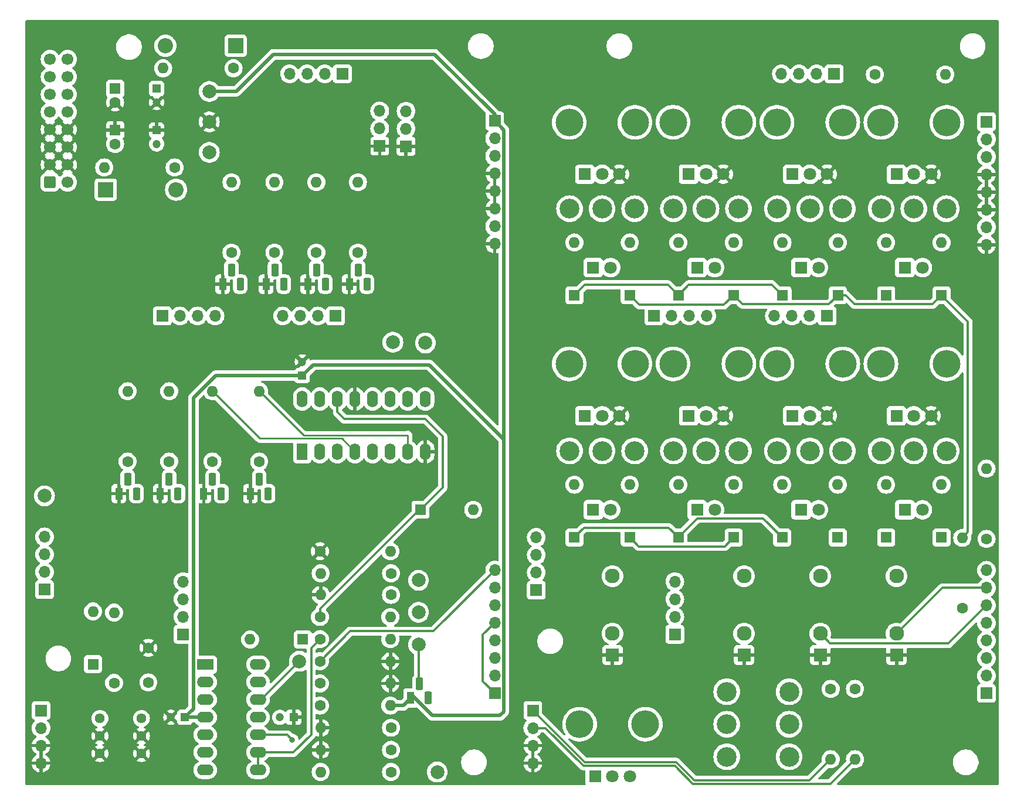
<source format=gbl>
G04 #@! TF.GenerationSoftware,KiCad,Pcbnew,8.0.2-1*
G04 #@! TF.CreationDate,2024-05-10T10:04:35+02:00*
G04 #@! TF.ProjectId,sensei,73656e73-6569-42e6-9b69-6361645f7063,rev?*
G04 #@! TF.SameCoordinates,Original*
G04 #@! TF.FileFunction,Copper,L2,Bot*
G04 #@! TF.FilePolarity,Positive*
%FSLAX46Y46*%
G04 Gerber Fmt 4.6, Leading zero omitted, Abs format (unit mm)*
G04 Created by KiCad (PCBNEW 8.0.2-1) date 2024-05-10 10:04:35*
%MOMM*%
%LPD*%
G01*
G04 APERTURE LIST*
G04 Aperture macros list*
%AMRoundRect*
0 Rectangle with rounded corners*
0 $1 Rounding radius*
0 $2 $3 $4 $5 $6 $7 $8 $9 X,Y pos of 4 corners*
0 Add a 4 corners polygon primitive as box body*
4,1,4,$2,$3,$4,$5,$6,$7,$8,$9,$2,$3,0*
0 Add four circle primitives for the rounded corners*
1,1,$1+$1,$2,$3*
1,1,$1+$1,$4,$5*
1,1,$1+$1,$6,$7*
1,1,$1+$1,$8,$9*
0 Add four rect primitives between the rounded corners*
20,1,$1+$1,$2,$3,$4,$5,0*
20,1,$1+$1,$4,$5,$6,$7,0*
20,1,$1+$1,$6,$7,$8,$9,0*
20,1,$1+$1,$8,$9,$2,$3,0*%
G04 Aperture macros list end*
G04 #@! TA.AperFunction,ComponentPad*
%ADD10R,1.700000X1.700000*%
G04 #@! TD*
G04 #@! TA.AperFunction,ComponentPad*
%ADD11O,1.700000X1.700000*%
G04 #@! TD*
G04 #@! TA.AperFunction,ComponentPad*
%ADD12R,1.800000X1.800000*%
G04 #@! TD*
G04 #@! TA.AperFunction,ComponentPad*
%ADD13C,1.800000*%
G04 #@! TD*
G04 #@! TA.AperFunction,ComponentPad*
%ADD14C,1.600000*%
G04 #@! TD*
G04 #@! TA.AperFunction,ComponentPad*
%ADD15O,1.600000X1.600000*%
G04 #@! TD*
G04 #@! TA.AperFunction,ComponentPad*
%ADD16R,1.930000X1.830000*%
G04 #@! TD*
G04 #@! TA.AperFunction,ComponentPad*
%ADD17C,2.130000*%
G04 #@! TD*
G04 #@! TA.AperFunction,ComponentPad*
%ADD18C,2.850000*%
G04 #@! TD*
G04 #@! TA.AperFunction,ComponentPad*
%ADD19O,4.000000X4.000000*%
G04 #@! TD*
G04 #@! TA.AperFunction,ComponentPad*
%ADD20R,2.200000X2.200000*%
G04 #@! TD*
G04 #@! TA.AperFunction,ComponentPad*
%ADD21O,2.200000X2.200000*%
G04 #@! TD*
G04 #@! TA.AperFunction,ComponentPad*
%ADD22R,1.100000X1.800000*%
G04 #@! TD*
G04 #@! TA.AperFunction,ComponentPad*
%ADD23RoundRect,0.275000X-0.275000X-0.625000X0.275000X-0.625000X0.275000X0.625000X-0.275000X0.625000X0*%
G04 #@! TD*
G04 #@! TA.AperFunction,ComponentPad*
%ADD24R,1.600000X1.600000*%
G04 #@! TD*
G04 #@! TA.AperFunction,ComponentPad*
%ADD25C,2.000000*%
G04 #@! TD*
G04 #@! TA.AperFunction,ComponentPad*
%ADD26R,1.600000X2.400000*%
G04 #@! TD*
G04 #@! TA.AperFunction,ComponentPad*
%ADD27O,1.600000X2.400000*%
G04 #@! TD*
G04 #@! TA.AperFunction,ComponentPad*
%ADD28R,2.400000X1.600000*%
G04 #@! TD*
G04 #@! TA.AperFunction,ComponentPad*
%ADD29O,2.400000X1.600000*%
G04 #@! TD*
G04 #@! TA.AperFunction,ComponentPad*
%ADD30R,1.200000X1.200000*%
G04 #@! TD*
G04 #@! TA.AperFunction,ComponentPad*
%ADD31C,1.200000*%
G04 #@! TD*
G04 #@! TA.AperFunction,ComponentPad*
%ADD32C,1.440000*%
G04 #@! TD*
G04 #@! TA.AperFunction,ComponentPad*
%ADD33RoundRect,0.250000X-0.600000X-0.600000X0.600000X-0.600000X0.600000X0.600000X-0.600000X0.600000X0*%
G04 #@! TD*
G04 #@! TA.AperFunction,ComponentPad*
%ADD34C,1.700000*%
G04 #@! TD*
G04 #@! TA.AperFunction,ViaPad*
%ADD35C,0.800000*%
G04 #@! TD*
G04 #@! TA.AperFunction,Conductor*
%ADD36C,0.500000*%
G04 #@! TD*
G04 #@! TA.AperFunction,Conductor*
%ADD37C,0.300000*%
G04 #@! TD*
G04 #@! TA.AperFunction,Conductor*
%ADD38C,0.250000*%
G04 #@! TD*
G04 APERTURE END LIST*
D10*
X96000000Y-58000000D03*
D11*
X93460000Y-58000000D03*
X90920000Y-58000000D03*
X88380000Y-58000000D03*
D12*
X162210000Y-86000000D03*
D13*
X164750000Y-86000000D03*
D14*
X77250000Y-114030000D03*
D15*
X77250000Y-103870000D03*
D12*
X132210000Y-86000000D03*
D13*
X134750000Y-86000000D03*
D16*
X154000000Y-142000000D03*
D17*
X154000000Y-130600000D03*
X154000000Y-138900000D03*
D14*
X103030000Y-152500000D03*
D15*
X92870000Y-152500000D03*
D18*
X173800000Y-112500000D03*
X178500000Y-112500000D03*
X183200000Y-112500000D03*
D19*
X173750000Y-65025000D03*
X183250000Y-65025000D03*
D12*
X176000000Y-72525000D03*
D13*
X178500000Y-72525000D03*
X181000000Y-72525000D03*
D20*
X80610000Y-53940000D03*
D21*
X70450000Y-53940000D03*
D14*
X103030000Y-158900000D03*
D15*
X92870000Y-158900000D03*
D22*
X85000000Y-88400000D03*
D23*
X86270000Y-86330000D03*
X87540000Y-88400000D03*
D24*
X152500000Y-125000000D03*
D15*
X152500000Y-117380000D03*
D25*
X76800000Y-69340000D03*
D19*
X173750000Y-99925000D03*
X183250000Y-99925000D03*
D12*
X176000000Y-107425000D03*
D13*
X178500000Y-107425000D03*
X181000000Y-107425000D03*
D22*
X91000000Y-88400000D03*
D23*
X92270000Y-86330000D03*
X93540000Y-88400000D03*
D18*
X128800000Y-77500000D03*
X133500000Y-77500000D03*
X138200000Y-77500000D03*
D19*
X158750000Y-65025000D03*
X168250000Y-65025000D03*
D12*
X161000000Y-72525000D03*
D13*
X163500000Y-72525000D03*
X166000000Y-72525000D03*
D24*
X60000000Y-143310000D03*
D15*
X60000000Y-135690000D03*
D16*
X135000000Y-142000000D03*
D17*
X135000000Y-130600000D03*
X135000000Y-138900000D03*
D25*
X76800000Y-64940000D03*
D12*
X162210000Y-121000000D03*
D13*
X164750000Y-121000000D03*
D14*
X92770000Y-127000000D03*
D15*
X102930000Y-127000000D03*
D25*
X107000000Y-135800000D03*
D22*
X69730000Y-118670000D03*
D23*
X71000000Y-116600000D03*
X72270000Y-118670000D03*
D18*
X151500000Y-156700000D03*
X151500000Y-152000000D03*
X151500000Y-147300000D03*
D14*
X71000000Y-114030000D03*
D15*
X71000000Y-103870000D03*
D16*
X176000000Y-142000000D03*
D17*
X176000000Y-130600000D03*
X176000000Y-138900000D03*
D24*
X129500000Y-125000000D03*
D15*
X129500000Y-117380000D03*
D19*
X130250000Y-152000000D03*
X139750000Y-152000000D03*
D12*
X132500000Y-159500000D03*
D13*
X135000000Y-159500000D03*
X137500000Y-159500000D03*
D12*
X177210000Y-121000000D03*
D13*
X179750000Y-121000000D03*
D24*
X174500000Y-90000000D03*
D15*
X174500000Y-82380000D03*
D10*
X52500000Y-150000000D03*
D11*
X52500000Y-152540000D03*
X52500000Y-155080000D03*
X52500000Y-157620000D03*
D10*
X73000000Y-139000000D03*
D11*
X73000000Y-136460000D03*
X73000000Y-133920000D03*
X73000000Y-131380000D03*
D18*
X158800000Y-112500000D03*
X163500000Y-112500000D03*
X168200000Y-112500000D03*
D24*
X137500000Y-90000000D03*
D15*
X137500000Y-82380000D03*
D14*
X103030000Y-155700000D03*
D15*
X92870000Y-155700000D03*
D12*
X147210000Y-121000000D03*
D13*
X149750000Y-121000000D03*
D24*
X182500000Y-125000000D03*
D15*
X182500000Y-117380000D03*
D14*
X98250000Y-83830000D03*
D15*
X98250000Y-73670000D03*
D12*
X132210000Y-121000000D03*
D13*
X134750000Y-121000000D03*
D24*
X159540000Y-90000000D03*
D15*
X159540000Y-82380000D03*
D18*
X143800000Y-112500000D03*
X148500000Y-112500000D03*
X153200000Y-112500000D03*
D14*
X185500000Y-135230000D03*
D15*
X185500000Y-125070000D03*
D20*
X61850000Y-74740000D03*
D21*
X72010000Y-74740000D03*
D22*
X105860000Y-148200000D03*
D23*
X107130000Y-146130000D03*
X108400000Y-148200000D03*
D22*
X97000000Y-88400000D03*
D23*
X98270000Y-86330000D03*
X99540000Y-88400000D03*
D24*
X90310000Y-139750000D03*
D15*
X82690000Y-139750000D03*
D19*
X158750000Y-99925000D03*
X168250000Y-99925000D03*
D12*
X161000000Y-107425000D03*
D13*
X163500000Y-107425000D03*
X166000000Y-107425000D03*
D22*
X76000000Y-118670000D03*
D23*
X77270000Y-116600000D03*
X78540000Y-118670000D03*
D24*
X137500000Y-125000000D03*
D15*
X137500000Y-117380000D03*
D25*
X107000000Y-140500000D03*
D10*
X95000000Y-93000000D03*
D11*
X92460000Y-93000000D03*
X89920000Y-93000000D03*
X87380000Y-93000000D03*
D24*
X174500000Y-125000000D03*
D15*
X174500000Y-117380000D03*
D14*
X189000000Y-125210000D03*
D15*
X189000000Y-115050000D03*
D25*
X53000000Y-119000000D03*
D24*
X159500000Y-125000000D03*
D15*
X159500000Y-117380000D03*
D14*
X103030000Y-130200000D03*
D15*
X92870000Y-130200000D03*
D12*
X147210000Y-86000000D03*
D13*
X149750000Y-86000000D03*
D24*
X152500000Y-90000000D03*
D15*
X152500000Y-82380000D03*
D14*
X80000000Y-83830000D03*
D15*
X80000000Y-73670000D03*
D24*
X144500000Y-125000000D03*
D15*
X144500000Y-117380000D03*
D25*
X76800000Y-60540000D03*
D24*
X167525000Y-125000000D03*
D15*
X167525000Y-117380000D03*
D14*
X166500000Y-146890000D03*
D15*
X166500000Y-157050000D03*
D10*
X70000000Y-93000000D03*
D11*
X72540000Y-93000000D03*
X75080000Y-93000000D03*
X77620000Y-93000000D03*
D14*
X92770000Y-139700000D03*
D15*
X102930000Y-139700000D03*
D25*
X107000000Y-131200000D03*
D18*
X143800000Y-77500000D03*
X148500000Y-77500000D03*
X153200000Y-77500000D03*
D24*
X107280000Y-121000000D03*
D15*
X114900000Y-121000000D03*
D14*
X84000000Y-114030000D03*
D15*
X84000000Y-103870000D03*
D14*
X92770000Y-149300000D03*
D15*
X102930000Y-149300000D03*
D14*
X71790000Y-71540000D03*
D15*
X61630000Y-71540000D03*
D25*
X109700000Y-158900000D03*
D14*
X63050000Y-146030000D03*
D15*
X63050000Y-135870000D03*
D24*
X129500000Y-90000000D03*
D15*
X129500000Y-82380000D03*
D24*
X167540000Y-90000000D03*
D15*
X167540000Y-82380000D03*
D25*
X103300000Y-96800000D03*
D24*
X182500000Y-90000000D03*
D15*
X182500000Y-82380000D03*
D14*
X80290000Y-57200000D03*
D15*
X70130000Y-57200000D03*
D22*
X63730000Y-118670000D03*
D23*
X65000000Y-116600000D03*
X66270000Y-118670000D03*
D14*
X92770000Y-142900000D03*
D15*
X102930000Y-142900000D03*
D19*
X143750000Y-65000000D03*
X153250000Y-65000000D03*
D12*
X146000000Y-72500000D03*
D13*
X148500000Y-72500000D03*
X151000000Y-72500000D03*
D26*
X90220000Y-112620000D03*
D27*
X92760000Y-112620000D03*
X95300000Y-112620000D03*
X97840000Y-112620000D03*
X100380000Y-112620000D03*
X102920000Y-112620000D03*
X105460000Y-112620000D03*
X108000000Y-112620000D03*
X108000000Y-105000000D03*
X105460000Y-105000000D03*
X102920000Y-105000000D03*
X100380000Y-105000000D03*
X97840000Y-105000000D03*
X95300000Y-105000000D03*
X92760000Y-105000000D03*
X90220000Y-105000000D03*
D14*
X103030000Y-133300000D03*
D15*
X92870000Y-133300000D03*
D19*
X143750000Y-99925000D03*
X153250000Y-99925000D03*
D12*
X146000000Y-107425000D03*
D13*
X148500000Y-107425000D03*
X151000000Y-107425000D03*
D10*
X118000000Y-147500000D03*
D11*
X118000000Y-144960000D03*
X118000000Y-142420000D03*
X118000000Y-139880000D03*
X118000000Y-137340000D03*
X118000000Y-134800000D03*
X118000000Y-132260000D03*
X118000000Y-129720000D03*
D18*
X160500000Y-156700000D03*
X160500000Y-152000000D03*
X160500000Y-147300000D03*
D12*
X177210000Y-86000000D03*
D13*
X179750000Y-86000000D03*
D18*
X173800000Y-77500000D03*
X178500000Y-77500000D03*
X183200000Y-77500000D03*
D14*
X92770000Y-136500000D03*
D15*
X102930000Y-136500000D03*
D25*
X89800000Y-142900000D03*
D19*
X128750000Y-99925000D03*
X138250000Y-99925000D03*
D12*
X131000000Y-107425000D03*
D13*
X133500000Y-107425000D03*
X136000000Y-107425000D03*
D14*
X170000000Y-146890000D03*
D15*
X170000000Y-157050000D03*
D14*
X86200000Y-83830000D03*
D15*
X86200000Y-73670000D03*
D14*
X65000000Y-114030000D03*
D15*
X65000000Y-103870000D03*
D18*
X158800000Y-77500000D03*
X163500000Y-77500000D03*
X168200000Y-77500000D03*
D10*
X118000000Y-64800000D03*
D11*
X118000000Y-67340000D03*
X118000000Y-69880000D03*
X118000000Y-72420000D03*
X118000000Y-74960000D03*
X118000000Y-77500000D03*
X118000000Y-80040000D03*
X118000000Y-82580000D03*
D24*
X144500000Y-90000000D03*
D15*
X144500000Y-82380000D03*
D14*
X172890000Y-58100000D03*
D15*
X183050000Y-58100000D03*
D14*
X92250000Y-83830000D03*
D15*
X92250000Y-73670000D03*
D22*
X78730000Y-88400000D03*
D23*
X80000000Y-86330000D03*
X81270000Y-88400000D03*
D19*
X128750000Y-65025000D03*
X138250000Y-65025000D03*
D12*
X131000000Y-72525000D03*
D13*
X133500000Y-72525000D03*
X136000000Y-72525000D03*
D18*
X128800000Y-112500000D03*
X133500000Y-112500000D03*
X138200000Y-112500000D03*
D10*
X53000000Y-132540000D03*
D11*
X53000000Y-130000000D03*
X53000000Y-127460000D03*
X53000000Y-124920000D03*
D14*
X92770000Y-146100000D03*
D15*
X102930000Y-146100000D03*
D16*
X165000000Y-142000000D03*
D17*
X165000000Y-130600000D03*
X165000000Y-138900000D03*
D25*
X108000000Y-96900000D03*
D28*
X76200000Y-143375000D03*
D29*
X76200000Y-145915000D03*
X76200000Y-148455000D03*
X76200000Y-150995000D03*
X76200000Y-153535000D03*
X76200000Y-156075000D03*
X76200000Y-158615000D03*
X83820000Y-158615000D03*
X83820000Y-156075000D03*
X83820000Y-153535000D03*
X83820000Y-150995000D03*
X83820000Y-148455000D03*
X83820000Y-145915000D03*
X83820000Y-143375000D03*
D22*
X82730000Y-118670000D03*
D23*
X84000000Y-116600000D03*
X85270000Y-118670000D03*
D14*
X68000000Y-140955000D03*
X68000000Y-145955000D03*
D10*
X166000000Y-93000000D03*
D11*
X163460000Y-93000000D03*
X160920000Y-93000000D03*
X158380000Y-93000000D03*
D10*
X124000000Y-132620000D03*
D11*
X124000000Y-130080000D03*
X124000000Y-127540000D03*
X124000000Y-125000000D03*
D10*
X144000000Y-139000000D03*
D11*
X144000000Y-136460000D03*
X144000000Y-133920000D03*
X144000000Y-131380000D03*
D30*
X90220000Y-101620000D03*
D31*
X90220000Y-99620000D03*
D30*
X88972600Y-151000000D03*
D31*
X86972600Y-151000000D03*
D10*
X167000000Y-58000000D03*
D11*
X164460000Y-58000000D03*
X161920000Y-58000000D03*
X159380000Y-58000000D03*
D10*
X141000000Y-93000000D03*
D11*
X143540000Y-93000000D03*
X146080000Y-93000000D03*
X148620000Y-93000000D03*
D32*
X67000000Y-151160000D03*
X67000000Y-153700000D03*
X67000000Y-156240000D03*
D10*
X189000000Y-64920000D03*
D11*
X189000000Y-67460000D03*
X189000000Y-70000000D03*
X189000000Y-72540000D03*
X189000000Y-75080000D03*
X189000000Y-77620000D03*
X189000000Y-80160000D03*
X189000000Y-82700000D03*
D10*
X105200000Y-68480000D03*
D11*
X105200000Y-65940000D03*
X105200000Y-63400000D03*
D10*
X189000000Y-147540000D03*
D11*
X189000000Y-145000000D03*
X189000000Y-142460000D03*
X189000000Y-139920000D03*
X189000000Y-137380000D03*
X189000000Y-134840000D03*
X189000000Y-132300000D03*
X189000000Y-129760000D03*
D33*
X53800000Y-73680000D03*
D34*
X56340000Y-73680000D03*
X53800000Y-71140000D03*
X56340000Y-71140000D03*
X53800000Y-68600000D03*
X56340000Y-68600000D03*
X53800000Y-66060000D03*
X56340000Y-66060000D03*
X53800000Y-63520000D03*
X56340000Y-63520000D03*
X53800000Y-60980000D03*
X56340000Y-60980000D03*
X53800000Y-58440000D03*
X56340000Y-58440000D03*
X53800000Y-55900000D03*
X56340000Y-55900000D03*
D32*
X61000000Y-151160000D03*
X61000000Y-153700000D03*
X61000000Y-156240000D03*
D10*
X123500000Y-150000000D03*
D11*
X123500000Y-152540000D03*
X123500000Y-155080000D03*
X123500000Y-157620000D03*
D30*
X73250000Y-151000000D03*
D31*
X71250000Y-151000000D03*
D10*
X101400000Y-68460000D03*
D11*
X101400000Y-65920000D03*
X101400000Y-63380000D03*
D24*
X63200000Y-60140000D03*
D14*
X63200000Y-62140000D03*
D24*
X63200000Y-66140000D03*
D14*
X63200000Y-68140000D03*
D30*
X69200000Y-66140000D03*
D31*
X69200000Y-68140000D03*
D30*
X69200000Y-60140000D03*
D31*
X69200000Y-62140000D03*
D35*
X88750000Y-154250000D03*
D36*
X105860000Y-147800000D02*
X105860000Y-148240000D01*
X108550000Y-100050000D02*
X118150000Y-109650000D01*
X118750000Y-150750000D02*
X109017076Y-150750000D01*
X109017076Y-150750000D02*
X106067076Y-147800000D01*
X119300000Y-110800000D02*
X119300000Y-113400000D01*
X74500000Y-149750000D02*
X74500000Y-104822233D01*
X109360000Y-55200000D02*
X86000000Y-55200000D01*
X119300000Y-66100000D02*
X119300000Y-113400000D01*
X73255000Y-150995000D02*
X73250000Y-151000000D01*
X118000000Y-64800000D02*
X118000000Y-63840000D01*
X118150000Y-109650000D02*
X119300000Y-110800000D01*
X77702233Y-101620000D02*
X90220000Y-101620000D01*
X74500000Y-104822233D02*
X77702233Y-101620000D01*
X91790000Y-100050000D02*
X108550000Y-100050000D01*
X80660000Y-60540000D02*
X76800000Y-60540000D01*
X105860000Y-148240000D02*
X104800000Y-149300000D01*
X76200000Y-150995000D02*
X73255000Y-150995000D01*
X86000000Y-55200000D02*
X80660000Y-60540000D01*
X119300000Y-113400000D02*
X119300000Y-150200000D01*
X106067076Y-147800000D02*
X105860000Y-147800000D01*
X73250000Y-151000000D02*
X74500000Y-149750000D01*
X118000000Y-64800000D02*
X119300000Y-66100000D01*
X119300000Y-150200000D02*
X118750000Y-150750000D01*
X104800000Y-149300000D02*
X102960000Y-149300000D01*
X118000000Y-63840000D02*
X109360000Y-55200000D01*
X90220000Y-101620000D02*
X91790000Y-100050000D01*
D37*
X95300000Y-106900000D02*
X96300000Y-107900000D01*
X92800000Y-135300000D02*
X92800000Y-136500000D01*
X107100000Y-121000000D02*
X92800000Y-135300000D01*
X95300000Y-105000000D02*
X95300000Y-106900000D01*
X107280000Y-121000000D02*
X107100000Y-121000000D01*
X108000000Y-107900000D02*
X110500000Y-110400000D01*
X96300000Y-107900000D02*
X108000000Y-107900000D01*
X110500000Y-117780000D02*
X107280000Y-121000000D01*
X110500000Y-110400000D02*
X110500000Y-117780000D01*
X83820000Y-148455000D02*
X84245000Y-148455000D01*
X97120000Y-138550000D02*
X92770000Y-142900000D01*
X109170000Y-138550000D02*
X97120000Y-138550000D01*
X118000000Y-129720000D02*
X109170000Y-138550000D01*
X84245000Y-148455000D02*
X89800000Y-142900000D01*
X107000000Y-140500000D02*
X107000000Y-146400000D01*
X181200000Y-91300000D02*
X182500000Y-90000000D01*
X186299999Y-124220001D02*
X185500000Y-125020000D01*
X168640000Y-90000000D02*
X169940000Y-91300000D01*
X151100000Y-91400000D02*
X152500000Y-90000000D01*
X151200000Y-126300000D02*
X152500000Y-125000000D01*
X138800000Y-126300000D02*
X151200000Y-126300000D01*
X182500000Y-90000000D02*
X186299999Y-93799999D01*
X167540000Y-90000000D02*
X168640000Y-90000000D01*
X153800000Y-91300000D02*
X166240000Y-91300000D01*
X166240000Y-91300000D02*
X167540000Y-90000000D01*
X152500000Y-90000000D02*
X153800000Y-91300000D01*
X137500000Y-125000000D02*
X138800000Y-126300000D01*
X138900000Y-91400000D02*
X151100000Y-91400000D01*
X186299999Y-93799999D02*
X186299999Y-124220001D01*
X137500000Y-90000000D02*
X138900000Y-91400000D01*
X169940000Y-91300000D02*
X181200000Y-91300000D01*
X129500000Y-90000000D02*
X131000000Y-88500000D01*
X146000000Y-88500000D02*
X158040000Y-88500000D01*
X144500000Y-125000000D02*
X147250000Y-122250000D01*
X143100000Y-123600000D02*
X144500000Y-125000000D01*
X130900000Y-123600000D02*
X143100000Y-123600000D01*
X143000000Y-88500000D02*
X144500000Y-90000000D01*
X131000000Y-88500000D02*
X143000000Y-88500000D01*
X129500000Y-125000000D02*
X130900000Y-123600000D01*
X144500000Y-90000000D02*
X146000000Y-88500000D01*
X158040000Y-88500000D02*
X159540000Y-90000000D01*
X147250000Y-122250000D02*
X156750000Y-122250000D01*
X156750000Y-122250000D02*
X159500000Y-125000000D01*
D38*
X105420000Y-110250000D02*
X105460000Y-110210000D01*
X90410000Y-110250000D02*
X105420000Y-110250000D01*
X84000000Y-103840000D02*
X90410000Y-110250000D01*
X105460000Y-110210000D02*
X105460000Y-112620000D01*
X95920000Y-110700000D02*
X97840000Y-112620000D01*
X84110000Y-110700000D02*
X95920000Y-110700000D01*
X77250000Y-103840000D02*
X84110000Y-110700000D01*
D37*
X88925000Y-156075000D02*
X83820000Y-156075000D01*
X91500000Y-153500000D02*
X88925000Y-156075000D01*
X92800000Y-139700000D02*
X91500000Y-141000000D01*
X83820000Y-156075000D02*
X83820000Y-158615000D01*
X91500000Y-141000000D02*
X91500000Y-153500000D01*
X182600000Y-132300000D02*
X176000000Y-138900000D01*
X189000000Y-132300000D02*
X182600000Y-132300000D01*
X183525000Y-140315000D02*
X166415000Y-140315000D01*
X166415000Y-140315000D02*
X165000000Y-138900000D01*
X189000000Y-134840000D02*
X183525000Y-140315000D01*
X116300000Y-139040000D02*
X116300000Y-145800000D01*
X88035000Y-153535000D02*
X83820000Y-153535000D01*
X88750000Y-154250000D02*
X88035000Y-153535000D01*
X116300000Y-145800000D02*
X118000000Y-147500000D01*
X118000000Y-137340000D02*
X116300000Y-139040000D01*
X123500000Y-150000000D02*
X131000000Y-157500000D01*
X146807106Y-160100000D02*
X163450000Y-160100000D01*
X163450000Y-160100000D02*
X166500000Y-157050000D01*
X144207106Y-157500000D02*
X146807106Y-160100000D01*
X131000000Y-157500000D02*
X144207106Y-157500000D01*
X125332894Y-152540000D02*
X130792894Y-158000000D01*
X166450000Y-160600000D02*
X170000000Y-157050000D01*
X123500000Y-152540000D02*
X125332894Y-152540000D01*
X144000000Y-158000000D02*
X146600000Y-160600000D01*
X146600000Y-160600000D02*
X166450000Y-160600000D01*
X130792894Y-158000000D02*
X144000000Y-158000000D01*
G04 #@! TA.AperFunction,Conductor*
G36*
X90782870Y-144128293D02*
G01*
X90833196Y-144176761D01*
X90849500Y-144238223D01*
X90849500Y-153179191D01*
X90829815Y-153246230D01*
X90813181Y-153266872D01*
X89855892Y-154224160D01*
X89794569Y-154257645D01*
X89724877Y-154252661D01*
X89668944Y-154210789D01*
X89644891Y-154149443D01*
X89635674Y-154061744D01*
X89577179Y-153881716D01*
X89482533Y-153717784D01*
X89355871Y-153577112D01*
X89337919Y-153564069D01*
X89202734Y-153465851D01*
X89202729Y-153465848D01*
X89029807Y-153388857D01*
X89029802Y-153388855D01*
X88884001Y-153357865D01*
X88844646Y-153349500D01*
X88844645Y-153349500D01*
X88820808Y-153349500D01*
X88753769Y-153329815D01*
X88733127Y-153313181D01*
X88449674Y-153029727D01*
X88449673Y-153029726D01*
X88410668Y-153003664D01*
X88343127Y-152958535D01*
X88314062Y-152946496D01*
X88224744Y-152909499D01*
X88224738Y-152909497D01*
X88099071Y-152884500D01*
X88099069Y-152884500D01*
X85418071Y-152884500D01*
X85351032Y-152864815D01*
X85317754Y-152833386D01*
X85211966Y-152687781D01*
X85067219Y-152543034D01*
X85067213Y-152543028D01*
X84901614Y-152422715D01*
X84876084Y-152409707D01*
X84808917Y-152375483D01*
X84758123Y-152327511D01*
X84741328Y-152259690D01*
X84763865Y-152193555D01*
X84808917Y-152154516D01*
X84901610Y-152107287D01*
X84944212Y-152076335D01*
X85067213Y-151986971D01*
X85067215Y-151986968D01*
X85067219Y-151986966D01*
X85211966Y-151842219D01*
X85211968Y-151842215D01*
X85211971Y-151842213D01*
X85282236Y-151745500D01*
X85332287Y-151676610D01*
X85425220Y-151494219D01*
X85488477Y-151299534D01*
X85520500Y-151097352D01*
X85520500Y-150999999D01*
X85867385Y-150999999D01*
X85867385Y-151000000D01*
X85886202Y-151203082D01*
X85942017Y-151399247D01*
X85942022Y-151399260D01*
X86032927Y-151581821D01*
X86155837Y-151744581D01*
X86306558Y-151881980D01*
X86306560Y-151881982D01*
X86306562Y-151881983D01*
X86479963Y-151989348D01*
X86670144Y-152063024D01*
X86870624Y-152100500D01*
X86870626Y-152100500D01*
X87074574Y-152100500D01*
X87074576Y-152100500D01*
X87275056Y-152063024D01*
X87465237Y-151989348D01*
X87638641Y-151881981D01*
X87731016Y-151797769D01*
X87793816Y-151767155D01*
X87863203Y-151775352D01*
X87917144Y-151819762D01*
X87924729Y-151834449D01*
X87924996Y-151834304D01*
X87929249Y-151842093D01*
X88015409Y-151957187D01*
X88015412Y-151957190D01*
X88130506Y-152043350D01*
X88130513Y-152043354D01*
X88265220Y-152093596D01*
X88265227Y-152093598D01*
X88324755Y-152099999D01*
X88324772Y-152100000D01*
X88722600Y-152100000D01*
X89222600Y-152100000D01*
X89620428Y-152100000D01*
X89620444Y-152099999D01*
X89679972Y-152093598D01*
X89679979Y-152093596D01*
X89814686Y-152043354D01*
X89814693Y-152043350D01*
X89929787Y-151957190D01*
X89929790Y-151957187D01*
X90015950Y-151842093D01*
X90015954Y-151842086D01*
X90066196Y-151707379D01*
X90066198Y-151707372D01*
X90072599Y-151647844D01*
X90072600Y-151647827D01*
X90072600Y-151250000D01*
X89222600Y-151250000D01*
X89222600Y-152100000D01*
X88722600Y-152100000D01*
X88722600Y-151166988D01*
X88732540Y-151184205D01*
X88788395Y-151240060D01*
X88856804Y-151279556D01*
X88933104Y-151300000D01*
X89012096Y-151300000D01*
X89088396Y-151279556D01*
X89156805Y-151240060D01*
X89212660Y-151184205D01*
X89252156Y-151115796D01*
X89272600Y-151039496D01*
X89272600Y-150960504D01*
X89252156Y-150884204D01*
X89212660Y-150815795D01*
X89156805Y-150759940D01*
X89139588Y-150750000D01*
X89222600Y-150750000D01*
X90072600Y-150750000D01*
X90072600Y-150352172D01*
X90072599Y-150352155D01*
X90066198Y-150292627D01*
X90066196Y-150292620D01*
X90015954Y-150157913D01*
X90015950Y-150157906D01*
X89929790Y-150042812D01*
X89929787Y-150042809D01*
X89814693Y-149956649D01*
X89814686Y-149956645D01*
X89679979Y-149906403D01*
X89679972Y-149906401D01*
X89620444Y-149900000D01*
X89222600Y-149900000D01*
X89222600Y-150750000D01*
X89139588Y-150750000D01*
X89088396Y-150720444D01*
X89012096Y-150700000D01*
X88933104Y-150700000D01*
X88856804Y-150720444D01*
X88788395Y-150759940D01*
X88732540Y-150815795D01*
X88722600Y-150833011D01*
X88722600Y-149900000D01*
X88324755Y-149900000D01*
X88265227Y-149906401D01*
X88265220Y-149906403D01*
X88130513Y-149956645D01*
X88130506Y-149956649D01*
X88015412Y-150042809D01*
X88015409Y-150042812D01*
X87929249Y-150157906D01*
X87924996Y-150165696D01*
X87922816Y-150164505D01*
X87888842Y-150209872D01*
X87823373Y-150234276D01*
X87755103Y-150219410D01*
X87731013Y-150202227D01*
X87638641Y-150118019D01*
X87638639Y-150118017D01*
X87465242Y-150010655D01*
X87465235Y-150010651D01*
X87347617Y-149965086D01*
X87275056Y-149936976D01*
X87074576Y-149899500D01*
X86870624Y-149899500D01*
X86670144Y-149936976D01*
X86670141Y-149936976D01*
X86670141Y-149936977D01*
X86479964Y-150010651D01*
X86479957Y-150010655D01*
X86306560Y-150118017D01*
X86306558Y-150118019D01*
X86155837Y-150255418D01*
X86032927Y-150418178D01*
X85942022Y-150600739D01*
X85942017Y-150600752D01*
X85886202Y-150796917D01*
X85867385Y-150999999D01*
X85520500Y-150999999D01*
X85520500Y-150892648D01*
X85519163Y-150884204D01*
X85488477Y-150690465D01*
X85439941Y-150541087D01*
X85425220Y-150495781D01*
X85425218Y-150495778D01*
X85425218Y-150495776D01*
X85365814Y-150379191D01*
X85332287Y-150313390D01*
X85303609Y-150273918D01*
X85211971Y-150147786D01*
X85067213Y-150003028D01*
X84901614Y-149882715D01*
X84863276Y-149863181D01*
X84808917Y-149835483D01*
X84758123Y-149787511D01*
X84741328Y-149719690D01*
X84763865Y-149653555D01*
X84808917Y-149614516D01*
X84901610Y-149567287D01*
X84940638Y-149538932D01*
X85067213Y-149446971D01*
X85067215Y-149446968D01*
X85067219Y-149446966D01*
X85211966Y-149302219D01*
X85211968Y-149302215D01*
X85211971Y-149302213D01*
X85312673Y-149163606D01*
X85332287Y-149136610D01*
X85425220Y-148954219D01*
X85488477Y-148759534D01*
X85520500Y-148557352D01*
X85520500Y-148352648D01*
X85495763Y-148196467D01*
X85504717Y-148127175D01*
X85530552Y-148089392D01*
X89249091Y-144370853D01*
X89310412Y-144337370D01*
X89377032Y-144341254D01*
X89401520Y-144349661D01*
X89430385Y-144359571D01*
X89675665Y-144400500D01*
X89924335Y-144400500D01*
X90169614Y-144359571D01*
X90404810Y-144278828D01*
X90623509Y-144160474D01*
X90649341Y-144140367D01*
X90714330Y-144114727D01*
X90782870Y-144128293D01*
G37*
G04 #@! TD.AperFunction*
G04 #@! TA.AperFunction,Conductor*
G36*
X118250000Y-77066988D02*
G01*
X118192993Y-77034075D01*
X118065826Y-77000000D01*
X117934174Y-77000000D01*
X117807007Y-77034075D01*
X117750000Y-77066988D01*
X117750000Y-75393012D01*
X117807007Y-75425925D01*
X117934174Y-75460000D01*
X118065826Y-75460000D01*
X118192993Y-75425925D01*
X118250000Y-75393012D01*
X118250000Y-77066988D01*
G37*
G04 #@! TD.AperFunction*
G04 #@! TA.AperFunction,Conductor*
G36*
X118250000Y-74526988D02*
G01*
X118192993Y-74494075D01*
X118065826Y-74460000D01*
X117934174Y-74460000D01*
X117807007Y-74494075D01*
X117750000Y-74526988D01*
X117750000Y-72853012D01*
X117807007Y-72885925D01*
X117934174Y-72920000D01*
X118065826Y-72920000D01*
X118192993Y-72885925D01*
X118250000Y-72853012D01*
X118250000Y-74526988D01*
G37*
G04 #@! TD.AperFunction*
G04 #@! TA.AperFunction,Conductor*
G36*
X52750000Y-157186988D02*
G01*
X52692993Y-157154075D01*
X52565826Y-157120000D01*
X52434174Y-157120000D01*
X52307007Y-157154075D01*
X52250000Y-157186988D01*
X52250000Y-155513012D01*
X52307007Y-155545925D01*
X52434174Y-155580000D01*
X52565826Y-155580000D01*
X52692993Y-155545925D01*
X52750000Y-155513012D01*
X52750000Y-157186988D01*
G37*
G04 #@! TD.AperFunction*
G04 #@! TA.AperFunction,Conductor*
G36*
X189250000Y-77186988D02*
G01*
X189192993Y-77154075D01*
X189065826Y-77120000D01*
X188934174Y-77120000D01*
X188807007Y-77154075D01*
X188750000Y-77186988D01*
X188750000Y-75513012D01*
X188807007Y-75545925D01*
X188934174Y-75580000D01*
X189065826Y-75580000D01*
X189192993Y-75545925D01*
X189250000Y-75513012D01*
X189250000Y-77186988D01*
G37*
G04 #@! TD.AperFunction*
G04 #@! TA.AperFunction,Conductor*
G36*
X189250000Y-74646988D02*
G01*
X189192993Y-74614075D01*
X189065826Y-74580000D01*
X188934174Y-74580000D01*
X188807007Y-74614075D01*
X188750000Y-74646988D01*
X188750000Y-72973012D01*
X188807007Y-73005925D01*
X188934174Y-73040000D01*
X189065826Y-73040000D01*
X189192993Y-73005925D01*
X189250000Y-72973012D01*
X189250000Y-74646988D01*
G37*
G04 #@! TD.AperFunction*
G04 #@! TA.AperFunction,Conductor*
G36*
X55874075Y-71332993D02*
G01*
X55939901Y-71447007D01*
X56032993Y-71540099D01*
X56147007Y-71605925D01*
X56210590Y-71622962D01*
X55578625Y-72254925D01*
X55654594Y-72308119D01*
X55698219Y-72362696D01*
X55705413Y-72432194D01*
X55673890Y-72494549D01*
X55654595Y-72511269D01*
X55468594Y-72641508D01*
X55301503Y-72808599D01*
X55300349Y-72809975D01*
X55299688Y-72810414D01*
X55297676Y-72812427D01*
X55297271Y-72812022D01*
X55242173Y-72848671D01*
X55172312Y-72849772D01*
X55112946Y-72812928D01*
X55087663Y-72769265D01*
X55084814Y-72760666D01*
X54992712Y-72611344D01*
X54868656Y-72487288D01*
X54719334Y-72395186D01*
X54646966Y-72371205D01*
X54589522Y-72331433D01*
X54562699Y-72266917D01*
X54562585Y-72256137D01*
X53929409Y-71622962D01*
X53992993Y-71605925D01*
X54107007Y-71540099D01*
X54200099Y-71447007D01*
X54265925Y-71332993D01*
X54282962Y-71269410D01*
X54914925Y-71901373D01*
X54968425Y-71824968D01*
X55023002Y-71781344D01*
X55092501Y-71774151D01*
X55154855Y-71805673D01*
X55171576Y-71824969D01*
X55225073Y-71901372D01*
X55857037Y-71269409D01*
X55874075Y-71332993D01*
G37*
G04 #@! TD.AperFunction*
G04 #@! TA.AperFunction,Conductor*
G36*
X55874075Y-68792993D02*
G01*
X55939901Y-68907007D01*
X56032993Y-69000099D01*
X56147007Y-69065925D01*
X56210590Y-69082962D01*
X55578625Y-69714925D01*
X55655031Y-69768425D01*
X55698655Y-69823002D01*
X55705848Y-69892501D01*
X55674326Y-69954855D01*
X55655029Y-69971576D01*
X55578625Y-70025072D01*
X56210590Y-70657037D01*
X56147007Y-70674075D01*
X56032993Y-70739901D01*
X55939901Y-70832993D01*
X55874075Y-70947007D01*
X55857037Y-71010590D01*
X55225072Y-70378625D01*
X55225072Y-70378626D01*
X55171574Y-70455030D01*
X55116998Y-70498655D01*
X55047499Y-70505849D01*
X54985144Y-70474326D01*
X54968424Y-70455030D01*
X54914925Y-70378626D01*
X54914925Y-70378625D01*
X54282962Y-71010589D01*
X54265925Y-70947007D01*
X54200099Y-70832993D01*
X54107007Y-70739901D01*
X53992993Y-70674075D01*
X53929410Y-70657037D01*
X54561373Y-70025073D01*
X54484969Y-69971576D01*
X54441344Y-69916999D01*
X54434150Y-69847501D01*
X54465672Y-69785146D01*
X54484968Y-69768425D01*
X54561373Y-69714925D01*
X53929409Y-69082962D01*
X53992993Y-69065925D01*
X54107007Y-69000099D01*
X54200099Y-68907007D01*
X54265925Y-68792993D01*
X54282962Y-68729410D01*
X54914925Y-69361373D01*
X54968425Y-69284968D01*
X55023002Y-69241344D01*
X55092501Y-69234151D01*
X55154855Y-69265673D01*
X55171576Y-69284969D01*
X55225073Y-69361372D01*
X55857037Y-68729409D01*
X55874075Y-68792993D01*
G37*
G04 #@! TD.AperFunction*
G04 #@! TA.AperFunction,Conductor*
G36*
X55874075Y-66252993D02*
G01*
X55939901Y-66367007D01*
X56032993Y-66460099D01*
X56147007Y-66525925D01*
X56210590Y-66542962D01*
X55578625Y-67174925D01*
X55655031Y-67228425D01*
X55698655Y-67283002D01*
X55705848Y-67352501D01*
X55674326Y-67414855D01*
X55655029Y-67431576D01*
X55578625Y-67485072D01*
X56210590Y-68117037D01*
X56147007Y-68134075D01*
X56032993Y-68199901D01*
X55939901Y-68292993D01*
X55874075Y-68407007D01*
X55857037Y-68470590D01*
X55225072Y-67838625D01*
X55225072Y-67838626D01*
X55171574Y-67915030D01*
X55116998Y-67958655D01*
X55047499Y-67965849D01*
X54985144Y-67934326D01*
X54968424Y-67915030D01*
X54914925Y-67838626D01*
X54914925Y-67838625D01*
X54282962Y-68470589D01*
X54265925Y-68407007D01*
X54200099Y-68292993D01*
X54107007Y-68199901D01*
X53992993Y-68134075D01*
X53929410Y-68117037D01*
X54561373Y-67485073D01*
X54484969Y-67431576D01*
X54441344Y-67376999D01*
X54434150Y-67307501D01*
X54465672Y-67245146D01*
X54484968Y-67228425D01*
X54561373Y-67174925D01*
X53929409Y-66542962D01*
X53992993Y-66525925D01*
X54107007Y-66460099D01*
X54200099Y-66367007D01*
X54265925Y-66252993D01*
X54282962Y-66189410D01*
X54914925Y-66821373D01*
X54968425Y-66744968D01*
X55023002Y-66701344D01*
X55092501Y-66694151D01*
X55154855Y-66725673D01*
X55171576Y-66744969D01*
X55225073Y-66821372D01*
X55857037Y-66189409D01*
X55874075Y-66252993D01*
G37*
G04 #@! TD.AperFunction*
G04 #@! TA.AperFunction,Conductor*
G36*
X55154855Y-64186546D02*
G01*
X55171575Y-64205842D01*
X55301500Y-64391395D01*
X55301505Y-64391401D01*
X55468599Y-64558495D01*
X55650678Y-64685988D01*
X55654594Y-64688730D01*
X55698218Y-64743307D01*
X55705411Y-64812806D01*
X55673889Y-64875160D01*
X55654593Y-64891880D01*
X55578626Y-64945072D01*
X55578625Y-64945072D01*
X56210590Y-65577037D01*
X56147007Y-65594075D01*
X56032993Y-65659901D01*
X55939901Y-65752993D01*
X55874075Y-65867007D01*
X55857037Y-65930590D01*
X55225072Y-65298625D01*
X55225072Y-65298626D01*
X55171574Y-65375030D01*
X55116998Y-65418655D01*
X55047499Y-65425849D01*
X54985144Y-65394326D01*
X54968424Y-65375030D01*
X54914925Y-65298626D01*
X54914925Y-65298625D01*
X54282962Y-65930589D01*
X54265925Y-65867007D01*
X54200099Y-65752993D01*
X54107007Y-65659901D01*
X53992993Y-65594075D01*
X53929410Y-65577037D01*
X54561373Y-64945073D01*
X54561373Y-64945072D01*
X54485405Y-64891880D01*
X54441780Y-64837304D01*
X54434586Y-64767805D01*
X54466108Y-64705451D01*
X54485399Y-64688734D01*
X54671401Y-64558495D01*
X54838495Y-64391401D01*
X54968425Y-64205842D01*
X55023002Y-64162217D01*
X55092500Y-64155023D01*
X55154855Y-64186546D01*
G37*
G04 #@! TD.AperFunction*
G04 #@! TA.AperFunction,Conductor*
G36*
X190692539Y-50270185D02*
G01*
X190738294Y-50322989D01*
X190749500Y-50374500D01*
X190749500Y-160625500D01*
X190729815Y-160692539D01*
X190677011Y-160738294D01*
X190625500Y-160749500D01*
X167519808Y-160749500D01*
X167452769Y-160729815D01*
X167407014Y-160677011D01*
X167397070Y-160607853D01*
X167426095Y-160544297D01*
X167432127Y-160537819D01*
X169613060Y-158356884D01*
X169674383Y-158323399D01*
X169732834Y-158324790D01*
X169773308Y-158335635D01*
X169935230Y-158349801D01*
X169999998Y-158355468D01*
X170000000Y-158355468D01*
X170000002Y-158355468D01*
X170056673Y-158350509D01*
X170226692Y-158335635D01*
X170446496Y-158276739D01*
X170652734Y-158180568D01*
X170839139Y-158050047D01*
X171000047Y-157889139D01*
X171130568Y-157702734D01*
X171226739Y-157496496D01*
X171258299Y-157378711D01*
X184149500Y-157378711D01*
X184149500Y-157621288D01*
X184172008Y-157792262D01*
X184181162Y-157861789D01*
X184188491Y-157889141D01*
X184243947Y-158096104D01*
X184318769Y-158276739D01*
X184336776Y-158320212D01*
X184458064Y-158530289D01*
X184458066Y-158530292D01*
X184458067Y-158530293D01*
X184605733Y-158722736D01*
X184605739Y-158722743D01*
X184777256Y-158894260D01*
X184777263Y-158894266D01*
X184810193Y-158919534D01*
X184969711Y-159041936D01*
X185179788Y-159163224D01*
X185403900Y-159256054D01*
X185638211Y-159318838D01*
X185818586Y-159342584D01*
X185878711Y-159350500D01*
X185878712Y-159350500D01*
X186121289Y-159350500D01*
X186169388Y-159344167D01*
X186361789Y-159318838D01*
X186596100Y-159256054D01*
X186820212Y-159163224D01*
X187030289Y-159041936D01*
X187222738Y-158894265D01*
X187394265Y-158722738D01*
X187541936Y-158530289D01*
X187663224Y-158320212D01*
X187756054Y-158096100D01*
X187818838Y-157861789D01*
X187850500Y-157621288D01*
X187850500Y-157378712D01*
X187818838Y-157138211D01*
X187756054Y-156903900D01*
X187663224Y-156679788D01*
X187541936Y-156469711D01*
X187394265Y-156277262D01*
X187394260Y-156277256D01*
X187222743Y-156105739D01*
X187222736Y-156105733D01*
X187030293Y-155958067D01*
X187030292Y-155958066D01*
X187030289Y-155958064D01*
X186820212Y-155836776D01*
X186782478Y-155821146D01*
X186596104Y-155743947D01*
X186361785Y-155681161D01*
X186121289Y-155649500D01*
X186121288Y-155649500D01*
X185878712Y-155649500D01*
X185878711Y-155649500D01*
X185638214Y-155681161D01*
X185403895Y-155743947D01*
X185179794Y-155836773D01*
X185179785Y-155836777D01*
X184969706Y-155958067D01*
X184777263Y-156105733D01*
X184777256Y-156105739D01*
X184605739Y-156277256D01*
X184605733Y-156277263D01*
X184458067Y-156469706D01*
X184336777Y-156679785D01*
X184336773Y-156679794D01*
X184243947Y-156903895D01*
X184181161Y-157138214D01*
X184149500Y-157378711D01*
X171258299Y-157378711D01*
X171285635Y-157276692D01*
X171305468Y-157050000D01*
X171285635Y-156823308D01*
X171226739Y-156603504D01*
X171130568Y-156397266D01*
X171000047Y-156210861D01*
X171000045Y-156210858D01*
X170839141Y-156049954D01*
X170652734Y-155919432D01*
X170652732Y-155919431D01*
X170446497Y-155823261D01*
X170446488Y-155823258D01*
X170226697Y-155764366D01*
X170226693Y-155764365D01*
X170226692Y-155764365D01*
X170226691Y-155764364D01*
X170226686Y-155764364D01*
X170000002Y-155744532D01*
X169999998Y-155744532D01*
X169773313Y-155764364D01*
X169773302Y-155764366D01*
X169553511Y-155823258D01*
X169553502Y-155823261D01*
X169347267Y-155919431D01*
X169347265Y-155919432D01*
X169160858Y-156049954D01*
X168999954Y-156210858D01*
X168869432Y-156397265D01*
X168869431Y-156397267D01*
X168773261Y-156603502D01*
X168773258Y-156603511D01*
X168714366Y-156823302D01*
X168714364Y-156823313D01*
X168694532Y-157049998D01*
X168694532Y-157050001D01*
X168714364Y-157276686D01*
X168714367Y-157276700D01*
X168725209Y-157317165D01*
X168723546Y-157387015D01*
X168693115Y-157436938D01*
X166216873Y-159913181D01*
X166155550Y-159946666D01*
X166129192Y-159949500D01*
X164819808Y-159949500D01*
X164752769Y-159929815D01*
X164707014Y-159877011D01*
X164697070Y-159807853D01*
X164726095Y-159744297D01*
X164732127Y-159737819D01*
X165056765Y-159413181D01*
X166113062Y-158356882D01*
X166174383Y-158323399D01*
X166232834Y-158324790D01*
X166273308Y-158335635D01*
X166435230Y-158349801D01*
X166499998Y-158355468D01*
X166500000Y-158355468D01*
X166500002Y-158355468D01*
X166556673Y-158350509D01*
X166726692Y-158335635D01*
X166946496Y-158276739D01*
X167152734Y-158180568D01*
X167339139Y-158050047D01*
X167500047Y-157889139D01*
X167630568Y-157702734D01*
X167726739Y-157496496D01*
X167785635Y-157276692D01*
X167805468Y-157050000D01*
X167785635Y-156823308D01*
X167726739Y-156603504D01*
X167630568Y-156397266D01*
X167500047Y-156210861D01*
X167500045Y-156210858D01*
X167339141Y-156049954D01*
X167152734Y-155919432D01*
X167152732Y-155919431D01*
X166946497Y-155823261D01*
X166946488Y-155823258D01*
X166726697Y-155764366D01*
X166726693Y-155764365D01*
X166726692Y-155764365D01*
X166726691Y-155764364D01*
X166726686Y-155764364D01*
X166500002Y-155744532D01*
X166499998Y-155744532D01*
X166273313Y-155764364D01*
X166273302Y-155764366D01*
X166053511Y-155823258D01*
X166053502Y-155823261D01*
X165847267Y-155919431D01*
X165847265Y-155919432D01*
X165660858Y-156049954D01*
X165499954Y-156210858D01*
X165369432Y-156397265D01*
X165369431Y-156397267D01*
X165273261Y-156603502D01*
X165273258Y-156603511D01*
X165214366Y-156823302D01*
X165214364Y-156823313D01*
X165194532Y-157049998D01*
X165194532Y-157050001D01*
X165214364Y-157276686D01*
X165214366Y-157276697D01*
X165225209Y-157317163D01*
X165223546Y-157387013D01*
X165193115Y-157436937D01*
X163216873Y-159413181D01*
X163155550Y-159446666D01*
X163129192Y-159449500D01*
X147127914Y-159449500D01*
X147060875Y-159429815D01*
X147040233Y-159413181D01*
X144621780Y-156994727D01*
X144621779Y-156994726D01*
X144621775Y-156994723D01*
X144515233Y-156923535D01*
X144512041Y-156922213D01*
X144396850Y-156874499D01*
X144396844Y-156874497D01*
X144271177Y-156849500D01*
X144271175Y-156849500D01*
X131320808Y-156849500D01*
X131253769Y-156829815D01*
X131233127Y-156813181D01*
X131119944Y-156699998D01*
X149569582Y-156699998D01*
X149569582Y-156700001D01*
X149589231Y-156974727D01*
X149589232Y-156974734D01*
X149647775Y-157243854D01*
X149647777Y-157243862D01*
X149744030Y-157501925D01*
X149744032Y-157501930D01*
X149876025Y-157743657D01*
X149876030Y-157743665D01*
X150041080Y-157964147D01*
X150041096Y-157964165D01*
X150235834Y-158158903D01*
X150235852Y-158158919D01*
X150456334Y-158323969D01*
X150456342Y-158323974D01*
X150698069Y-158455967D01*
X150698068Y-158455967D01*
X150698072Y-158455968D01*
X150698075Y-158455970D01*
X150956138Y-158552223D01*
X151225273Y-158610769D01*
X151480350Y-158629012D01*
X151499999Y-158630418D01*
X151500000Y-158630418D01*
X151500001Y-158630418D01*
X151518338Y-158629106D01*
X151774727Y-158610769D01*
X152043862Y-158552223D01*
X152301925Y-158455970D01*
X152543663Y-158323971D01*
X152764155Y-158158913D01*
X152958913Y-157964155D01*
X153123971Y-157743663D01*
X153255970Y-157501925D01*
X153352223Y-157243862D01*
X153410769Y-156974727D01*
X153430418Y-156700000D01*
X153430418Y-156699998D01*
X158569582Y-156699998D01*
X158569582Y-156700001D01*
X158589231Y-156974727D01*
X158589232Y-156974734D01*
X158647775Y-157243854D01*
X158647777Y-157243862D01*
X158744030Y-157501925D01*
X158744032Y-157501930D01*
X158876025Y-157743657D01*
X158876030Y-157743665D01*
X159041080Y-157964147D01*
X159041096Y-157964165D01*
X159235834Y-158158903D01*
X159235852Y-158158919D01*
X159456334Y-158323969D01*
X159456342Y-158323974D01*
X159698069Y-158455967D01*
X159698068Y-158455967D01*
X159698072Y-158455968D01*
X159698075Y-158455970D01*
X159956138Y-158552223D01*
X160225273Y-158610769D01*
X160480350Y-158629012D01*
X160499999Y-158630418D01*
X160500000Y-158630418D01*
X160500001Y-158630418D01*
X160518338Y-158629106D01*
X160774727Y-158610769D01*
X161043862Y-158552223D01*
X161301925Y-158455970D01*
X161543663Y-158323971D01*
X161764155Y-158158913D01*
X161958913Y-157964155D01*
X162123971Y-157743663D01*
X162255970Y-157501925D01*
X162352223Y-157243862D01*
X162410769Y-156974727D01*
X162430418Y-156700000D01*
X162430393Y-156699657D01*
X162427476Y-156658864D01*
X162410769Y-156425273D01*
X162352223Y-156156138D01*
X162255970Y-155898075D01*
X162232118Y-155854394D01*
X162123974Y-155656342D01*
X162123969Y-155656334D01*
X161958919Y-155435852D01*
X161958903Y-155435834D01*
X161764165Y-155241096D01*
X161764147Y-155241080D01*
X161543665Y-155076030D01*
X161543657Y-155076025D01*
X161301930Y-154944032D01*
X161301931Y-154944032D01*
X161225393Y-154915485D01*
X161043862Y-154847777D01*
X161043855Y-154847775D01*
X161043854Y-154847775D01*
X160774734Y-154789232D01*
X160774727Y-154789231D01*
X160500001Y-154769582D01*
X160499999Y-154769582D01*
X160225272Y-154789231D01*
X160225265Y-154789232D01*
X159956145Y-154847775D01*
X159956141Y-154847776D01*
X159956138Y-154847777D01*
X159774607Y-154915485D01*
X159698069Y-154944032D01*
X159456342Y-155076025D01*
X159456334Y-155076030D01*
X159235852Y-155241080D01*
X159235834Y-155241096D01*
X159041096Y-155435834D01*
X159041080Y-155435852D01*
X158876030Y-155656334D01*
X158876025Y-155656342D01*
X158744032Y-155898069D01*
X158733356Y-155926692D01*
X158647777Y-156156138D01*
X158647776Y-156156141D01*
X158647775Y-156156145D01*
X158589232Y-156425265D01*
X158589231Y-156425272D01*
X158569582Y-156699998D01*
X153430418Y-156699998D01*
X153430393Y-156699657D01*
X153427476Y-156658864D01*
X153410769Y-156425273D01*
X153352223Y-156156138D01*
X153255970Y-155898075D01*
X153232118Y-155854394D01*
X153123974Y-155656342D01*
X153123969Y-155656334D01*
X152958919Y-155435852D01*
X152958903Y-155435834D01*
X152764165Y-155241096D01*
X152764147Y-155241080D01*
X152543665Y-155076030D01*
X152543657Y-155076025D01*
X152301930Y-154944032D01*
X152301931Y-154944032D01*
X152225393Y-154915485D01*
X152043862Y-154847777D01*
X152043855Y-154847775D01*
X152043854Y-154847775D01*
X151774734Y-154789232D01*
X151774727Y-154789231D01*
X151500001Y-154769582D01*
X151499999Y-154769582D01*
X151225272Y-154789231D01*
X151225265Y-154789232D01*
X150956145Y-154847775D01*
X150956141Y-154847776D01*
X150956138Y-154847777D01*
X150774607Y-154915485D01*
X150698069Y-154944032D01*
X150456342Y-155076025D01*
X150456334Y-155076030D01*
X150235852Y-155241080D01*
X150235834Y-155241096D01*
X150041096Y-155435834D01*
X150041080Y-155435852D01*
X149876030Y-155656334D01*
X149876025Y-155656342D01*
X149744032Y-155898069D01*
X149733356Y-155926692D01*
X149647777Y-156156138D01*
X149647776Y-156156141D01*
X149647775Y-156156145D01*
X149589232Y-156425265D01*
X149589231Y-156425272D01*
X149569582Y-156699998D01*
X131119944Y-156699998D01*
X128660691Y-154240745D01*
X128627206Y-154179422D01*
X128632190Y-154109730D01*
X128674062Y-154053797D01*
X128739526Y-154029380D01*
X128807799Y-154044232D01*
X128821257Y-154052746D01*
X128907504Y-154115408D01*
X128907509Y-154115410D01*
X128907516Y-154115416D01*
X129183234Y-154266994D01*
X129183239Y-154266996D01*
X129183241Y-154266997D01*
X129183242Y-154266998D01*
X129475771Y-154382818D01*
X129475774Y-154382819D01*
X129727017Y-154447327D01*
X129780527Y-154461066D01*
X129846010Y-154469338D01*
X130092670Y-154500499D01*
X130092679Y-154500499D01*
X130092682Y-154500500D01*
X130092684Y-154500500D01*
X130407316Y-154500500D01*
X130407318Y-154500500D01*
X130407321Y-154500499D01*
X130407329Y-154500499D01*
X130593593Y-154476968D01*
X130719473Y-154461066D01*
X131024225Y-154382819D01*
X131024228Y-154382818D01*
X131316757Y-154266998D01*
X131316758Y-154266997D01*
X131316756Y-154266997D01*
X131316766Y-154266994D01*
X131592484Y-154115416D01*
X131847030Y-153930478D01*
X132076390Y-153715094D01*
X132276947Y-153472663D01*
X132445537Y-153207007D01*
X132579503Y-152922315D01*
X132676731Y-152623079D01*
X132735688Y-152314015D01*
X132735744Y-152313130D01*
X132755444Y-152000005D01*
X132755444Y-151999994D01*
X137244556Y-151999994D01*
X137244556Y-152000005D01*
X137264310Y-152314004D01*
X137264311Y-152314011D01*
X137266886Y-152327511D01*
X137308821Y-152547342D01*
X137323270Y-152623083D01*
X137420497Y-152922316D01*
X137420499Y-152922321D01*
X137554461Y-153207003D01*
X137554464Y-153207009D01*
X137723051Y-153472661D01*
X137723054Y-153472665D01*
X137923606Y-153715090D01*
X137923608Y-153715092D01*
X137923610Y-153715094D01*
X138136140Y-153914673D01*
X138152968Y-153930476D01*
X138152978Y-153930484D01*
X138407504Y-154115408D01*
X138407509Y-154115410D01*
X138407516Y-154115416D01*
X138683234Y-154266994D01*
X138683239Y-154266996D01*
X138683241Y-154266997D01*
X138683242Y-154266998D01*
X138975771Y-154382818D01*
X138975774Y-154382819D01*
X139227017Y-154447327D01*
X139280527Y-154461066D01*
X139346010Y-154469338D01*
X139592670Y-154500499D01*
X139592679Y-154500499D01*
X139592682Y-154500500D01*
X139592684Y-154500500D01*
X139907316Y-154500500D01*
X139907318Y-154500500D01*
X139907321Y-154500499D01*
X139907329Y-154500499D01*
X140093593Y-154476968D01*
X140219473Y-154461066D01*
X140524225Y-154382819D01*
X140524228Y-154382818D01*
X140816757Y-154266998D01*
X140816758Y-154266997D01*
X140816756Y-154266997D01*
X140816766Y-154266994D01*
X141092484Y-154115416D01*
X141347030Y-153930478D01*
X141576390Y-153715094D01*
X141776947Y-153472663D01*
X141945537Y-153207007D01*
X142079503Y-152922315D01*
X142176731Y-152623079D01*
X142235688Y-152314015D01*
X142235744Y-152313130D01*
X142255444Y-152000005D01*
X142255444Y-151999998D01*
X149569582Y-151999998D01*
X149569582Y-152000001D01*
X149589231Y-152274727D01*
X149589232Y-152274734D01*
X149647597Y-152543034D01*
X149647777Y-152543862D01*
X149744030Y-152801925D01*
X149744032Y-152801930D01*
X149876025Y-153043657D01*
X149876030Y-153043665D01*
X150041080Y-153264147D01*
X150041096Y-153264165D01*
X150235834Y-153458903D01*
X150235852Y-153458919D01*
X150456334Y-153623969D01*
X150456342Y-153623974D01*
X150698069Y-153755967D01*
X150698068Y-153755967D01*
X150698072Y-153755968D01*
X150698075Y-153755970D01*
X150956138Y-153852223D01*
X151225273Y-153910769D01*
X151480350Y-153929012D01*
X151499999Y-153930418D01*
X151500000Y-153930418D01*
X151500001Y-153930418D01*
X151518338Y-153929106D01*
X151774727Y-153910769D01*
X152043862Y-153852223D01*
X152301925Y-153755970D01*
X152543663Y-153623971D01*
X152764155Y-153458913D01*
X152958913Y-153264155D01*
X153123971Y-153043663D01*
X153255970Y-152801925D01*
X153352223Y-152543862D01*
X153410769Y-152274727D01*
X153430418Y-152000000D01*
X153430418Y-151999998D01*
X158569582Y-151999998D01*
X158569582Y-152000001D01*
X158589231Y-152274727D01*
X158589232Y-152274734D01*
X158647597Y-152543034D01*
X158647777Y-152543862D01*
X158744030Y-152801925D01*
X158744032Y-152801930D01*
X158876025Y-153043657D01*
X158876030Y-153043665D01*
X159041080Y-153264147D01*
X159041096Y-153264165D01*
X159235834Y-153458903D01*
X159235852Y-153458919D01*
X159456334Y-153623969D01*
X159456342Y-153623974D01*
X159698069Y-153755967D01*
X159698068Y-153755967D01*
X159698072Y-153755968D01*
X159698075Y-153755970D01*
X159956138Y-153852223D01*
X160225273Y-153910769D01*
X160480350Y-153929012D01*
X160499999Y-153930418D01*
X160500000Y-153930418D01*
X160500001Y-153930418D01*
X160518338Y-153929106D01*
X160774727Y-153910769D01*
X161043862Y-153852223D01*
X161301925Y-153755970D01*
X161543663Y-153623971D01*
X161764155Y-153458913D01*
X161958913Y-153264155D01*
X162123971Y-153043663D01*
X162255970Y-152801925D01*
X162352223Y-152543862D01*
X162410769Y-152274727D01*
X162430418Y-152000000D01*
X162410769Y-151725273D01*
X162352223Y-151456138D01*
X162255970Y-151198075D01*
X162254035Y-151194532D01*
X162123974Y-150956342D01*
X162123969Y-150956334D01*
X161958919Y-150735852D01*
X161958903Y-150735834D01*
X161764165Y-150541096D01*
X161764147Y-150541080D01*
X161543665Y-150376030D01*
X161543657Y-150376025D01*
X161301930Y-150244032D01*
X161301931Y-150244032D01*
X161241442Y-150221471D01*
X161043862Y-150147777D01*
X161043855Y-150147775D01*
X161043854Y-150147775D01*
X160774734Y-150089232D01*
X160774727Y-150089231D01*
X160500001Y-150069582D01*
X160499999Y-150069582D01*
X160225272Y-150089231D01*
X160225265Y-150089232D01*
X159956145Y-150147775D01*
X159956141Y-150147776D01*
X159956138Y-150147777D01*
X159810153Y-150202227D01*
X159698069Y-150244032D01*
X159456342Y-150376025D01*
X159456334Y-150376030D01*
X159235852Y-150541080D01*
X159235834Y-150541096D01*
X159041096Y-150735834D01*
X159041080Y-150735852D01*
X158876030Y-150956334D01*
X158876025Y-150956342D01*
X158744032Y-151198069D01*
X158744030Y-151198075D01*
X158647777Y-151456138D01*
X158647776Y-151456141D01*
X158647775Y-151456145D01*
X158589232Y-151725265D01*
X158589231Y-151725272D01*
X158569582Y-151999998D01*
X153430418Y-151999998D01*
X153410769Y-151725273D01*
X153352223Y-151456138D01*
X153255970Y-151198075D01*
X153254035Y-151194532D01*
X153123974Y-150956342D01*
X153123969Y-150956334D01*
X152958919Y-150735852D01*
X152958903Y-150735834D01*
X152764165Y-150541096D01*
X152764147Y-150541080D01*
X152543665Y-150376030D01*
X152543657Y-150376025D01*
X152301930Y-150244032D01*
X152301931Y-150244032D01*
X152241442Y-150221471D01*
X152043862Y-150147777D01*
X152043855Y-150147775D01*
X152043854Y-150147775D01*
X151774734Y-150089232D01*
X151774727Y-150089231D01*
X151500001Y-150069582D01*
X151499999Y-150069582D01*
X151225272Y-150089231D01*
X151225265Y-150089232D01*
X150956145Y-150147775D01*
X150956141Y-150147776D01*
X150956138Y-150147777D01*
X150810153Y-150202227D01*
X150698069Y-150244032D01*
X150456342Y-150376025D01*
X150456334Y-150376030D01*
X150235852Y-150541080D01*
X150235834Y-150541096D01*
X150041096Y-150735834D01*
X150041080Y-150735852D01*
X149876030Y-150956334D01*
X149876025Y-150956342D01*
X149744032Y-151198069D01*
X149744030Y-151198075D01*
X149647777Y-151456138D01*
X149647776Y-151456141D01*
X149647775Y-151456145D01*
X149589232Y-151725265D01*
X149589231Y-151725272D01*
X149569582Y-151999998D01*
X142255444Y-151999998D01*
X142255444Y-151999994D01*
X142235689Y-151685995D01*
X142235688Y-151685988D01*
X142235688Y-151685985D01*
X142176731Y-151376921D01*
X142079503Y-151077685D01*
X141945537Y-150792993D01*
X141872826Y-150678419D01*
X141776948Y-150527338D01*
X141776945Y-150527334D01*
X141576393Y-150284909D01*
X141576391Y-150284907D01*
X141544989Y-150255418D01*
X141347030Y-150069522D01*
X141347027Y-150069520D01*
X141347021Y-150069515D01*
X141092495Y-149884591D01*
X141092488Y-149884586D01*
X141092484Y-149884584D01*
X140816766Y-149733006D01*
X140816763Y-149733004D01*
X140816758Y-149733002D01*
X140816757Y-149733001D01*
X140524228Y-149617181D01*
X140524225Y-149617180D01*
X140219476Y-149538934D01*
X140219463Y-149538932D01*
X139907329Y-149499500D01*
X139907318Y-149499500D01*
X139592682Y-149499500D01*
X139592670Y-149499500D01*
X139280536Y-149538932D01*
X139280523Y-149538934D01*
X138975774Y-149617180D01*
X138975771Y-149617181D01*
X138683242Y-149733001D01*
X138683241Y-149733002D01*
X138407516Y-149884584D01*
X138407504Y-149884591D01*
X138152978Y-150069515D01*
X138152968Y-150069523D01*
X137923608Y-150284907D01*
X137923606Y-150284909D01*
X137723054Y-150527334D01*
X137723051Y-150527338D01*
X137554464Y-150792990D01*
X137554461Y-150792996D01*
X137420499Y-151077678D01*
X137420497Y-151077683D01*
X137323270Y-151376916D01*
X137264311Y-151685988D01*
X137264310Y-151685995D01*
X137244556Y-151999994D01*
X132755444Y-151999994D01*
X132735689Y-151685995D01*
X132735688Y-151685988D01*
X132735688Y-151685985D01*
X132676731Y-151376921D01*
X132579503Y-151077685D01*
X132445537Y-150792993D01*
X132372826Y-150678419D01*
X132276948Y-150527338D01*
X132276945Y-150527334D01*
X132076393Y-150284909D01*
X132076391Y-150284907D01*
X132044989Y-150255418D01*
X131847030Y-150069522D01*
X131847027Y-150069520D01*
X131847021Y-150069515D01*
X131592495Y-149884591D01*
X131592488Y-149884586D01*
X131592484Y-149884584D01*
X131316766Y-149733006D01*
X131316763Y-149733004D01*
X131316758Y-149733002D01*
X131316757Y-149733001D01*
X131024228Y-149617181D01*
X131024225Y-149617180D01*
X130719476Y-149538934D01*
X130719463Y-149538932D01*
X130407329Y-149499500D01*
X130407318Y-149499500D01*
X130092682Y-149499500D01*
X130092670Y-149499500D01*
X129780536Y-149538932D01*
X129780523Y-149538934D01*
X129475774Y-149617180D01*
X129475771Y-149617181D01*
X129183242Y-149733001D01*
X129183241Y-149733002D01*
X128907516Y-149884584D01*
X128907504Y-149884591D01*
X128652978Y-150069515D01*
X128652968Y-150069523D01*
X128423608Y-150284907D01*
X128423606Y-150284909D01*
X128223054Y-150527334D01*
X128223051Y-150527338D01*
X128054464Y-150792990D01*
X128054461Y-150792996D01*
X127920499Y-151077678D01*
X127920497Y-151077683D01*
X127823270Y-151376916D01*
X127764311Y-151685988D01*
X127764310Y-151685995D01*
X127744556Y-151999994D01*
X127744556Y-152000005D01*
X127764310Y-152314004D01*
X127764311Y-152314011D01*
X127766886Y-152327511D01*
X127808821Y-152547342D01*
X127823270Y-152623083D01*
X127920497Y-152922316D01*
X127920499Y-152922321D01*
X128054461Y-153207003D01*
X128054464Y-153207009D01*
X128195163Y-153428716D01*
X128214464Y-153495867D01*
X128194397Y-153562792D01*
X128141332Y-153608245D01*
X128072118Y-153617793D01*
X128008729Y-153588405D01*
X128002785Y-153582839D01*
X124886818Y-150466872D01*
X124853333Y-150405549D01*
X124850499Y-150379191D01*
X124850499Y-149102129D01*
X124850498Y-149102123D01*
X124850497Y-149102116D01*
X124844091Y-149042517D01*
X124827732Y-148998657D01*
X124793797Y-148907671D01*
X124793793Y-148907664D01*
X124707547Y-148792455D01*
X124707544Y-148792452D01*
X124592335Y-148706206D01*
X124592328Y-148706202D01*
X124457482Y-148655908D01*
X124457483Y-148655908D01*
X124397883Y-148649501D01*
X124397881Y-148649500D01*
X124397873Y-148649500D01*
X124397864Y-148649500D01*
X122602129Y-148649500D01*
X122602123Y-148649501D01*
X122542516Y-148655908D01*
X122407671Y-148706202D01*
X122407664Y-148706206D01*
X122292455Y-148792452D01*
X122292452Y-148792455D01*
X122206206Y-148907664D01*
X122206202Y-148907671D01*
X122155908Y-149042517D01*
X122149501Y-149102116D01*
X122149501Y-149102123D01*
X122149500Y-149102135D01*
X122149500Y-150897870D01*
X122149501Y-150897876D01*
X122155908Y-150957483D01*
X122206202Y-151092328D01*
X122206206Y-151092335D01*
X122292452Y-151207544D01*
X122292455Y-151207547D01*
X122407664Y-151293793D01*
X122407671Y-151293797D01*
X122539081Y-151342810D01*
X122595015Y-151384681D01*
X122619432Y-151450145D01*
X122604580Y-151518418D01*
X122583430Y-151546673D01*
X122461503Y-151668600D01*
X122325965Y-151862169D01*
X122325964Y-151862171D01*
X122226098Y-152076335D01*
X122226094Y-152076344D01*
X122164938Y-152304586D01*
X122164936Y-152304596D01*
X122144341Y-152539999D01*
X122144341Y-152540000D01*
X122164936Y-152775403D01*
X122164938Y-152775413D01*
X122226094Y-153003655D01*
X122226096Y-153003659D01*
X122226097Y-153003663D01*
X122265267Y-153087663D01*
X122325965Y-153217830D01*
X122325967Y-153217834D01*
X122410908Y-153339141D01*
X122461501Y-153411396D01*
X122461506Y-153411402D01*
X122628597Y-153578493D01*
X122628603Y-153578498D01*
X122814594Y-153708730D01*
X122858219Y-153763307D01*
X122865413Y-153832805D01*
X122833890Y-153895160D01*
X122814595Y-153911880D01*
X122628922Y-154041890D01*
X122628920Y-154041891D01*
X122461891Y-154208920D01*
X122461886Y-154208926D01*
X122326400Y-154402420D01*
X122326399Y-154402422D01*
X122226570Y-154616507D01*
X122226567Y-154616513D01*
X122169364Y-154829999D01*
X122169364Y-154830000D01*
X123066988Y-154830000D01*
X123034075Y-154887007D01*
X123000000Y-155014174D01*
X123000000Y-155145826D01*
X123034075Y-155272993D01*
X123066988Y-155330000D01*
X122169364Y-155330000D01*
X122226567Y-155543486D01*
X122226570Y-155543492D01*
X122326399Y-155757578D01*
X122461894Y-155951082D01*
X122628917Y-156118105D01*
X122815031Y-156248425D01*
X122858656Y-156303003D01*
X122865848Y-156372501D01*
X122834326Y-156434856D01*
X122815031Y-156451575D01*
X122628922Y-156581890D01*
X122628920Y-156581891D01*
X122461891Y-156748920D01*
X122461886Y-156748926D01*
X122326400Y-156942420D01*
X122326399Y-156942422D01*
X122226570Y-157156507D01*
X122226567Y-157156513D01*
X122169364Y-157369999D01*
X122169364Y-157370000D01*
X123066988Y-157370000D01*
X123034075Y-157427007D01*
X123000000Y-157554174D01*
X123000000Y-157685826D01*
X123034075Y-157812993D01*
X123066988Y-157870000D01*
X122169364Y-157870000D01*
X122226567Y-158083486D01*
X122226570Y-158083492D01*
X122326399Y-158297578D01*
X122461894Y-158491082D01*
X122628917Y-158658105D01*
X122822421Y-158793600D01*
X123036507Y-158893429D01*
X123036516Y-158893433D01*
X123250000Y-158950634D01*
X123250000Y-158053012D01*
X123307007Y-158085925D01*
X123434174Y-158120000D01*
X123565826Y-158120000D01*
X123692993Y-158085925D01*
X123750000Y-158053012D01*
X123750000Y-158950633D01*
X123963483Y-158893433D01*
X123963492Y-158893429D01*
X124177578Y-158793600D01*
X124371082Y-158658105D01*
X124538105Y-158491082D01*
X124673600Y-158297578D01*
X124773429Y-158083492D01*
X124773432Y-158083486D01*
X124830636Y-157870000D01*
X123933012Y-157870000D01*
X123965925Y-157812993D01*
X124000000Y-157685826D01*
X124000000Y-157554174D01*
X123965925Y-157427007D01*
X123933012Y-157370000D01*
X124830636Y-157370000D01*
X124830635Y-157369999D01*
X124773432Y-157156513D01*
X124773429Y-157156507D01*
X124673600Y-156942422D01*
X124673599Y-156942420D01*
X124538113Y-156748926D01*
X124538108Y-156748920D01*
X124371082Y-156581894D01*
X124184968Y-156451575D01*
X124141344Y-156396998D01*
X124134151Y-156327499D01*
X124165673Y-156265145D01*
X124184968Y-156248425D01*
X124371082Y-156118105D01*
X124538105Y-155951082D01*
X124673600Y-155757578D01*
X124773429Y-155543492D01*
X124773432Y-155543486D01*
X124830636Y-155330000D01*
X123933012Y-155330000D01*
X123965925Y-155272993D01*
X124000000Y-155145826D01*
X124000000Y-155014174D01*
X123965925Y-154887007D01*
X123933012Y-154830000D01*
X124830636Y-154830000D01*
X124830635Y-154829999D01*
X124773432Y-154616513D01*
X124773429Y-154616507D01*
X124673600Y-154402422D01*
X124673599Y-154402420D01*
X124538113Y-154208926D01*
X124538108Y-154208920D01*
X124371078Y-154041890D01*
X124185405Y-153911879D01*
X124141780Y-153857302D01*
X124134588Y-153787804D01*
X124166110Y-153725449D01*
X124185406Y-153708730D01*
X124212521Y-153689744D01*
X124371401Y-153578495D01*
X124538495Y-153411401D01*
X124629705Y-153281140D01*
X124656147Y-153243377D01*
X124710724Y-153199752D01*
X124757722Y-153190500D01*
X125012086Y-153190500D01*
X125079125Y-153210185D01*
X125099767Y-153226819D01*
X130378219Y-158505272D01*
X130378226Y-158505278D01*
X130448344Y-158552129D01*
X130448345Y-158552129D01*
X130484760Y-158576461D01*
X130484766Y-158576464D01*
X130484767Y-158576465D01*
X130603150Y-158625501D01*
X130603154Y-158625501D01*
X130603155Y-158625502D01*
X130728822Y-158650500D01*
X130728825Y-158650500D01*
X130975500Y-158650500D01*
X131042539Y-158670185D01*
X131088294Y-158722989D01*
X131099500Y-158774500D01*
X131099500Y-160447870D01*
X131099501Y-160447876D01*
X131105908Y-160507483D01*
X131133764Y-160582167D01*
X131138748Y-160651859D01*
X131105263Y-160713182D01*
X131043939Y-160746666D01*
X131017582Y-160749500D01*
X50374500Y-160749500D01*
X50307461Y-160729815D01*
X50261706Y-160677011D01*
X50250500Y-160625500D01*
X50250500Y-152539999D01*
X51144341Y-152539999D01*
X51144341Y-152540000D01*
X51164936Y-152775403D01*
X51164938Y-152775413D01*
X51226094Y-153003655D01*
X51226096Y-153003659D01*
X51226097Y-153003663D01*
X51265267Y-153087663D01*
X51325965Y-153217830D01*
X51325967Y-153217834D01*
X51410908Y-153339141D01*
X51461501Y-153411396D01*
X51461506Y-153411402D01*
X51628597Y-153578493D01*
X51628603Y-153578498D01*
X51814594Y-153708730D01*
X51858219Y-153763307D01*
X51865413Y-153832805D01*
X51833890Y-153895160D01*
X51814595Y-153911880D01*
X51628922Y-154041890D01*
X51628920Y-154041891D01*
X51461891Y-154208920D01*
X51461886Y-154208926D01*
X51326400Y-154402420D01*
X51326399Y-154402422D01*
X51226570Y-154616507D01*
X51226567Y-154616513D01*
X51169364Y-154829999D01*
X51169364Y-154830000D01*
X52066988Y-154830000D01*
X52034075Y-154887007D01*
X52000000Y-155014174D01*
X52000000Y-155145826D01*
X52034075Y-155272993D01*
X52066988Y-155330000D01*
X51169364Y-155330000D01*
X51226567Y-155543486D01*
X51226570Y-155543492D01*
X51326399Y-155757578D01*
X51461894Y-155951082D01*
X51628917Y-156118105D01*
X51815031Y-156248425D01*
X51858656Y-156303003D01*
X51865848Y-156372501D01*
X51834326Y-156434856D01*
X51815031Y-156451575D01*
X51628922Y-156581890D01*
X51628920Y-156581891D01*
X51461891Y-156748920D01*
X51461886Y-156748926D01*
X51326400Y-156942420D01*
X51326399Y-156942422D01*
X51226570Y-157156507D01*
X51226567Y-157156513D01*
X51169364Y-157369999D01*
X51169364Y-157370000D01*
X52066988Y-157370000D01*
X52034075Y-157427007D01*
X52000000Y-157554174D01*
X52000000Y-157685826D01*
X52034075Y-157812993D01*
X52066988Y-157870000D01*
X51169364Y-157870000D01*
X51226567Y-158083486D01*
X51226570Y-158083492D01*
X51326399Y-158297578D01*
X51461894Y-158491082D01*
X51628917Y-158658105D01*
X51822421Y-158793600D01*
X52036507Y-158893429D01*
X52036516Y-158893433D01*
X52250000Y-158950634D01*
X52250000Y-158053012D01*
X52307007Y-158085925D01*
X52434174Y-158120000D01*
X52565826Y-158120000D01*
X52692993Y-158085925D01*
X52750000Y-158053012D01*
X52750000Y-158950633D01*
X52963483Y-158893433D01*
X52963492Y-158893429D01*
X53177578Y-158793600D01*
X53371082Y-158658105D01*
X53538105Y-158491082D01*
X53673600Y-158297578D01*
X53773429Y-158083492D01*
X53773432Y-158083486D01*
X53830636Y-157870000D01*
X52933012Y-157870000D01*
X52965925Y-157812993D01*
X53000000Y-157685826D01*
X53000000Y-157554174D01*
X52965925Y-157427007D01*
X52933012Y-157370000D01*
X53830636Y-157370000D01*
X53830635Y-157369999D01*
X53773432Y-157156513D01*
X53773429Y-157156507D01*
X53673600Y-156942422D01*
X53673599Y-156942420D01*
X53538113Y-156748926D01*
X53538108Y-156748920D01*
X53371082Y-156581894D01*
X53184968Y-156451575D01*
X53141344Y-156396998D01*
X53134151Y-156327499D01*
X53165673Y-156265145D01*
X53184968Y-156248425D01*
X53371082Y-156118105D01*
X53538105Y-155951082D01*
X53673600Y-155757578D01*
X53773429Y-155543492D01*
X53773432Y-155543486D01*
X53830636Y-155330000D01*
X52933012Y-155330000D01*
X52965925Y-155272993D01*
X53000000Y-155145826D01*
X53000000Y-155014174D01*
X52965925Y-154887007D01*
X52933012Y-154830000D01*
X53830636Y-154830000D01*
X53830635Y-154829999D01*
X53773432Y-154616513D01*
X53773429Y-154616507D01*
X53673600Y-154402422D01*
X53673599Y-154402420D01*
X53538113Y-154208926D01*
X53538108Y-154208920D01*
X53371078Y-154041890D01*
X53185405Y-153911879D01*
X53141780Y-153857302D01*
X53134588Y-153787804D01*
X53166110Y-153725449D01*
X53185406Y-153708730D01*
X53212521Y-153689744D01*
X53371401Y-153578495D01*
X53538495Y-153411401D01*
X53674035Y-153217830D01*
X53773903Y-153003663D01*
X53835063Y-152775408D01*
X53855659Y-152540000D01*
X53835063Y-152304592D01*
X53778528Y-152093598D01*
X53773905Y-152076344D01*
X53773904Y-152076343D01*
X53773903Y-152076337D01*
X53674035Y-151862171D01*
X53663774Y-151847517D01*
X53538496Y-151668600D01*
X53517723Y-151647827D01*
X53416567Y-151546671D01*
X53383084Y-151485351D01*
X53388068Y-151415659D01*
X53429939Y-151359725D01*
X53460915Y-151342810D01*
X53592331Y-151293796D01*
X53707546Y-151207546D01*
X53743140Y-151159998D01*
X59774838Y-151159998D01*
X59774838Y-151160001D01*
X59793450Y-151372741D01*
X59793452Y-151372752D01*
X59848721Y-151579022D01*
X59848723Y-151579026D01*
X59848724Y-151579030D01*
X59891171Y-151670058D01*
X59938977Y-151772578D01*
X60061472Y-151947521D01*
X60212478Y-152098527D01*
X60224989Y-152107287D01*
X60387419Y-152221021D01*
X60387421Y-152221022D01*
X60387420Y-152221022D01*
X60449562Y-152249999D01*
X60580970Y-152311276D01*
X60580983Y-152311279D01*
X60586064Y-152313130D01*
X60585390Y-152314978D01*
X60637680Y-152346857D01*
X60668204Y-152409707D01*
X60659903Y-152479082D01*
X60615413Y-152532956D01*
X60585904Y-152546432D01*
X60586236Y-152547342D01*
X60581140Y-152549197D01*
X60387671Y-152639412D01*
X60387669Y-152639413D01*
X60331969Y-152678415D01*
X60331968Y-152678415D01*
X60953554Y-153300000D01*
X60947339Y-153300000D01*
X60845606Y-153327259D01*
X60754394Y-153379920D01*
X60679920Y-153454394D01*
X60627259Y-153545606D01*
X60600000Y-153647339D01*
X60600000Y-153653553D01*
X59978415Y-153031968D01*
X59978415Y-153031969D01*
X59939413Y-153087669D01*
X59939412Y-153087671D01*
X59849197Y-153281140D01*
X59849194Y-153281146D01*
X59793945Y-153487337D01*
X59793944Y-153487345D01*
X59775340Y-153699997D01*
X59775340Y-153700002D01*
X59793944Y-153912654D01*
X59793945Y-153912662D01*
X59849194Y-154118853D01*
X59849197Y-154118859D01*
X59939413Y-154312329D01*
X59978415Y-154368030D01*
X60600000Y-153746445D01*
X60600000Y-153752661D01*
X60627259Y-153854394D01*
X60679920Y-153945606D01*
X60754394Y-154020080D01*
X60845606Y-154072741D01*
X60947339Y-154100000D01*
X60953553Y-154100000D01*
X60331968Y-154721584D01*
X60387663Y-154760582D01*
X60387669Y-154760586D01*
X60581140Y-154850802D01*
X60586236Y-154852658D01*
X60585643Y-154854285D01*
X60638645Y-154886596D01*
X60669170Y-154949445D01*
X60660871Y-155018820D01*
X60616383Y-155072695D01*
X60585961Y-155086587D01*
X60586236Y-155087342D01*
X60581140Y-155089197D01*
X60387671Y-155179412D01*
X60387669Y-155179413D01*
X60331969Y-155218415D01*
X60331968Y-155218415D01*
X60953554Y-155840000D01*
X60947339Y-155840000D01*
X60845606Y-155867259D01*
X60754394Y-155919920D01*
X60679920Y-155994394D01*
X60627259Y-156085606D01*
X60600000Y-156187339D01*
X60600000Y-156193553D01*
X59978415Y-155571968D01*
X59978415Y-155571969D01*
X59939413Y-155627669D01*
X59939412Y-155627671D01*
X59849197Y-155821140D01*
X59849194Y-155821146D01*
X59793945Y-156027337D01*
X59793944Y-156027345D01*
X59775340Y-156239997D01*
X59775340Y-156240002D01*
X59793944Y-156452654D01*
X59793945Y-156452662D01*
X59849194Y-156658853D01*
X59849197Y-156658859D01*
X59939413Y-156852329D01*
X59978415Y-156908030D01*
X60600000Y-156286445D01*
X60600000Y-156292661D01*
X60627259Y-156394394D01*
X60679920Y-156485606D01*
X60754394Y-156560080D01*
X60845606Y-156612741D01*
X60947339Y-156640000D01*
X60953553Y-156640000D01*
X60331968Y-157261584D01*
X60387663Y-157300582D01*
X60387669Y-157300586D01*
X60581140Y-157390802D01*
X60581146Y-157390805D01*
X60787337Y-157446054D01*
X60787345Y-157446055D01*
X60999998Y-157464660D01*
X61000002Y-157464660D01*
X61212654Y-157446055D01*
X61212662Y-157446054D01*
X61418853Y-157390805D01*
X61418864Y-157390801D01*
X61612325Y-157300589D01*
X61668030Y-157261583D01*
X61046448Y-156640000D01*
X61052661Y-156640000D01*
X61154394Y-156612741D01*
X61245606Y-156560080D01*
X61320080Y-156485606D01*
X61372741Y-156394394D01*
X61400000Y-156292661D01*
X61400000Y-156286446D01*
X62021583Y-156908029D01*
X62060589Y-156852325D01*
X62150801Y-156658864D01*
X62150805Y-156658853D01*
X62206054Y-156452662D01*
X62206055Y-156452654D01*
X62224660Y-156240002D01*
X62224660Y-156239997D01*
X62206055Y-156027345D01*
X62206054Y-156027337D01*
X62150805Y-155821146D01*
X62150802Y-155821140D01*
X62060586Y-155627669D01*
X62060582Y-155627663D01*
X62021584Y-155571968D01*
X61400000Y-156193552D01*
X61400000Y-156187339D01*
X61372741Y-156085606D01*
X61320080Y-155994394D01*
X61245606Y-155919920D01*
X61154394Y-155867259D01*
X61052661Y-155840000D01*
X61046447Y-155840000D01*
X61668030Y-155218415D01*
X61612329Y-155179413D01*
X61418859Y-155089197D01*
X61413764Y-155087342D01*
X61414357Y-155085712D01*
X61361361Y-155053412D01*
X61330830Y-154990565D01*
X61339124Y-154921190D01*
X61383608Y-154867311D01*
X61414039Y-154853413D01*
X61413764Y-154852658D01*
X61418864Y-154850801D01*
X61612325Y-154760589D01*
X61668030Y-154721583D01*
X61046448Y-154100000D01*
X61052661Y-154100000D01*
X61154394Y-154072741D01*
X61245606Y-154020080D01*
X61320080Y-153945606D01*
X61372741Y-153854394D01*
X61400000Y-153752661D01*
X61400000Y-153746446D01*
X62021583Y-154368029D01*
X62060589Y-154312325D01*
X62150801Y-154118864D01*
X62150805Y-154118853D01*
X62206054Y-153912662D01*
X62206055Y-153912654D01*
X62224660Y-153700002D01*
X62224660Y-153699997D01*
X62206055Y-153487345D01*
X62206054Y-153487337D01*
X62150805Y-153281146D01*
X62150802Y-153281140D01*
X62060586Y-153087669D01*
X62060582Y-153087663D01*
X62021584Y-153031968D01*
X61400000Y-153653552D01*
X61400000Y-153647339D01*
X61372741Y-153545606D01*
X61320080Y-153454394D01*
X61245606Y-153379920D01*
X61154394Y-153327259D01*
X61052661Y-153300000D01*
X61046447Y-153300000D01*
X61668030Y-152678415D01*
X61612329Y-152639413D01*
X61418859Y-152549197D01*
X61413764Y-152547342D01*
X61414455Y-152545443D01*
X61362325Y-152513667D01*
X61331797Y-152450820D01*
X61340093Y-152381444D01*
X61384579Y-152327567D01*
X61414257Y-152314014D01*
X61413936Y-152313130D01*
X61419013Y-152311280D01*
X61419030Y-152311276D01*
X61612581Y-152221021D01*
X61787519Y-152098529D01*
X61938529Y-151947519D01*
X62061021Y-151772581D01*
X62151276Y-151579030D01*
X62206549Y-151372747D01*
X62225162Y-151160000D01*
X62225162Y-151159998D01*
X65774838Y-151159998D01*
X65774838Y-151160001D01*
X65793450Y-151372741D01*
X65793452Y-151372752D01*
X65848721Y-151579022D01*
X65848723Y-151579026D01*
X65848724Y-151579030D01*
X65891171Y-151670058D01*
X65938977Y-151772578D01*
X66061472Y-151947521D01*
X66212478Y-152098527D01*
X66224989Y-152107287D01*
X66387419Y-152221021D01*
X66387421Y-152221022D01*
X66387420Y-152221022D01*
X66449562Y-152249999D01*
X66580970Y-152311276D01*
X66580983Y-152311279D01*
X66586064Y-152313130D01*
X66585390Y-152314978D01*
X66637680Y-152346857D01*
X66668204Y-152409707D01*
X66659903Y-152479082D01*
X66615413Y-152532956D01*
X66585904Y-152546432D01*
X66586236Y-152547342D01*
X66581140Y-152549197D01*
X66387671Y-152639412D01*
X66387669Y-152639413D01*
X66331969Y-152678415D01*
X66331968Y-152678415D01*
X66953554Y-153300000D01*
X66947339Y-153300000D01*
X66845606Y-153327259D01*
X66754394Y-153379920D01*
X66679920Y-153454394D01*
X66627259Y-153545606D01*
X66600000Y-153647339D01*
X66600000Y-153653553D01*
X65978415Y-153031968D01*
X65978415Y-153031969D01*
X65939413Y-153087669D01*
X65939412Y-153087671D01*
X65849197Y-153281140D01*
X65849194Y-153281146D01*
X65793945Y-153487337D01*
X65793944Y-153487345D01*
X65775340Y-153699997D01*
X65775340Y-153700002D01*
X65793944Y-153912654D01*
X65793945Y-153912662D01*
X65849194Y-154118853D01*
X65849197Y-154118859D01*
X65939413Y-154312329D01*
X65978415Y-154368030D01*
X66600000Y-153746445D01*
X66600000Y-153752661D01*
X66627259Y-153854394D01*
X66679920Y-153945606D01*
X66754394Y-154020080D01*
X66845606Y-154072741D01*
X66947339Y-154100000D01*
X66953553Y-154100000D01*
X66331968Y-154721584D01*
X66387663Y-154760582D01*
X66387669Y-154760586D01*
X66581140Y-154850802D01*
X66586236Y-154852658D01*
X66585643Y-154854285D01*
X66638645Y-154886596D01*
X66669170Y-154949445D01*
X66660871Y-155018820D01*
X66616383Y-155072695D01*
X66585961Y-155086587D01*
X66586236Y-155087342D01*
X66581140Y-155089197D01*
X66387671Y-155179412D01*
X66387669Y-155179413D01*
X66331969Y-155218415D01*
X66331968Y-155218415D01*
X66953554Y-155840000D01*
X66947339Y-155840000D01*
X66845606Y-155867259D01*
X66754394Y-155919920D01*
X66679920Y-155994394D01*
X66627259Y-156085606D01*
X66600000Y-156187339D01*
X66600000Y-156193553D01*
X65978415Y-155571968D01*
X65978415Y-155571969D01*
X65939413Y-155627669D01*
X65939412Y-155627671D01*
X65849197Y-155821140D01*
X65849194Y-155821146D01*
X65793945Y-156027337D01*
X65793944Y-156027345D01*
X65775340Y-156239997D01*
X65775340Y-156240002D01*
X65793944Y-156452654D01*
X65793945Y-156452662D01*
X65849194Y-156658853D01*
X65849197Y-156658859D01*
X65939413Y-156852329D01*
X65978415Y-156908030D01*
X66600000Y-156286445D01*
X66600000Y-156292661D01*
X66627259Y-156394394D01*
X66679920Y-156485606D01*
X66754394Y-156560080D01*
X66845606Y-156612741D01*
X66947339Y-156640000D01*
X66953553Y-156640000D01*
X66331968Y-157261584D01*
X66387663Y-157300582D01*
X66387669Y-157300586D01*
X66581140Y-157390802D01*
X66581146Y-157390805D01*
X66787337Y-157446054D01*
X66787345Y-157446055D01*
X66999998Y-157464660D01*
X67000002Y-157464660D01*
X67212654Y-157446055D01*
X67212662Y-157446054D01*
X67418853Y-157390805D01*
X67418864Y-157390801D01*
X67612325Y-157300589D01*
X67668030Y-157261583D01*
X67046448Y-156640000D01*
X67052661Y-156640000D01*
X67154394Y-156612741D01*
X67245606Y-156560080D01*
X67320080Y-156485606D01*
X67372741Y-156394394D01*
X67400000Y-156292661D01*
X67400000Y-156286447D01*
X68021583Y-156908029D01*
X68060589Y-156852325D01*
X68150801Y-156658864D01*
X68150805Y-156658853D01*
X68206054Y-156452662D01*
X68206055Y-156452654D01*
X68224660Y-156240002D01*
X68224660Y-156239997D01*
X68206055Y-156027345D01*
X68206054Y-156027337D01*
X68150805Y-155821146D01*
X68150802Y-155821140D01*
X68060586Y-155627669D01*
X68060582Y-155627663D01*
X68021584Y-155571968D01*
X67400000Y-156193552D01*
X67400000Y-156187339D01*
X67372741Y-156085606D01*
X67320080Y-155994394D01*
X67245606Y-155919920D01*
X67154394Y-155867259D01*
X67052661Y-155840000D01*
X67046447Y-155840000D01*
X67668030Y-155218415D01*
X67612329Y-155179413D01*
X67418859Y-155089197D01*
X67413764Y-155087342D01*
X67414357Y-155085712D01*
X67361361Y-155053412D01*
X67330830Y-154990565D01*
X67339124Y-154921190D01*
X67383608Y-154867311D01*
X67414039Y-154853413D01*
X67413764Y-154852658D01*
X67418864Y-154850801D01*
X67612325Y-154760589D01*
X67668030Y-154721583D01*
X67046448Y-154100000D01*
X67052661Y-154100000D01*
X67154394Y-154072741D01*
X67245606Y-154020080D01*
X67320080Y-153945606D01*
X67372741Y-153854394D01*
X67400000Y-153752661D01*
X67400000Y-153746447D01*
X68021583Y-154368029D01*
X68060589Y-154312325D01*
X68150801Y-154118864D01*
X68150805Y-154118853D01*
X68206054Y-153912662D01*
X68206055Y-153912654D01*
X68224660Y-153700002D01*
X68224660Y-153699997D01*
X68206055Y-153487345D01*
X68206054Y-153487337D01*
X68150805Y-153281146D01*
X68150802Y-153281140D01*
X68060586Y-153087669D01*
X68060582Y-153087663D01*
X68021584Y-153031968D01*
X67400000Y-153653552D01*
X67400000Y-153647339D01*
X67372741Y-153545606D01*
X67320080Y-153454394D01*
X67245606Y-153379920D01*
X67154394Y-153327259D01*
X67052661Y-153300000D01*
X67046447Y-153300000D01*
X67668030Y-152678415D01*
X67612329Y-152639413D01*
X67418859Y-152549197D01*
X67413764Y-152547342D01*
X67414455Y-152545443D01*
X67362325Y-152513667D01*
X67331797Y-152450820D01*
X67340093Y-152381444D01*
X67384579Y-152327567D01*
X67414257Y-152314014D01*
X67413936Y-152313130D01*
X67419013Y-152311280D01*
X67419030Y-152311276D01*
X67612581Y-152221021D01*
X67787519Y-152098529D01*
X67938529Y-151947519D01*
X67947827Y-151934240D01*
X70669311Y-151934240D01*
X70757585Y-151988897D01*
X70947678Y-152062539D01*
X71148072Y-152100000D01*
X71351928Y-152100000D01*
X71552322Y-152062539D01*
X71742412Y-151988899D01*
X71742416Y-151988897D01*
X71830686Y-151934241D01*
X71830686Y-151934240D01*
X71250001Y-151353553D01*
X71250000Y-151353553D01*
X70669311Y-151934240D01*
X67947827Y-151934240D01*
X68061021Y-151772581D01*
X68151276Y-151579030D01*
X68206549Y-151372747D01*
X68225162Y-151160000D01*
X68211164Y-150999999D01*
X70145287Y-150999999D01*
X70145287Y-151000000D01*
X70164096Y-151202989D01*
X70164097Y-151202992D01*
X70219883Y-151399063D01*
X70219886Y-151399069D01*
X70310751Y-151581551D01*
X70312533Y-151583911D01*
X70896446Y-151000000D01*
X70856950Y-150960504D01*
X70950000Y-150960504D01*
X70950000Y-151039496D01*
X70970444Y-151115796D01*
X71009940Y-151184205D01*
X71065795Y-151240060D01*
X71134204Y-151279556D01*
X71210504Y-151300000D01*
X71289496Y-151300000D01*
X71365796Y-151279556D01*
X71434205Y-151240060D01*
X71490060Y-151184205D01*
X71529556Y-151115796D01*
X71550000Y-151039496D01*
X71550000Y-151000000D01*
X71603553Y-151000000D01*
X72113181Y-151509628D01*
X72146666Y-151570951D01*
X72149500Y-151597307D01*
X72149500Y-151647869D01*
X72149501Y-151647876D01*
X72155908Y-151707483D01*
X72206202Y-151842328D01*
X72206206Y-151842335D01*
X72292452Y-151957544D01*
X72292455Y-151957547D01*
X72407664Y-152043793D01*
X72407671Y-152043797D01*
X72542517Y-152094091D01*
X72542516Y-152094091D01*
X72549444Y-152094835D01*
X72602127Y-152100500D01*
X73897872Y-152100499D01*
X73957483Y-152094091D01*
X74092331Y-152043796D01*
X74207546Y-151957546D01*
X74290102Y-151847266D01*
X74293794Y-151842334D01*
X74293794Y-151842333D01*
X74293796Y-151842331D01*
X74299824Y-151826166D01*
X74341694Y-151770234D01*
X74407158Y-151745816D01*
X74416006Y-151745500D01*
X74674582Y-151745500D01*
X74741621Y-151765185D01*
X74774900Y-151796615D01*
X74808028Y-151842212D01*
X74808032Y-151842217D01*
X74952786Y-151986971D01*
X75100227Y-152094091D01*
X75118390Y-152107287D01*
X75209840Y-152153883D01*
X75211080Y-152154515D01*
X75261876Y-152202490D01*
X75278671Y-152270311D01*
X75256134Y-152336446D01*
X75211080Y-152375485D01*
X75118386Y-152422715D01*
X74952786Y-152543028D01*
X74808028Y-152687786D01*
X74687715Y-152853386D01*
X74594781Y-153035776D01*
X74531522Y-153230465D01*
X74499500Y-153432648D01*
X74499500Y-153637351D01*
X74531522Y-153839534D01*
X74594781Y-154034223D01*
X74687715Y-154216613D01*
X74808028Y-154382213D01*
X74952786Y-154526971D01*
X75078470Y-154618284D01*
X75118390Y-154647287D01*
X75209840Y-154693883D01*
X75211080Y-154694515D01*
X75261876Y-154742490D01*
X75278671Y-154810311D01*
X75256134Y-154876446D01*
X75211080Y-154915485D01*
X75118386Y-154962715D01*
X74952786Y-155083028D01*
X74808028Y-155227786D01*
X74687715Y-155393386D01*
X74594781Y-155575776D01*
X74531522Y-155770465D01*
X74499500Y-155972648D01*
X74499500Y-156177351D01*
X74531522Y-156379534D01*
X74594781Y-156574223D01*
X74687715Y-156756613D01*
X74808028Y-156922213D01*
X74952786Y-157066971D01*
X75107749Y-157179556D01*
X75118390Y-157187287D01*
X75209840Y-157233883D01*
X75211080Y-157234515D01*
X75261876Y-157282490D01*
X75278671Y-157350311D01*
X75256134Y-157416446D01*
X75211080Y-157455485D01*
X75118386Y-157502715D01*
X74952786Y-157623028D01*
X74808028Y-157767786D01*
X74687715Y-157933386D01*
X74594781Y-158115776D01*
X74531522Y-158310465D01*
X74499500Y-158512648D01*
X74499500Y-158717351D01*
X74531522Y-158919534D01*
X74594781Y-159114223D01*
X74687715Y-159296613D01*
X74808028Y-159462213D01*
X74952786Y-159606971D01*
X75107749Y-159719556D01*
X75118390Y-159727287D01*
X75234607Y-159786503D01*
X75300776Y-159820218D01*
X75300778Y-159820218D01*
X75300781Y-159820220D01*
X75405137Y-159854127D01*
X75495465Y-159883477D01*
X75596557Y-159899488D01*
X75697648Y-159915500D01*
X75697649Y-159915500D01*
X76702351Y-159915500D01*
X76702352Y-159915500D01*
X76904534Y-159883477D01*
X77099219Y-159820220D01*
X77281610Y-159727287D01*
X77374590Y-159659732D01*
X77447213Y-159606971D01*
X77447215Y-159606968D01*
X77447219Y-159606966D01*
X77591966Y-159462219D01*
X77591968Y-159462215D01*
X77591971Y-159462213D01*
X77676043Y-159346496D01*
X77712287Y-159296610D01*
X77805220Y-159114219D01*
X77868477Y-158919534D01*
X77900500Y-158717352D01*
X77900500Y-158512648D01*
X77891523Y-158455970D01*
X77868477Y-158310465D01*
X77827188Y-158183393D01*
X77805220Y-158115781D01*
X77805218Y-158115778D01*
X77805218Y-158115776D01*
X77771503Y-158049607D01*
X77712287Y-157933390D01*
X77687994Y-157899953D01*
X77591971Y-157767786D01*
X77447213Y-157623028D01*
X77281614Y-157502715D01*
X77269393Y-157496488D01*
X77188917Y-157455483D01*
X77138123Y-157407511D01*
X77121328Y-157339690D01*
X77143865Y-157273555D01*
X77188917Y-157234516D01*
X77281610Y-157187287D01*
X77323967Y-157156513D01*
X77447213Y-157066971D01*
X77447215Y-157066968D01*
X77447219Y-157066966D01*
X77591966Y-156922219D01*
X77591968Y-156922215D01*
X77591971Y-156922213D01*
X77658554Y-156830568D01*
X77712287Y-156756610D01*
X77805220Y-156574219D01*
X77868477Y-156379534D01*
X77900500Y-156177352D01*
X77900500Y-155972648D01*
X77868477Y-155770466D01*
X77866494Y-155764364D01*
X77829173Y-155649500D01*
X77805220Y-155575781D01*
X77805218Y-155575778D01*
X77805218Y-155575776D01*
X77771503Y-155509607D01*
X77712287Y-155393390D01*
X77697753Y-155373385D01*
X77591971Y-155227786D01*
X77447213Y-155083028D01*
X77281614Y-154962715D01*
X77255570Y-154949445D01*
X77188917Y-154915483D01*
X77138123Y-154867511D01*
X77121328Y-154799690D01*
X77143865Y-154733555D01*
X77188917Y-154694516D01*
X77281610Y-154647287D01*
X77323967Y-154616513D01*
X77447213Y-154526971D01*
X77447215Y-154526968D01*
X77447219Y-154526966D01*
X77591966Y-154382219D01*
X77591968Y-154382215D01*
X77591971Y-154382213D01*
X77676267Y-154266187D01*
X77712287Y-154216610D01*
X77805220Y-154034219D01*
X77868477Y-153839534D01*
X77900500Y-153637352D01*
X77900500Y-153432648D01*
X77892149Y-153379920D01*
X77868477Y-153230465D01*
X77822077Y-153087663D01*
X77805220Y-153035781D01*
X77805218Y-153035778D01*
X77805218Y-153035776D01*
X77747409Y-152922321D01*
X77712287Y-152853390D01*
X77688086Y-152820080D01*
X77591971Y-152687786D01*
X77447213Y-152543028D01*
X77281614Y-152422715D01*
X77256084Y-152409707D01*
X77188917Y-152375483D01*
X77138123Y-152327511D01*
X77121328Y-152259690D01*
X77143865Y-152193555D01*
X77188917Y-152154516D01*
X77281610Y-152107287D01*
X77324212Y-152076335D01*
X77447213Y-151986971D01*
X77447215Y-151986968D01*
X77447219Y-151986966D01*
X77591966Y-151842219D01*
X77591968Y-151842215D01*
X77591971Y-151842213D01*
X77662236Y-151745500D01*
X77712287Y-151676610D01*
X77805220Y-151494219D01*
X77868477Y-151299534D01*
X77900500Y-151097352D01*
X77900500Y-150892648D01*
X77899163Y-150884204D01*
X77868477Y-150690465D01*
X77819941Y-150541087D01*
X77805220Y-150495781D01*
X77805218Y-150495778D01*
X77805218Y-150495776D01*
X77745814Y-150379191D01*
X77712287Y-150313390D01*
X77683609Y-150273918D01*
X77591971Y-150147786D01*
X77447213Y-150003028D01*
X77281614Y-149882715D01*
X77243276Y-149863181D01*
X77188917Y-149835483D01*
X77138123Y-149787511D01*
X77121328Y-149719690D01*
X77143865Y-149653555D01*
X77188917Y-149614516D01*
X77281610Y-149567287D01*
X77320638Y-149538932D01*
X77447213Y-149446971D01*
X77447215Y-149446968D01*
X77447219Y-149446966D01*
X77591966Y-149302219D01*
X77591968Y-149302215D01*
X77591971Y-149302213D01*
X77692673Y-149163606D01*
X77712287Y-149136610D01*
X77805220Y-148954219D01*
X77868477Y-148759534D01*
X77900500Y-148557352D01*
X77900500Y-148352648D01*
X77875605Y-148195468D01*
X77868477Y-148150465D01*
X77826429Y-148021056D01*
X77805220Y-147955781D01*
X77805218Y-147955778D01*
X77805218Y-147955776D01*
X77748190Y-147843854D01*
X77712287Y-147773390D01*
X77704556Y-147762749D01*
X77591971Y-147607786D01*
X77447213Y-147463028D01*
X77281614Y-147342715D01*
X77249329Y-147326265D01*
X77188917Y-147295483D01*
X77138123Y-147247511D01*
X77121328Y-147179690D01*
X77143865Y-147113555D01*
X77188917Y-147074516D01*
X77281610Y-147027287D01*
X77381041Y-146955047D01*
X77447213Y-146906971D01*
X77447215Y-146906968D01*
X77447219Y-146906966D01*
X77591966Y-146762219D01*
X77591968Y-146762215D01*
X77591971Y-146762213D01*
X77649716Y-146682732D01*
X77712287Y-146596610D01*
X77805220Y-146414219D01*
X77868477Y-146219534D01*
X77900500Y-146017352D01*
X77900500Y-145812648D01*
X77887141Y-145728302D01*
X77868477Y-145610465D01*
X77835350Y-145508511D01*
X77805220Y-145415781D01*
X77805218Y-145415778D01*
X77805218Y-145415776D01*
X77762201Y-145331351D01*
X77712287Y-145233390D01*
X77663612Y-145166394D01*
X77591971Y-145067786D01*
X77447219Y-144923034D01*
X77410930Y-144896669D01*
X77368264Y-144841339D01*
X77362285Y-144771726D01*
X77394890Y-144709931D01*
X77455728Y-144675573D01*
X77470562Y-144673060D01*
X77507483Y-144669091D01*
X77642328Y-144618797D01*
X77642327Y-144618797D01*
X77642331Y-144618796D01*
X77757546Y-144532546D01*
X77843796Y-144417331D01*
X77894091Y-144282483D01*
X77900500Y-144222873D01*
X77900499Y-142527128D01*
X77894091Y-142467517D01*
X77892081Y-142462129D01*
X77843797Y-142332671D01*
X77843793Y-142332664D01*
X77757547Y-142217455D01*
X77757544Y-142217452D01*
X77642335Y-142131206D01*
X77642328Y-142131202D01*
X77507482Y-142080908D01*
X77507483Y-142080908D01*
X77447883Y-142074501D01*
X77447881Y-142074500D01*
X77447873Y-142074500D01*
X77447865Y-142074500D01*
X75374500Y-142074500D01*
X75307461Y-142054815D01*
X75261706Y-142002011D01*
X75250500Y-141950500D01*
X75250500Y-139749998D01*
X81384532Y-139749998D01*
X81384532Y-139750001D01*
X81404364Y-139976686D01*
X81404366Y-139976697D01*
X81463258Y-140196488D01*
X81463261Y-140196497D01*
X81559431Y-140402732D01*
X81559432Y-140402734D01*
X81689954Y-140589141D01*
X81850858Y-140750045D01*
X81850861Y-140750047D01*
X82037266Y-140880568D01*
X82243504Y-140976739D01*
X82243509Y-140976740D01*
X82243511Y-140976741D01*
X82275025Y-140985185D01*
X82463308Y-141035635D01*
X82625230Y-141049801D01*
X82689998Y-141055468D01*
X82690000Y-141055468D01*
X82690002Y-141055468D01*
X82746807Y-141050498D01*
X82916692Y-141035635D01*
X83136496Y-140976739D01*
X83342734Y-140880568D01*
X83529139Y-140750047D01*
X83690047Y-140589139D01*
X83820568Y-140402734D01*
X83916739Y-140196496D01*
X83975635Y-139976692D01*
X83995468Y-139750000D01*
X83993607Y-139728734D01*
X83984810Y-139628181D01*
X83975635Y-139523308D01*
X83916739Y-139303504D01*
X83820568Y-139097266D01*
X83690047Y-138910861D01*
X83690045Y-138910858D01*
X83529141Y-138749954D01*
X83342734Y-138619432D01*
X83342732Y-138619431D01*
X83136497Y-138523261D01*
X83136488Y-138523258D01*
X82916697Y-138464366D01*
X82916693Y-138464365D01*
X82916692Y-138464365D01*
X82916691Y-138464364D01*
X82916686Y-138464364D01*
X82690002Y-138444532D01*
X82689998Y-138444532D01*
X82463313Y-138464364D01*
X82463302Y-138464366D01*
X82243511Y-138523258D01*
X82243502Y-138523261D01*
X82037267Y-138619431D01*
X82037265Y-138619432D01*
X81850858Y-138749954D01*
X81689954Y-138910858D01*
X81559432Y-139097265D01*
X81559431Y-139097267D01*
X81463261Y-139303502D01*
X81463258Y-139303511D01*
X81404366Y-139523302D01*
X81404364Y-139523313D01*
X81384532Y-139749998D01*
X75250500Y-139749998D01*
X75250500Y-130199998D01*
X91564532Y-130199998D01*
X91564532Y-130200001D01*
X91584364Y-130426686D01*
X91584366Y-130426697D01*
X91643258Y-130646488D01*
X91643261Y-130646497D01*
X91739431Y-130852732D01*
X91739432Y-130852734D01*
X91869954Y-131039141D01*
X92030858Y-131200045D01*
X92077693Y-131232839D01*
X92217266Y-131330568D01*
X92423504Y-131426739D01*
X92423509Y-131426740D01*
X92423511Y-131426741D01*
X92476415Y-131440916D01*
X92643308Y-131485635D01*
X92805230Y-131499801D01*
X92869998Y-131505468D01*
X92870000Y-131505468D01*
X92870002Y-131505468D01*
X92926673Y-131500509D01*
X93096692Y-131485635D01*
X93316496Y-131426739D01*
X93522734Y-131330568D01*
X93709139Y-131200047D01*
X93870047Y-131039139D01*
X94000568Y-130852734D01*
X94096739Y-130646496D01*
X94155635Y-130426692D01*
X94175468Y-130200000D01*
X94155635Y-129973308D01*
X94096739Y-129753504D01*
X94000568Y-129547266D01*
X93870047Y-129360861D01*
X93870045Y-129360858D01*
X93709141Y-129199954D01*
X93522734Y-129069432D01*
X93522732Y-129069431D01*
X93316497Y-128973261D01*
X93316488Y-128973258D01*
X93096697Y-128914366D01*
X93096693Y-128914365D01*
X93096692Y-128914365D01*
X93096691Y-128914364D01*
X93096686Y-128914364D01*
X92870002Y-128894532D01*
X92869998Y-128894532D01*
X92643313Y-128914364D01*
X92643302Y-128914366D01*
X92423511Y-128973258D01*
X92423502Y-128973261D01*
X92217267Y-129069431D01*
X92217265Y-129069432D01*
X92030858Y-129199954D01*
X91869954Y-129360858D01*
X91739432Y-129547265D01*
X91739431Y-129547267D01*
X91643261Y-129753502D01*
X91643258Y-129753511D01*
X91584366Y-129973302D01*
X91584364Y-129973313D01*
X91564532Y-130199998D01*
X75250500Y-130199998D01*
X75250500Y-126999997D01*
X91465034Y-126999997D01*
X91465034Y-127000002D01*
X91484858Y-127226599D01*
X91484860Y-127226610D01*
X91543730Y-127446317D01*
X91543735Y-127446331D01*
X91639863Y-127652478D01*
X91690974Y-127725472D01*
X92370000Y-127046446D01*
X92370000Y-127052661D01*
X92397259Y-127154394D01*
X92449920Y-127245606D01*
X92524394Y-127320080D01*
X92615606Y-127372741D01*
X92717339Y-127400000D01*
X92723553Y-127400000D01*
X92044526Y-128079025D01*
X92117513Y-128130132D01*
X92117521Y-128130136D01*
X92323668Y-128226264D01*
X92323682Y-128226269D01*
X92543389Y-128285139D01*
X92543400Y-128285141D01*
X92769998Y-128304966D01*
X92770002Y-128304966D01*
X92996599Y-128285141D01*
X92996610Y-128285139D01*
X93216317Y-128226269D01*
X93216331Y-128226264D01*
X93422478Y-128130136D01*
X93495471Y-128079024D01*
X92816447Y-127400000D01*
X92822661Y-127400000D01*
X92924394Y-127372741D01*
X93015606Y-127320080D01*
X93090080Y-127245606D01*
X93142741Y-127154394D01*
X93170000Y-127052661D01*
X93170000Y-127046447D01*
X93849024Y-127725471D01*
X93900136Y-127652478D01*
X93996264Y-127446331D01*
X93996269Y-127446317D01*
X94055139Y-127226610D01*
X94055141Y-127226599D01*
X94074966Y-127000002D01*
X94074966Y-126999997D01*
X94055141Y-126773400D01*
X94055139Y-126773389D01*
X93996269Y-126553682D01*
X93996264Y-126553668D01*
X93900136Y-126347521D01*
X93900132Y-126347513D01*
X93849025Y-126274526D01*
X93170000Y-126953551D01*
X93170000Y-126947339D01*
X93142741Y-126845606D01*
X93090080Y-126754394D01*
X93015606Y-126679920D01*
X92924394Y-126627259D01*
X92822661Y-126600000D01*
X92816448Y-126600000D01*
X93495472Y-125920974D01*
X93422478Y-125869863D01*
X93216331Y-125773735D01*
X93216317Y-125773730D01*
X92996610Y-125714860D01*
X92996599Y-125714858D01*
X92770002Y-125695034D01*
X92769998Y-125695034D01*
X92543400Y-125714858D01*
X92543389Y-125714860D01*
X92323682Y-125773730D01*
X92323673Y-125773734D01*
X92117516Y-125869866D01*
X92117512Y-125869868D01*
X92044526Y-125920973D01*
X92044526Y-125920974D01*
X92723553Y-126600000D01*
X92717339Y-126600000D01*
X92615606Y-126627259D01*
X92524394Y-126679920D01*
X92449920Y-126754394D01*
X92397259Y-126845606D01*
X92370000Y-126947339D01*
X92370000Y-126953552D01*
X91690974Y-126274526D01*
X91690973Y-126274526D01*
X91639868Y-126347512D01*
X91639866Y-126347516D01*
X91543734Y-126553673D01*
X91543730Y-126553682D01*
X91484860Y-126773389D01*
X91484858Y-126773400D01*
X91465034Y-126999997D01*
X75250500Y-126999997D01*
X75250500Y-120191739D01*
X75270185Y-120124700D01*
X75322989Y-120078945D01*
X75387762Y-120068450D01*
X75402170Y-120069999D01*
X75402172Y-120070000D01*
X75750000Y-120070000D01*
X76250000Y-120070000D01*
X76597828Y-120070000D01*
X76597844Y-120069999D01*
X76657372Y-120063598D01*
X76657379Y-120063596D01*
X76792086Y-120013354D01*
X76792093Y-120013350D01*
X76907187Y-119927190D01*
X76907190Y-119927187D01*
X76993350Y-119812093D01*
X76993354Y-119812086D01*
X77043596Y-119677379D01*
X77043598Y-119677372D01*
X77049999Y-119617844D01*
X77050000Y-119617827D01*
X77050000Y-118920000D01*
X76250000Y-118920000D01*
X76250000Y-120070000D01*
X75750000Y-120070000D01*
X75750000Y-118550330D01*
X75769745Y-118570075D01*
X75855255Y-118619444D01*
X75950630Y-118645000D01*
X76049370Y-118645000D01*
X76144745Y-118619444D01*
X76230255Y-118570075D01*
X76300075Y-118500255D01*
X76346410Y-118420000D01*
X77050000Y-118420000D01*
X77050000Y-118124500D01*
X77069685Y-118057461D01*
X77122489Y-118011706D01*
X77174000Y-118000500D01*
X77365500Y-118000500D01*
X77432539Y-118020185D01*
X77478294Y-118072989D01*
X77489500Y-118124500D01*
X77489500Y-119338558D01*
X77504157Y-119468648D01*
X77504159Y-119468658D01*
X77561877Y-119633604D01*
X77561878Y-119633606D01*
X77654853Y-119781576D01*
X77778424Y-119905147D01*
X77926394Y-119998122D01*
X78091343Y-120055841D01*
X78091349Y-120055841D01*
X78091351Y-120055842D01*
X78132750Y-120060506D01*
X78221442Y-120070499D01*
X78221445Y-120070500D01*
X78221448Y-120070500D01*
X78858555Y-120070500D01*
X78858556Y-120070499D01*
X78988657Y-120055841D01*
X79153606Y-119998122D01*
X79301576Y-119905147D01*
X79425147Y-119781576D01*
X79518122Y-119633606D01*
X79523637Y-119617844D01*
X81680000Y-119617844D01*
X81686401Y-119677372D01*
X81686403Y-119677379D01*
X81736645Y-119812086D01*
X81736649Y-119812093D01*
X81822809Y-119927187D01*
X81822812Y-119927190D01*
X81937906Y-120013350D01*
X81937913Y-120013354D01*
X82072620Y-120063596D01*
X82072627Y-120063598D01*
X82132155Y-120069999D01*
X82132172Y-120070000D01*
X82480000Y-120070000D01*
X82980000Y-120070000D01*
X83327828Y-120070000D01*
X83327844Y-120069999D01*
X83387372Y-120063598D01*
X83387379Y-120063596D01*
X83522086Y-120013354D01*
X83522093Y-120013350D01*
X83637187Y-119927190D01*
X83637190Y-119927187D01*
X83723350Y-119812093D01*
X83723354Y-119812086D01*
X83773596Y-119677379D01*
X83773598Y-119677372D01*
X83779999Y-119617844D01*
X83780000Y-119617827D01*
X83780000Y-118920000D01*
X82980000Y-118920000D01*
X82980000Y-120070000D01*
X82480000Y-120070000D01*
X82480000Y-118920000D01*
X81680000Y-118920000D01*
X81680000Y-119617844D01*
X79523637Y-119617844D01*
X79575841Y-119468657D01*
X79590500Y-119338552D01*
X79590500Y-118001448D01*
X79575841Y-117871343D01*
X79523637Y-117722155D01*
X81680000Y-117722155D01*
X81680000Y-118420000D01*
X82383590Y-118420000D01*
X82429925Y-118500255D01*
X82499745Y-118570075D01*
X82585255Y-118619444D01*
X82680630Y-118645000D01*
X82779370Y-118645000D01*
X82874745Y-118619444D01*
X82960255Y-118570075D01*
X83030075Y-118500255D01*
X83076410Y-118420000D01*
X83780000Y-118420000D01*
X83780000Y-118124500D01*
X83799685Y-118057461D01*
X83852489Y-118011706D01*
X83904000Y-118000500D01*
X84095500Y-118000500D01*
X84162539Y-118020185D01*
X84208294Y-118072989D01*
X84219500Y-118124500D01*
X84219500Y-119338558D01*
X84234157Y-119468648D01*
X84234159Y-119468658D01*
X84291877Y-119633604D01*
X84291878Y-119633606D01*
X84384853Y-119781576D01*
X84508424Y-119905147D01*
X84656394Y-119998122D01*
X84821343Y-120055841D01*
X84821349Y-120055841D01*
X84821351Y-120055842D01*
X84862750Y-120060506D01*
X84951442Y-120070499D01*
X84951445Y-120070500D01*
X84951448Y-120070500D01*
X85588555Y-120070500D01*
X85588556Y-120070499D01*
X85718657Y-120055841D01*
X85883606Y-119998122D01*
X86031576Y-119905147D01*
X86155147Y-119781576D01*
X86248122Y-119633606D01*
X86305841Y-119468657D01*
X86320500Y-119338552D01*
X86320500Y-118001448D01*
X86305841Y-117871343D01*
X86248122Y-117706394D01*
X86155147Y-117558424D01*
X86031576Y-117434853D01*
X85883606Y-117341878D01*
X85883605Y-117341877D01*
X85883604Y-117341877D01*
X85718658Y-117284159D01*
X85718648Y-117284157D01*
X85588558Y-117269500D01*
X85588552Y-117269500D01*
X85174500Y-117269500D01*
X85107461Y-117249815D01*
X85061706Y-117197011D01*
X85050500Y-117145500D01*
X85050500Y-115931445D01*
X85050499Y-115931441D01*
X85035842Y-115801351D01*
X85035841Y-115801349D01*
X85035841Y-115801343D01*
X84978122Y-115636394D01*
X84885147Y-115488424D01*
X84761576Y-115364853D01*
X84761574Y-115364851D01*
X84708644Y-115331593D01*
X84662354Y-115279259D01*
X84651706Y-115210205D01*
X84680081Y-115146357D01*
X84703489Y-115125028D01*
X84839139Y-115030047D01*
X85000047Y-114869139D01*
X85130568Y-114682734D01*
X85226739Y-114476496D01*
X85285635Y-114256692D01*
X85305468Y-114030000D01*
X85285635Y-113803308D01*
X85226739Y-113583504D01*
X85130568Y-113377266D01*
X85000047Y-113190861D01*
X85000045Y-113190858D01*
X84839141Y-113029954D01*
X84652734Y-112899432D01*
X84652732Y-112899431D01*
X84446497Y-112803261D01*
X84446488Y-112803258D01*
X84226697Y-112744366D01*
X84226693Y-112744365D01*
X84226692Y-112744365D01*
X84226691Y-112744364D01*
X84226686Y-112744364D01*
X84000002Y-112724532D01*
X83999998Y-112724532D01*
X83773313Y-112744364D01*
X83773302Y-112744366D01*
X83553511Y-112803258D01*
X83553502Y-112803261D01*
X83347267Y-112899431D01*
X83347265Y-112899432D01*
X83160858Y-113029954D01*
X82999954Y-113190858D01*
X82869432Y-113377265D01*
X82869431Y-113377267D01*
X82773261Y-113583502D01*
X82773258Y-113583511D01*
X82714366Y-113803302D01*
X82714364Y-113803313D01*
X82694532Y-114029998D01*
X82694532Y-114030001D01*
X82714364Y-114256686D01*
X82714366Y-114256697D01*
X82773258Y-114476488D01*
X82773261Y-114476497D01*
X82869431Y-114682732D01*
X82869432Y-114682734D01*
X82999954Y-114869141D01*
X83160858Y-115030045D01*
X83233151Y-115080664D01*
X83296503Y-115125024D01*
X83296505Y-115125025D01*
X83340130Y-115179601D01*
X83347324Y-115249100D01*
X83315802Y-115311455D01*
X83291355Y-115331593D01*
X83238426Y-115364851D01*
X83238423Y-115364853D01*
X83114853Y-115488423D01*
X83021877Y-115636395D01*
X82964159Y-115801341D01*
X82964157Y-115801351D01*
X82949500Y-115931441D01*
X82949500Y-117268558D01*
X82964157Y-117398648D01*
X82964158Y-117398655D01*
X82964159Y-117398657D01*
X82973041Y-117424041D01*
X82980000Y-117464994D01*
X82980000Y-117989670D01*
X82960255Y-117969925D01*
X82874745Y-117920556D01*
X82779370Y-117895000D01*
X82680630Y-117895000D01*
X82585255Y-117920556D01*
X82499745Y-117969925D01*
X82480000Y-117989670D01*
X82480000Y-117270000D01*
X82132155Y-117270000D01*
X82072627Y-117276401D01*
X82072620Y-117276403D01*
X81937913Y-117326645D01*
X81937906Y-117326649D01*
X81822812Y-117412809D01*
X81822809Y-117412812D01*
X81736649Y-117527906D01*
X81736645Y-117527913D01*
X81686403Y-117662620D01*
X81686401Y-117662627D01*
X81680000Y-117722155D01*
X79523637Y-117722155D01*
X79518122Y-117706394D01*
X79425147Y-117558424D01*
X79301576Y-117434853D01*
X79153606Y-117341878D01*
X79153605Y-117341877D01*
X79153604Y-117341877D01*
X78988658Y-117284159D01*
X78988648Y-117284157D01*
X78858558Y-117269500D01*
X78858552Y-117269500D01*
X78444500Y-117269500D01*
X78377461Y-117249815D01*
X78331706Y-117197011D01*
X78320500Y-117145500D01*
X78320500Y-115931445D01*
X78320499Y-115931441D01*
X78305842Y-115801351D01*
X78305841Y-115801349D01*
X78305841Y-115801343D01*
X78248122Y-115636394D01*
X78155147Y-115488424D01*
X78031576Y-115364853D01*
X77968104Y-115324971D01*
X77921813Y-115272636D01*
X77911165Y-115203583D01*
X77939540Y-115139734D01*
X77962945Y-115118407D01*
X78089139Y-115030047D01*
X78250047Y-114869139D01*
X78380568Y-114682734D01*
X78476739Y-114476496D01*
X78535635Y-114256692D01*
X78555468Y-114030000D01*
X78535635Y-113803308D01*
X78476739Y-113583504D01*
X78380568Y-113377266D01*
X78250047Y-113190861D01*
X78250045Y-113190858D01*
X78089141Y-113029954D01*
X77902734Y-112899432D01*
X77902732Y-112899431D01*
X77696497Y-112803261D01*
X77696488Y-112803258D01*
X77476697Y-112744366D01*
X77476693Y-112744365D01*
X77476692Y-112744365D01*
X77476691Y-112744364D01*
X77476686Y-112744364D01*
X77250002Y-112724532D01*
X77249998Y-112724532D01*
X77023313Y-112744364D01*
X77023302Y-112744366D01*
X76803511Y-112803258D01*
X76803502Y-112803261D01*
X76597267Y-112899431D01*
X76597265Y-112899432D01*
X76410858Y-113029954D01*
X76249954Y-113190858D01*
X76119432Y-113377265D01*
X76119431Y-113377267D01*
X76023261Y-113583502D01*
X76023258Y-113583511D01*
X75964366Y-113803302D01*
X75964364Y-113803313D01*
X75944532Y-114029998D01*
X75944532Y-114030001D01*
X75964364Y-114256686D01*
X75964366Y-114256697D01*
X76023258Y-114476488D01*
X76023261Y-114476497D01*
X76119431Y-114682732D01*
X76119432Y-114682734D01*
X76249954Y-114869141D01*
X76410857Y-115030044D01*
X76410860Y-115030046D01*
X76410861Y-115030047D01*
X76555966Y-115131649D01*
X76599590Y-115186224D01*
X76606784Y-115255722D01*
X76575262Y-115318077D01*
X76550815Y-115338216D01*
X76508426Y-115364851D01*
X76508423Y-115364853D01*
X76384853Y-115488423D01*
X76291877Y-115636395D01*
X76234159Y-115801341D01*
X76234157Y-115801351D01*
X76219500Y-115931441D01*
X76219500Y-117268558D01*
X76234157Y-117398648D01*
X76234158Y-117398655D01*
X76234159Y-117398657D01*
X76243041Y-117424041D01*
X76250000Y-117464994D01*
X76250000Y-117989670D01*
X76230255Y-117969925D01*
X76144745Y-117920556D01*
X76049370Y-117895000D01*
X75950630Y-117895000D01*
X75855255Y-117920556D01*
X75769745Y-117969925D01*
X75750000Y-117989670D01*
X75750000Y-117270000D01*
X75402172Y-117270000D01*
X75387755Y-117271550D01*
X75318996Y-117259144D01*
X75267858Y-117211534D01*
X75250500Y-117148260D01*
X75250500Y-105184462D01*
X75270185Y-105117423D01*
X75286819Y-105096781D01*
X75537994Y-104845606D01*
X75911984Y-104471615D01*
X75973305Y-104438132D01*
X76042996Y-104443116D01*
X76098930Y-104484987D01*
X76112044Y-104506891D01*
X76119430Y-104522730D01*
X76119432Y-104522734D01*
X76249954Y-104709141D01*
X76410858Y-104870045D01*
X76410861Y-104870047D01*
X76597266Y-105000568D01*
X76803504Y-105096739D01*
X76803509Y-105096740D01*
X76803511Y-105096741D01*
X76856415Y-105110916D01*
X77023308Y-105155635D01*
X77185230Y-105169801D01*
X77249998Y-105175468D01*
X77250000Y-105175468D01*
X77250002Y-105175468D01*
X77306673Y-105170509D01*
X77476692Y-105155635D01*
X77568709Y-105130979D01*
X77638558Y-105132642D01*
X77688483Y-105163073D01*
X83621016Y-111095606D01*
X83621045Y-111095637D01*
X83711264Y-111185856D01*
X83711267Y-111185858D01*
X83762490Y-111220084D01*
X83813714Y-111254312D01*
X83894207Y-111287652D01*
X83927548Y-111301463D01*
X83947172Y-111305366D01*
X83983080Y-111312509D01*
X83983100Y-111312512D01*
X83983122Y-111312517D01*
X84048391Y-111325499D01*
X84048392Y-111325500D01*
X84048393Y-111325500D01*
X84048394Y-111325500D01*
X88795500Y-111325500D01*
X88862539Y-111345185D01*
X88908294Y-111397989D01*
X88919500Y-111449500D01*
X88919500Y-113867870D01*
X88919501Y-113867876D01*
X88925908Y-113927483D01*
X88976202Y-114062328D01*
X88976206Y-114062335D01*
X89062452Y-114177544D01*
X89062455Y-114177547D01*
X89177664Y-114263793D01*
X89177671Y-114263797D01*
X89312517Y-114314091D01*
X89312516Y-114314091D01*
X89319444Y-114314835D01*
X89372127Y-114320500D01*
X91067872Y-114320499D01*
X91127483Y-114314091D01*
X91262331Y-114263796D01*
X91377546Y-114177546D01*
X91463796Y-114062331D01*
X91514091Y-113927483D01*
X91518061Y-113890556D01*
X91544796Y-113826011D01*
X91602188Y-113786161D01*
X91672013Y-113783666D01*
X91732102Y-113819317D01*
X91741667Y-113830929D01*
X91768032Y-113867217D01*
X91912786Y-114011971D01*
X92066941Y-114123969D01*
X92078390Y-114132287D01*
X92167212Y-114177544D01*
X92260776Y-114225218D01*
X92260778Y-114225218D01*
X92260781Y-114225220D01*
X92355411Y-114255967D01*
X92455465Y-114288477D01*
X92556557Y-114304488D01*
X92657648Y-114320500D01*
X92657649Y-114320500D01*
X92862351Y-114320500D01*
X92862352Y-114320500D01*
X93064534Y-114288477D01*
X93259219Y-114225220D01*
X93441610Y-114132287D01*
X93582396Y-114030001D01*
X93607213Y-114011971D01*
X93607215Y-114011968D01*
X93607219Y-114011966D01*
X93751966Y-113867219D01*
X93751968Y-113867215D01*
X93751971Y-113867213D01*
X93872284Y-113701614D01*
X93872283Y-113701614D01*
X93872287Y-113701610D01*
X93919516Y-113608917D01*
X93967489Y-113558123D01*
X94035310Y-113541328D01*
X94101445Y-113563865D01*
X94140485Y-113608919D01*
X94187715Y-113701614D01*
X94308028Y-113867213D01*
X94452786Y-114011971D01*
X94606941Y-114123969D01*
X94618390Y-114132287D01*
X94707212Y-114177544D01*
X94800776Y-114225218D01*
X94800778Y-114225218D01*
X94800781Y-114225220D01*
X94895411Y-114255967D01*
X94995465Y-114288477D01*
X95096557Y-114304488D01*
X95197648Y-114320500D01*
X95197649Y-114320500D01*
X95402351Y-114320500D01*
X95402352Y-114320500D01*
X95604534Y-114288477D01*
X95799219Y-114225220D01*
X95981610Y-114132287D01*
X96122396Y-114030001D01*
X96147213Y-114011971D01*
X96147215Y-114011968D01*
X96147219Y-114011966D01*
X96291966Y-113867219D01*
X96291968Y-113867215D01*
X96291971Y-113867213D01*
X96412284Y-113701614D01*
X96412283Y-113701614D01*
X96412287Y-113701610D01*
X96459516Y-113608917D01*
X96507489Y-113558123D01*
X96575310Y-113541328D01*
X96641445Y-113563865D01*
X96680485Y-113608919D01*
X96727715Y-113701614D01*
X96848028Y-113867213D01*
X96992786Y-114011971D01*
X97146941Y-114123969D01*
X97158390Y-114132287D01*
X97247212Y-114177544D01*
X97340776Y-114225218D01*
X97340778Y-114225218D01*
X97340781Y-114225220D01*
X97435411Y-114255967D01*
X97535465Y-114288477D01*
X97636557Y-114304488D01*
X97737648Y-114320500D01*
X97737649Y-114320500D01*
X97942351Y-114320500D01*
X97942352Y-114320500D01*
X98144534Y-114288477D01*
X98339219Y-114225220D01*
X98521610Y-114132287D01*
X98662396Y-114030001D01*
X98687213Y-114011971D01*
X98687215Y-114011968D01*
X98687219Y-114011966D01*
X98831966Y-113867219D01*
X98831968Y-113867215D01*
X98831971Y-113867213D01*
X98952284Y-113701614D01*
X98952283Y-113701614D01*
X98952287Y-113701610D01*
X98999516Y-113608917D01*
X99047489Y-113558123D01*
X99115310Y-113541328D01*
X99181445Y-113563865D01*
X99220485Y-113608919D01*
X99267715Y-113701614D01*
X99388028Y-113867213D01*
X99532786Y-114011971D01*
X99686941Y-114123969D01*
X99698390Y-114132287D01*
X99787212Y-114177544D01*
X99880776Y-114225218D01*
X99880778Y-114225218D01*
X99880781Y-114225220D01*
X99975411Y-114255967D01*
X100075465Y-114288477D01*
X100176557Y-114304488D01*
X100277648Y-114320500D01*
X100277649Y-114320500D01*
X100482351Y-114320500D01*
X100482352Y-114320500D01*
X100684534Y-114288477D01*
X100879219Y-114225220D01*
X101061610Y-114132287D01*
X101202396Y-114030001D01*
X101227213Y-114011971D01*
X101227215Y-114011968D01*
X101227219Y-114011966D01*
X101371966Y-113867219D01*
X101371968Y-113867215D01*
X101371971Y-113867213D01*
X101492284Y-113701614D01*
X101492283Y-113701614D01*
X101492287Y-113701610D01*
X101539516Y-113608917D01*
X101587489Y-113558123D01*
X101655310Y-113541328D01*
X101721445Y-113563865D01*
X101760485Y-113608919D01*
X101807715Y-113701614D01*
X101928028Y-113867213D01*
X102072786Y-114011971D01*
X102226941Y-114123969D01*
X102238390Y-114132287D01*
X102327212Y-114177544D01*
X102420776Y-114225218D01*
X102420778Y-114225218D01*
X102420781Y-114225220D01*
X102515411Y-114255967D01*
X102615465Y-114288477D01*
X102716557Y-114304488D01*
X102817648Y-114320500D01*
X102817649Y-114320500D01*
X103022351Y-114320500D01*
X103022352Y-114320500D01*
X103224534Y-114288477D01*
X103419219Y-114225220D01*
X103601610Y-114132287D01*
X103742396Y-114030001D01*
X103767213Y-114011971D01*
X103767215Y-114011968D01*
X103767219Y-114011966D01*
X103911966Y-113867219D01*
X103911968Y-113867215D01*
X103911971Y-113867213D01*
X104032284Y-113701614D01*
X104032283Y-113701614D01*
X104032287Y-113701610D01*
X104079516Y-113608917D01*
X104127489Y-113558123D01*
X104195310Y-113541328D01*
X104261445Y-113563865D01*
X104300485Y-113608919D01*
X104347715Y-113701614D01*
X104468028Y-113867213D01*
X104612786Y-114011971D01*
X104766941Y-114123969D01*
X104778390Y-114132287D01*
X104867212Y-114177544D01*
X104960776Y-114225218D01*
X104960778Y-114225218D01*
X104960781Y-114225220D01*
X105055411Y-114255967D01*
X105155465Y-114288477D01*
X105256557Y-114304488D01*
X105357648Y-114320500D01*
X105357649Y-114320500D01*
X105562351Y-114320500D01*
X105562352Y-114320500D01*
X105764534Y-114288477D01*
X105959219Y-114225220D01*
X106141610Y-114132287D01*
X106282396Y-114030001D01*
X106307213Y-114011971D01*
X106307215Y-114011968D01*
X106307219Y-114011966D01*
X106451966Y-113867219D01*
X106451968Y-113867215D01*
X106451971Y-113867213D01*
X106572284Y-113701614D01*
X106572283Y-113701614D01*
X106572287Y-113701610D01*
X106619795Y-113608369D01*
X106667770Y-113557574D01*
X106735591Y-113540779D01*
X106801725Y-113563316D01*
X106840765Y-113608370D01*
X106888140Y-113701349D01*
X107008417Y-113866894D01*
X107008417Y-113866895D01*
X107153104Y-114011582D01*
X107318650Y-114131859D01*
X107500968Y-114224754D01*
X107695578Y-114287988D01*
X107750000Y-114296607D01*
X107750000Y-112935686D01*
X107754394Y-112940080D01*
X107845606Y-112992741D01*
X107947339Y-113020000D01*
X108052661Y-113020000D01*
X108154394Y-112992741D01*
X108245606Y-112940080D01*
X108250000Y-112935686D01*
X108250000Y-114296606D01*
X108304421Y-114287988D01*
X108499031Y-114224754D01*
X108681349Y-114131859D01*
X108846894Y-114011582D01*
X108846895Y-114011582D01*
X108991582Y-113866895D01*
X108991582Y-113866894D01*
X109111859Y-113701349D01*
X109204755Y-113519031D01*
X109267990Y-113324417D01*
X109300000Y-113122317D01*
X109300000Y-112870000D01*
X108315686Y-112870000D01*
X108320080Y-112865606D01*
X108372741Y-112774394D01*
X108400000Y-112672661D01*
X108400000Y-112567339D01*
X108372741Y-112465606D01*
X108320080Y-112374394D01*
X108315686Y-112370000D01*
X109300000Y-112370000D01*
X109300000Y-112117682D01*
X109267990Y-111915582D01*
X109204755Y-111720968D01*
X109111859Y-111538650D01*
X108991582Y-111373105D01*
X108991582Y-111373104D01*
X108846895Y-111228417D01*
X108681349Y-111108140D01*
X108499029Y-111015244D01*
X108304413Y-110952009D01*
X108250000Y-110943390D01*
X108250000Y-112304314D01*
X108245606Y-112299920D01*
X108154394Y-112247259D01*
X108052661Y-112220000D01*
X107947339Y-112220000D01*
X107845606Y-112247259D01*
X107754394Y-112299920D01*
X107750000Y-112304314D01*
X107750000Y-110943390D01*
X107695586Y-110952009D01*
X107500970Y-111015244D01*
X107318650Y-111108140D01*
X107153105Y-111228417D01*
X107153104Y-111228417D01*
X107008417Y-111373104D01*
X107008417Y-111373105D01*
X106888140Y-111538650D01*
X106840765Y-111631629D01*
X106792790Y-111682425D01*
X106724969Y-111699220D01*
X106658834Y-111676682D01*
X106619795Y-111631629D01*
X106572419Y-111538650D01*
X106572287Y-111538390D01*
X106564556Y-111527749D01*
X106451971Y-111372786D01*
X106307213Y-111228028D01*
X106137669Y-111104849D01*
X106138884Y-111103176D01*
X106097831Y-111057792D01*
X106085500Y-111003885D01*
X106085500Y-110277740D01*
X106085501Y-110277719D01*
X106085501Y-110148390D01*
X106061464Y-110027554D01*
X106061463Y-110027548D01*
X106014312Y-109913714D01*
X105945858Y-109811266D01*
X105945855Y-109811262D01*
X105858737Y-109724144D01*
X105858733Y-109724141D01*
X105756288Y-109655689D01*
X105756286Y-109655688D01*
X105642453Y-109608537D01*
X105642445Y-109608535D01*
X105521609Y-109584499D01*
X105521607Y-109584499D01*
X105398394Y-109584499D01*
X105297597Y-109604548D01*
X105297592Y-109604548D01*
X105277548Y-109608536D01*
X105277544Y-109608537D01*
X105261796Y-109615061D01*
X105214344Y-109624500D01*
X90720452Y-109624500D01*
X90653413Y-109604815D01*
X90632771Y-109588181D01*
X85542238Y-104497648D01*
X88919500Y-104497648D01*
X88919500Y-105502351D01*
X88951522Y-105704534D01*
X89014781Y-105899223D01*
X89078614Y-106024500D01*
X89107507Y-106081206D01*
X89107715Y-106081613D01*
X89228028Y-106247213D01*
X89372786Y-106391971D01*
X89518383Y-106497751D01*
X89538390Y-106512287D01*
X89615450Y-106551551D01*
X89720776Y-106605218D01*
X89720778Y-106605218D01*
X89720781Y-106605220D01*
X89790463Y-106627861D01*
X89915465Y-106668477D01*
X89974372Y-106677807D01*
X90117648Y-106700500D01*
X90117649Y-106700500D01*
X90322351Y-106700500D01*
X90322352Y-106700500D01*
X90524534Y-106668477D01*
X90719219Y-106605220D01*
X90901610Y-106512287D01*
X91039800Y-106411887D01*
X91067213Y-106391971D01*
X91067215Y-106391968D01*
X91067219Y-106391966D01*
X91211966Y-106247219D01*
X91211968Y-106247215D01*
X91211971Y-106247213D01*
X91332284Y-106081614D01*
X91332286Y-106081611D01*
X91332287Y-106081610D01*
X91379516Y-105988917D01*
X91427489Y-105938123D01*
X91495310Y-105921328D01*
X91561445Y-105943865D01*
X91600483Y-105988917D01*
X91618869Y-106025000D01*
X91647715Y-106081614D01*
X91768028Y-106247213D01*
X91912786Y-106391971D01*
X92058383Y-106497751D01*
X92078390Y-106512287D01*
X92155450Y-106551551D01*
X92260776Y-106605218D01*
X92260778Y-106605218D01*
X92260781Y-106605220D01*
X92330463Y-106627861D01*
X92455465Y-106668477D01*
X92514372Y-106677807D01*
X92657648Y-106700500D01*
X92657649Y-106700500D01*
X92862351Y-106700500D01*
X92862352Y-106700500D01*
X93064534Y-106668477D01*
X93259219Y-106605220D01*
X93441610Y-106512287D01*
X93579800Y-106411887D01*
X93607213Y-106391971D01*
X93607215Y-106391968D01*
X93607219Y-106391966D01*
X93751966Y-106247219D01*
X93751968Y-106247215D01*
X93751971Y-106247213D01*
X93872284Y-106081614D01*
X93872286Y-106081611D01*
X93872287Y-106081610D01*
X93919516Y-105988917D01*
X93967489Y-105938123D01*
X94035310Y-105921328D01*
X94101445Y-105943865D01*
X94140483Y-105988917D01*
X94158869Y-106025000D01*
X94187715Y-106081614D01*
X94308028Y-106247213D01*
X94452784Y-106391969D01*
X94487949Y-106417517D01*
X94598385Y-106497753D01*
X94641051Y-106553081D01*
X94649500Y-106598070D01*
X94649500Y-106964069D01*
X94649500Y-106964071D01*
X94649499Y-106964071D01*
X94674497Y-107089738D01*
X94674499Y-107089744D01*
X94723535Y-107208127D01*
X94767883Y-107274499D01*
X94794726Y-107314673D01*
X95885325Y-108405272D01*
X95885332Y-108405278D01*
X95965604Y-108458913D01*
X95991874Y-108476466D01*
X96061221Y-108505189D01*
X96110256Y-108525501D01*
X96110259Y-108525501D01*
X96110260Y-108525502D01*
X96235928Y-108550500D01*
X96235931Y-108550500D01*
X107679192Y-108550500D01*
X107746231Y-108570185D01*
X107766873Y-108586819D01*
X109813181Y-110633127D01*
X109846666Y-110694450D01*
X109849500Y-110720808D01*
X109849500Y-117459191D01*
X109829815Y-117526230D01*
X109813181Y-117546872D01*
X107696871Y-119663181D01*
X107635548Y-119696666D01*
X107609190Y-119699500D01*
X106432129Y-119699500D01*
X106432123Y-119699501D01*
X106372516Y-119705908D01*
X106237671Y-119756202D01*
X106237664Y-119756206D01*
X106122455Y-119842452D01*
X106122452Y-119842455D01*
X106036206Y-119957664D01*
X106036202Y-119957671D01*
X105985908Y-120092517D01*
X105979501Y-120152116D01*
X105979500Y-120152135D01*
X105979500Y-121149191D01*
X105959815Y-121216230D01*
X105943181Y-121236872D01*
X94294667Y-132885385D01*
X94233344Y-132918870D01*
X94163652Y-132913886D01*
X94107719Y-132872014D01*
X94094604Y-132850109D01*
X94000134Y-132647517D01*
X93869657Y-132461179D01*
X93708820Y-132300342D01*
X93522482Y-132169865D01*
X93316328Y-132073734D01*
X93120000Y-132021127D01*
X93120000Y-132984314D01*
X93115606Y-132979920D01*
X93024394Y-132927259D01*
X92922661Y-132900000D01*
X92817339Y-132900000D01*
X92715606Y-132927259D01*
X92624394Y-132979920D01*
X92620000Y-132984314D01*
X92620000Y-132021127D01*
X92423671Y-132073734D01*
X92217517Y-132169865D01*
X92031179Y-132300342D01*
X91870342Y-132461179D01*
X91739865Y-132647517D01*
X91643734Y-132853673D01*
X91643730Y-132853682D01*
X91591127Y-133049999D01*
X91591128Y-133050000D01*
X92554314Y-133050000D01*
X92549920Y-133054394D01*
X92497259Y-133145606D01*
X92470000Y-133247339D01*
X92470000Y-133352661D01*
X92497259Y-133454394D01*
X92549920Y-133545606D01*
X92554314Y-133550000D01*
X91591128Y-133550000D01*
X91643730Y-133746317D01*
X91643734Y-133746326D01*
X91739865Y-133952482D01*
X91870342Y-134138820D01*
X92031179Y-134299657D01*
X92217518Y-134430134D01*
X92217520Y-134430135D01*
X92420109Y-134524604D01*
X92472549Y-134570776D01*
X92491701Y-134637970D01*
X92471485Y-134704851D01*
X92455387Y-134724667D01*
X92294722Y-134885332D01*
X92259169Y-134938540D01*
X92259170Y-134938541D01*
X92223534Y-134991874D01*
X92174499Y-135110255D01*
X92174497Y-135110261D01*
X92149500Y-135235928D01*
X92149500Y-135282310D01*
X92129815Y-135349349D01*
X92096623Y-135383885D01*
X91930859Y-135499953D01*
X91769954Y-135660858D01*
X91639432Y-135847265D01*
X91639431Y-135847267D01*
X91543261Y-136053502D01*
X91543258Y-136053511D01*
X91484366Y-136273302D01*
X91484364Y-136273313D01*
X91464532Y-136499998D01*
X91464532Y-136500001D01*
X91484364Y-136726686D01*
X91484366Y-136726697D01*
X91543258Y-136946488D01*
X91543261Y-136946497D01*
X91639431Y-137152732D01*
X91639432Y-137152734D01*
X91769954Y-137339141D01*
X91930858Y-137500045D01*
X91930861Y-137500047D01*
X92117266Y-137630568D01*
X92323504Y-137726739D01*
X92543308Y-137785635D01*
X92705230Y-137799801D01*
X92769998Y-137805468D01*
X92770000Y-137805468D01*
X92770002Y-137805468D01*
X92826673Y-137800509D01*
X92996692Y-137785635D01*
X93216496Y-137726739D01*
X93422734Y-137630568D01*
X93609139Y-137500047D01*
X93770047Y-137339139D01*
X93900568Y-137152734D01*
X93996739Y-136946496D01*
X94055635Y-136726692D01*
X94075468Y-136500000D01*
X94071968Y-136460000D01*
X94061709Y-136342732D01*
X94055635Y-136273308D01*
X93996739Y-136053504D01*
X93900568Y-135847266D01*
X93790449Y-135689998D01*
X93770048Y-135660862D01*
X93752488Y-135643302D01*
X93652244Y-135543058D01*
X93618761Y-135481738D01*
X93623745Y-135412046D01*
X93652244Y-135367700D01*
X95719946Y-133299998D01*
X101724532Y-133299998D01*
X101724532Y-133300001D01*
X101744364Y-133526686D01*
X101744366Y-133526697D01*
X101803258Y-133746488D01*
X101803261Y-133746497D01*
X101899431Y-133952732D01*
X101899432Y-133952734D01*
X102029954Y-134139141D01*
X102190858Y-134300045D01*
X102190861Y-134300047D01*
X102377266Y-134430568D01*
X102583504Y-134526739D01*
X102583509Y-134526740D01*
X102583511Y-134526741D01*
X102631226Y-134539526D01*
X102803308Y-134585635D01*
X102965230Y-134599801D01*
X103029998Y-134605468D01*
X103030000Y-134605468D01*
X103030002Y-134605468D01*
X103086673Y-134600509D01*
X103256692Y-134585635D01*
X103476496Y-134526739D01*
X103682734Y-134430568D01*
X103869139Y-134300047D01*
X104030047Y-134139139D01*
X104160568Y-133952734D01*
X104256739Y-133746496D01*
X104315635Y-133526692D01*
X104335468Y-133300000D01*
X104335336Y-133298495D01*
X104324217Y-133171401D01*
X104315635Y-133073308D01*
X104256739Y-132853504D01*
X104160568Y-132647266D01*
X104030047Y-132460861D01*
X104030045Y-132460858D01*
X103869141Y-132299954D01*
X103682734Y-132169432D01*
X103682732Y-132169431D01*
X103476497Y-132073261D01*
X103476488Y-132073258D01*
X103256697Y-132014366D01*
X103256693Y-132014365D01*
X103256692Y-132014365D01*
X103256691Y-132014364D01*
X103256686Y-132014364D01*
X103030002Y-131994532D01*
X103029998Y-131994532D01*
X102803313Y-132014364D01*
X102803302Y-132014366D01*
X102583511Y-132073258D01*
X102583502Y-132073261D01*
X102377267Y-132169431D01*
X102377265Y-132169432D01*
X102190858Y-132299954D01*
X102029954Y-132460858D01*
X101899432Y-132647265D01*
X101899431Y-132647267D01*
X101803261Y-132853502D01*
X101803258Y-132853511D01*
X101744366Y-133073302D01*
X101744364Y-133073313D01*
X101724532Y-133299998D01*
X95719946Y-133299998D01*
X98819946Y-130199998D01*
X101724532Y-130199998D01*
X101724532Y-130200001D01*
X101744364Y-130426686D01*
X101744366Y-130426697D01*
X101803258Y-130646488D01*
X101803261Y-130646497D01*
X101899431Y-130852732D01*
X101899432Y-130852734D01*
X102029954Y-131039141D01*
X102190858Y-131200045D01*
X102237693Y-131232839D01*
X102377266Y-131330568D01*
X102583504Y-131426739D01*
X102583509Y-131426740D01*
X102583511Y-131426741D01*
X102636415Y-131440916D01*
X102803308Y-131485635D01*
X102965230Y-131499801D01*
X103029998Y-131505468D01*
X103030000Y-131505468D01*
X103030002Y-131505468D01*
X103086673Y-131500509D01*
X103256692Y-131485635D01*
X103476496Y-131426739D01*
X103682734Y-131330568D01*
X103869139Y-131200047D01*
X103869192Y-131199994D01*
X105494357Y-131199994D01*
X105494357Y-131200005D01*
X105514890Y-131447812D01*
X105514892Y-131447824D01*
X105575936Y-131688881D01*
X105675826Y-131916606D01*
X105811833Y-132124782D01*
X105811836Y-132124785D01*
X105980256Y-132307738D01*
X106176491Y-132460474D01*
X106176493Y-132460475D01*
X106349376Y-132554035D01*
X106395190Y-132578828D01*
X106630386Y-132659571D01*
X106875665Y-132700500D01*
X107124335Y-132700500D01*
X107369614Y-132659571D01*
X107604810Y-132578828D01*
X107823509Y-132460474D01*
X108019744Y-132307738D01*
X108188164Y-132124785D01*
X108324173Y-131916607D01*
X108424063Y-131688881D01*
X108485108Y-131447821D01*
X108485109Y-131447812D01*
X108505643Y-131200005D01*
X108505643Y-131199994D01*
X108485109Y-130952187D01*
X108485107Y-130952175D01*
X108424063Y-130711118D01*
X108324173Y-130483393D01*
X108188166Y-130275217D01*
X108140700Y-130223655D01*
X108019744Y-130092262D01*
X107823509Y-129939526D01*
X107823507Y-129939525D01*
X107823506Y-129939524D01*
X107604811Y-129821172D01*
X107604802Y-129821169D01*
X107369616Y-129740429D01*
X107124335Y-129699500D01*
X106875665Y-129699500D01*
X106630383Y-129740429D01*
X106395197Y-129821169D01*
X106395188Y-129821172D01*
X106176493Y-129939524D01*
X105996011Y-130079999D01*
X105980256Y-130092262D01*
X105975122Y-130097839D01*
X105811833Y-130275217D01*
X105675826Y-130483393D01*
X105575936Y-130711118D01*
X105514892Y-130952175D01*
X105514890Y-130952187D01*
X105494357Y-131199994D01*
X103869192Y-131199994D01*
X104030047Y-131039139D01*
X104160568Y-130852734D01*
X104256739Y-130646496D01*
X104315635Y-130426692D01*
X104335468Y-130200000D01*
X104315635Y-129973308D01*
X104256739Y-129753504D01*
X104160568Y-129547266D01*
X104030047Y-129360861D01*
X104030045Y-129360858D01*
X103869141Y-129199954D01*
X103682734Y-129069432D01*
X103682732Y-129069431D01*
X103476497Y-128973261D01*
X103476488Y-128973258D01*
X103256697Y-128914366D01*
X103256693Y-128914365D01*
X103256692Y-128914365D01*
X103256691Y-128914364D01*
X103256686Y-128914364D01*
X103030002Y-128894532D01*
X103029998Y-128894532D01*
X102803313Y-128914364D01*
X102803302Y-128914366D01*
X102583511Y-128973258D01*
X102583502Y-128973261D01*
X102377267Y-129069431D01*
X102377265Y-129069432D01*
X102190858Y-129199954D01*
X102029954Y-129360858D01*
X101899432Y-129547265D01*
X101899431Y-129547267D01*
X101803261Y-129753502D01*
X101803258Y-129753511D01*
X101744366Y-129973302D01*
X101744364Y-129973313D01*
X101724532Y-130199998D01*
X98819946Y-130199998D01*
X101536759Y-127483185D01*
X101598080Y-127449702D01*
X101667772Y-127454686D01*
X101723705Y-127496558D01*
X101736820Y-127518463D01*
X101799431Y-127652732D01*
X101799432Y-127652734D01*
X101929954Y-127839141D01*
X102090858Y-128000045D01*
X102090861Y-128000047D01*
X102277266Y-128130568D01*
X102483504Y-128226739D01*
X102703308Y-128285635D01*
X102865230Y-128299801D01*
X102929998Y-128305468D01*
X102930000Y-128305468D01*
X102930002Y-128305468D01*
X102986673Y-128300509D01*
X103156692Y-128285635D01*
X103376496Y-128226739D01*
X103582734Y-128130568D01*
X103769139Y-128000047D01*
X103930047Y-127839139D01*
X104060568Y-127652734D01*
X104156739Y-127446496D01*
X104215635Y-127226692D01*
X104235468Y-127000000D01*
X104235147Y-126996335D01*
X104224660Y-126876464D01*
X104215635Y-126773308D01*
X104156739Y-126553504D01*
X104060568Y-126347266D01*
X103947051Y-126185145D01*
X103930045Y-126160858D01*
X103769141Y-125999954D01*
X103582734Y-125869432D01*
X103582732Y-125869431D01*
X103448463Y-125806820D01*
X103396024Y-125760647D01*
X103376872Y-125693454D01*
X103397088Y-125626573D01*
X103413182Y-125606762D01*
X106683127Y-122336818D01*
X106744450Y-122303333D01*
X106770808Y-122300499D01*
X108127871Y-122300499D01*
X108127872Y-122300499D01*
X108187483Y-122294091D01*
X108322331Y-122243796D01*
X108437546Y-122157546D01*
X108523796Y-122042331D01*
X108574091Y-121907483D01*
X108580500Y-121847873D01*
X108580499Y-120999998D01*
X113594532Y-120999998D01*
X113594532Y-121000001D01*
X113614364Y-121226686D01*
X113614366Y-121226697D01*
X113673258Y-121446488D01*
X113673261Y-121446497D01*
X113769431Y-121652732D01*
X113769432Y-121652734D01*
X113899954Y-121839141D01*
X114060858Y-122000045D01*
X114060861Y-122000047D01*
X114247266Y-122130568D01*
X114453504Y-122226739D01*
X114673308Y-122285635D01*
X114835230Y-122299801D01*
X114899998Y-122305468D01*
X114900000Y-122305468D01*
X114900002Y-122305468D01*
X114956807Y-122300498D01*
X115126692Y-122285635D01*
X115346496Y-122226739D01*
X115552734Y-122130568D01*
X115739139Y-122000047D01*
X115900047Y-121839139D01*
X116030568Y-121652734D01*
X116126739Y-121446496D01*
X116185635Y-121226692D01*
X116202634Y-121032384D01*
X116205468Y-121000001D01*
X116205468Y-120999998D01*
X116185635Y-120773313D01*
X116185635Y-120773308D01*
X116126739Y-120553504D01*
X116030568Y-120347266D01*
X115900047Y-120160861D01*
X115900045Y-120160858D01*
X115739141Y-119999954D01*
X115552734Y-119869432D01*
X115552732Y-119869431D01*
X115346497Y-119773261D01*
X115346488Y-119773258D01*
X115126697Y-119714366D01*
X115126693Y-119714365D01*
X115126692Y-119714365D01*
X115126691Y-119714364D01*
X115126686Y-119714364D01*
X114900002Y-119694532D01*
X114899998Y-119694532D01*
X114673313Y-119714364D01*
X114673302Y-119714366D01*
X114453511Y-119773258D01*
X114453502Y-119773261D01*
X114247267Y-119869431D01*
X114247265Y-119869432D01*
X114060858Y-119999954D01*
X113899954Y-120160858D01*
X113769432Y-120347265D01*
X113769431Y-120347267D01*
X113673261Y-120553502D01*
X113673258Y-120553511D01*
X113614366Y-120773302D01*
X113614364Y-120773313D01*
X113594532Y-120999998D01*
X108580499Y-120999998D01*
X108580499Y-120670806D01*
X108600184Y-120603768D01*
X108616813Y-120583131D01*
X111005277Y-118194669D01*
X111076466Y-118088126D01*
X111112761Y-118000500D01*
X111125501Y-117969744D01*
X111133780Y-117928122D01*
X111150500Y-117844071D01*
X111150500Y-110335928D01*
X111125502Y-110210261D01*
X111125501Y-110210260D01*
X111125501Y-110210256D01*
X111076465Y-110091873D01*
X111060212Y-110067548D01*
X111048331Y-110049767D01*
X111005275Y-109985328D01*
X108414673Y-107394726D01*
X108361465Y-107359174D01*
X108308127Y-107323535D01*
X108286732Y-107314673D01*
X108189744Y-107274499D01*
X108189738Y-107274497D01*
X108064071Y-107249500D01*
X108064069Y-107249500D01*
X96620808Y-107249500D01*
X96553769Y-107229815D01*
X96533127Y-107213181D01*
X95997753Y-106677807D01*
X95964268Y-106616484D01*
X95969252Y-106546792D01*
X96011124Y-106490859D01*
X96012464Y-106489870D01*
X96147219Y-106391966D01*
X96291966Y-106247219D01*
X96291968Y-106247215D01*
X96291971Y-106247213D01*
X96412284Y-106081614D01*
X96412286Y-106081611D01*
X96412287Y-106081610D01*
X96459795Y-105988369D01*
X96507770Y-105937574D01*
X96575591Y-105920779D01*
X96641725Y-105943316D01*
X96680765Y-105988370D01*
X96728140Y-106081349D01*
X96848417Y-106246894D01*
X96848417Y-106246895D01*
X96993104Y-106391582D01*
X97158650Y-106511859D01*
X97340968Y-106604754D01*
X97535578Y-106667988D01*
X97590000Y-106676607D01*
X97590000Y-105315686D01*
X97594394Y-105320080D01*
X97685606Y-105372741D01*
X97787339Y-105400000D01*
X97892661Y-105400000D01*
X97994394Y-105372741D01*
X98085606Y-105320080D01*
X98090000Y-105315686D01*
X98090000Y-106676606D01*
X98144421Y-106667988D01*
X98339031Y-106604754D01*
X98521349Y-106511859D01*
X98686894Y-106391582D01*
X98686895Y-106391582D01*
X98831582Y-106246895D01*
X98831582Y-106246894D01*
X98951861Y-106081347D01*
X98999234Y-105988371D01*
X99047208Y-105937575D01*
X99115028Y-105920779D01*
X99181164Y-105943316D01*
X99220203Y-105988369D01*
X99267713Y-106081611D01*
X99388028Y-106247213D01*
X99532786Y-106391971D01*
X99678383Y-106497751D01*
X99698390Y-106512287D01*
X99775450Y-106551551D01*
X99880776Y-106605218D01*
X99880778Y-106605218D01*
X99880781Y-106605220D01*
X99950463Y-106627861D01*
X100075465Y-106668477D01*
X100134372Y-106677807D01*
X100277648Y-106700500D01*
X100277649Y-106700500D01*
X100482351Y-106700500D01*
X100482352Y-106700500D01*
X100684534Y-106668477D01*
X100879219Y-106605220D01*
X101061610Y-106512287D01*
X101199800Y-106411887D01*
X101227213Y-106391971D01*
X101227215Y-106391968D01*
X101227219Y-106391966D01*
X101371966Y-106247219D01*
X101371968Y-106247215D01*
X101371971Y-106247213D01*
X101492284Y-106081614D01*
X101492286Y-106081611D01*
X101492287Y-106081610D01*
X101539516Y-105988917D01*
X101587489Y-105938123D01*
X101655310Y-105921328D01*
X101721445Y-105943865D01*
X101760483Y-105988917D01*
X101778869Y-106025000D01*
X101807715Y-106081614D01*
X101928028Y-106247213D01*
X102072786Y-106391971D01*
X102218383Y-106497751D01*
X102238390Y-106512287D01*
X102315450Y-106551551D01*
X102420776Y-106605218D01*
X102420778Y-106605218D01*
X102420781Y-106605220D01*
X102490463Y-106627861D01*
X102615465Y-106668477D01*
X102674372Y-106677807D01*
X102817648Y-106700500D01*
X102817649Y-106700500D01*
X103022351Y-106700500D01*
X103022352Y-106700500D01*
X103224534Y-106668477D01*
X103419219Y-106605220D01*
X103601610Y-106512287D01*
X103739800Y-106411887D01*
X103767213Y-106391971D01*
X103767215Y-106391968D01*
X103767219Y-106391966D01*
X103911966Y-106247219D01*
X103911968Y-106247215D01*
X103911971Y-106247213D01*
X104032284Y-106081614D01*
X104032286Y-106081611D01*
X104032287Y-106081610D01*
X104079516Y-105988917D01*
X104127489Y-105938123D01*
X104195310Y-105921328D01*
X104261445Y-105943865D01*
X104300483Y-105988917D01*
X104318869Y-106025000D01*
X104347715Y-106081614D01*
X104468028Y-106247213D01*
X104612786Y-106391971D01*
X104758383Y-106497751D01*
X104778390Y-106512287D01*
X104855450Y-106551551D01*
X104960776Y-106605218D01*
X104960778Y-106605218D01*
X104960781Y-106605220D01*
X105030463Y-106627861D01*
X105155465Y-106668477D01*
X105214372Y-106677807D01*
X105357648Y-106700500D01*
X105357649Y-106700500D01*
X105562351Y-106700500D01*
X105562352Y-106700500D01*
X105764534Y-106668477D01*
X105959219Y-106605220D01*
X106141610Y-106512287D01*
X106279800Y-106411887D01*
X106307213Y-106391971D01*
X106307215Y-106391968D01*
X106307219Y-106391966D01*
X106451966Y-106247219D01*
X106451968Y-106247215D01*
X106451971Y-106247213D01*
X106572284Y-106081614D01*
X106572286Y-106081611D01*
X106572287Y-106081610D01*
X106619516Y-105988917D01*
X106667489Y-105938123D01*
X106735310Y-105921328D01*
X106801445Y-105943865D01*
X106840483Y-105988917D01*
X106858869Y-106025000D01*
X106887715Y-106081614D01*
X107008028Y-106247213D01*
X107152786Y-106391971D01*
X107298383Y-106497751D01*
X107318390Y-106512287D01*
X107395450Y-106551551D01*
X107500776Y-106605218D01*
X107500778Y-106605218D01*
X107500781Y-106605220D01*
X107570463Y-106627861D01*
X107695465Y-106668477D01*
X107754372Y-106677807D01*
X107897648Y-106700500D01*
X107897649Y-106700500D01*
X108102351Y-106700500D01*
X108102352Y-106700500D01*
X108304534Y-106668477D01*
X108499219Y-106605220D01*
X108681610Y-106512287D01*
X108819800Y-106411887D01*
X108847213Y-106391971D01*
X108847215Y-106391968D01*
X108847219Y-106391966D01*
X108991966Y-106247219D01*
X108991968Y-106247215D01*
X108991971Y-106247213D01*
X109049920Y-106167452D01*
X109112287Y-106081610D01*
X109205220Y-105899219D01*
X109268477Y-105704534D01*
X109300500Y-105502352D01*
X109300500Y-104497648D01*
X109268477Y-104295466D01*
X109205220Y-104100781D01*
X109205218Y-104100778D01*
X109205218Y-104100776D01*
X109112419Y-103918650D01*
X109112287Y-103918390D01*
X109077130Y-103870000D01*
X108991971Y-103752786D01*
X108847213Y-103608028D01*
X108681613Y-103487715D01*
X108681612Y-103487714D01*
X108681610Y-103487713D01*
X108624653Y-103458691D01*
X108499223Y-103394781D01*
X108304534Y-103331522D01*
X108129995Y-103303878D01*
X108102352Y-103299500D01*
X107897648Y-103299500D01*
X107873329Y-103303351D01*
X107695465Y-103331522D01*
X107500776Y-103394781D01*
X107318386Y-103487715D01*
X107152786Y-103608028D01*
X107008028Y-103752786D01*
X106887715Y-103918386D01*
X106840485Y-104011080D01*
X106792510Y-104061876D01*
X106724689Y-104078671D01*
X106658554Y-104056134D01*
X106619515Y-104011080D01*
X106572419Y-103918650D01*
X106572287Y-103918390D01*
X106537130Y-103870000D01*
X106451971Y-103752786D01*
X106307213Y-103608028D01*
X106141613Y-103487715D01*
X106141612Y-103487714D01*
X106141610Y-103487713D01*
X106084653Y-103458691D01*
X105959223Y-103394781D01*
X105764534Y-103331522D01*
X105589995Y-103303878D01*
X105562352Y-103299500D01*
X105357648Y-103299500D01*
X105333329Y-103303351D01*
X105155465Y-103331522D01*
X104960776Y-103394781D01*
X104778386Y-103487715D01*
X104612786Y-103608028D01*
X104468028Y-103752786D01*
X104347715Y-103918386D01*
X104300485Y-104011080D01*
X104252510Y-104061876D01*
X104184689Y-104078671D01*
X104118554Y-104056134D01*
X104079515Y-104011080D01*
X104032419Y-103918650D01*
X104032287Y-103918390D01*
X103997130Y-103870000D01*
X103911971Y-103752786D01*
X103767213Y-103608028D01*
X103601613Y-103487715D01*
X103601612Y-103487714D01*
X103601610Y-103487713D01*
X103544653Y-103458691D01*
X103419223Y-103394781D01*
X103224534Y-103331522D01*
X103049995Y-103303878D01*
X103022352Y-103299500D01*
X102817648Y-103299500D01*
X102793329Y-103303351D01*
X102615465Y-103331522D01*
X102420776Y-103394781D01*
X102238386Y-103487715D01*
X102072786Y-103608028D01*
X101928028Y-103752786D01*
X101807715Y-103918386D01*
X101760485Y-104011080D01*
X101712510Y-104061876D01*
X101644689Y-104078671D01*
X101578554Y-104056134D01*
X101539515Y-104011080D01*
X101492419Y-103918650D01*
X101492287Y-103918390D01*
X101457130Y-103870000D01*
X101371971Y-103752786D01*
X101227213Y-103608028D01*
X101061613Y-103487715D01*
X101061612Y-103487714D01*
X101061610Y-103487713D01*
X101004653Y-103458691D01*
X100879223Y-103394781D01*
X100684534Y-103331522D01*
X100509995Y-103303878D01*
X100482352Y-103299500D01*
X100277648Y-103299500D01*
X100253329Y-103303351D01*
X100075465Y-103331522D01*
X99880776Y-103394781D01*
X99698386Y-103487715D01*
X99532786Y-103608028D01*
X99388028Y-103752786D01*
X99267713Y-103918388D01*
X99220203Y-104011630D01*
X99172228Y-104062426D01*
X99104407Y-104079220D01*
X99038272Y-104056682D01*
X98999234Y-104011628D01*
X98951861Y-103918652D01*
X98831582Y-103753105D01*
X98831582Y-103753104D01*
X98686895Y-103608417D01*
X98521349Y-103488140D01*
X98339029Y-103395244D01*
X98144413Y-103332009D01*
X98090000Y-103323390D01*
X98090000Y-104684314D01*
X98085606Y-104679920D01*
X97994394Y-104627259D01*
X97892661Y-104600000D01*
X97787339Y-104600000D01*
X97685606Y-104627259D01*
X97594394Y-104679920D01*
X97590000Y-104684314D01*
X97590000Y-103323390D01*
X97535586Y-103332009D01*
X97340970Y-103395244D01*
X97158650Y-103488140D01*
X96993105Y-103608417D01*
X96993104Y-103608417D01*
X96848417Y-103753104D01*
X96848417Y-103753105D01*
X96728140Y-103918650D01*
X96680765Y-104011629D01*
X96632790Y-104062425D01*
X96564969Y-104079220D01*
X96498834Y-104056682D01*
X96459795Y-104011629D01*
X96412419Y-103918650D01*
X96412287Y-103918390D01*
X96377130Y-103870000D01*
X96291971Y-103752786D01*
X96147213Y-103608028D01*
X95981613Y-103487715D01*
X95981612Y-103487714D01*
X95981610Y-103487713D01*
X95924653Y-103458691D01*
X95799223Y-103394781D01*
X95604534Y-103331522D01*
X95429995Y-103303878D01*
X95402352Y-103299500D01*
X95197648Y-103299500D01*
X95173329Y-103303351D01*
X94995465Y-103331522D01*
X94800776Y-103394781D01*
X94618386Y-103487715D01*
X94452786Y-103608028D01*
X94308028Y-103752786D01*
X94187715Y-103918386D01*
X94140485Y-104011080D01*
X94092510Y-104061876D01*
X94024689Y-104078671D01*
X93958554Y-104056134D01*
X93919515Y-104011080D01*
X93872419Y-103918650D01*
X93872287Y-103918390D01*
X93837130Y-103870000D01*
X93751971Y-103752786D01*
X93607213Y-103608028D01*
X93441613Y-103487715D01*
X93441612Y-103487714D01*
X93441610Y-103487713D01*
X93384653Y-103458691D01*
X93259223Y-103394781D01*
X93064534Y-103331522D01*
X92889995Y-103303878D01*
X92862352Y-103299500D01*
X92657648Y-103299500D01*
X92633329Y-103303351D01*
X92455465Y-103331522D01*
X92260776Y-103394781D01*
X92078386Y-103487715D01*
X91912786Y-103608028D01*
X91768028Y-103752786D01*
X91647715Y-103918386D01*
X91600485Y-104011080D01*
X91552510Y-104061876D01*
X91484689Y-104078671D01*
X91418554Y-104056134D01*
X91379515Y-104011080D01*
X91332419Y-103918650D01*
X91332287Y-103918390D01*
X91297130Y-103870000D01*
X91211971Y-103752786D01*
X91067213Y-103608028D01*
X90901613Y-103487715D01*
X90901612Y-103487714D01*
X90901610Y-103487713D01*
X90844653Y-103458691D01*
X90719223Y-103394781D01*
X90524534Y-103331522D01*
X90349995Y-103303878D01*
X90322352Y-103299500D01*
X90117648Y-103299500D01*
X90093329Y-103303351D01*
X89915465Y-103331522D01*
X89720776Y-103394781D01*
X89538386Y-103487715D01*
X89372786Y-103608028D01*
X89228028Y-103752786D01*
X89107715Y-103918386D01*
X89014781Y-104100776D01*
X88951522Y-104295465D01*
X88919500Y-104497648D01*
X85542238Y-104497648D01*
X85305752Y-104261162D01*
X85272267Y-104199839D01*
X85273659Y-104141385D01*
X85285634Y-104096696D01*
X85285634Y-104096695D01*
X85285635Y-104096692D01*
X85305468Y-103870000D01*
X85285635Y-103643308D01*
X85226739Y-103423504D01*
X85130568Y-103217266D01*
X85000047Y-103030861D01*
X85000045Y-103030858D01*
X84839141Y-102869954D01*
X84652734Y-102739432D01*
X84652732Y-102739431D01*
X84446497Y-102643261D01*
X84446488Y-102643258D01*
X84338319Y-102614275D01*
X84278658Y-102577910D01*
X84248129Y-102515063D01*
X84256424Y-102445688D01*
X84300909Y-102391810D01*
X84367461Y-102370535D01*
X84370412Y-102370500D01*
X89055859Y-102370500D01*
X89122898Y-102390185D01*
X89168653Y-102442989D01*
X89172030Y-102451140D01*
X89176204Y-102462331D01*
X89176205Y-102462332D01*
X89176206Y-102462335D01*
X89262452Y-102577544D01*
X89262455Y-102577547D01*
X89377664Y-102663793D01*
X89377671Y-102663797D01*
X89512517Y-102714091D01*
X89512516Y-102714091D01*
X89519444Y-102714835D01*
X89572127Y-102720500D01*
X90867872Y-102720499D01*
X90927483Y-102714091D01*
X91062331Y-102663796D01*
X91177546Y-102577546D01*
X91263796Y-102462331D01*
X91314091Y-102327483D01*
X91320500Y-102267873D01*
X91320499Y-101632228D01*
X91340183Y-101565190D01*
X91356813Y-101544553D01*
X92064548Y-100836819D01*
X92125871Y-100803334D01*
X92152229Y-100800500D01*
X108187770Y-100800500D01*
X108254809Y-100820185D01*
X108275451Y-100836819D01*
X117562707Y-110124074D01*
X117562728Y-110124097D01*
X118513181Y-111074548D01*
X118546666Y-111135871D01*
X118549500Y-111162229D01*
X118549500Y-128307496D01*
X118529815Y-128374535D01*
X118477011Y-128420290D01*
X118407853Y-128430234D01*
X118393408Y-128427271D01*
X118235416Y-128384939D01*
X118235412Y-128384938D01*
X118235408Y-128384937D01*
X118235406Y-128384936D01*
X118235403Y-128384936D01*
X118000001Y-128364341D01*
X117999999Y-128364341D01*
X117764596Y-128384936D01*
X117764586Y-128384938D01*
X117536344Y-128446094D01*
X117536335Y-128446098D01*
X117322171Y-128545964D01*
X117322169Y-128545965D01*
X117128597Y-128681505D01*
X116961505Y-128848597D01*
X116825965Y-129042169D01*
X116825964Y-129042171D01*
X116726098Y-129256335D01*
X116726094Y-129256344D01*
X116664938Y-129484586D01*
X116664936Y-129484596D01*
X116644341Y-129719999D01*
X116644341Y-129720000D01*
X116664936Y-129955403D01*
X116664939Y-129955416D01*
X116684384Y-130027989D01*
X116682721Y-130097839D01*
X116652290Y-130147762D01*
X108936873Y-137863181D01*
X108875550Y-137896666D01*
X108849192Y-137899500D01*
X103565335Y-137899500D01*
X103498296Y-137879815D01*
X103452541Y-137827011D01*
X103442597Y-137757853D01*
X103471622Y-137694297D01*
X103512928Y-137663118D01*
X103582734Y-137630568D01*
X103769139Y-137500047D01*
X103930047Y-137339139D01*
X104060568Y-137152734D01*
X104156739Y-136946496D01*
X104215635Y-136726692D01*
X104235468Y-136500000D01*
X104231968Y-136460000D01*
X104221709Y-136342732D01*
X104215635Y-136273308D01*
X104156739Y-136053504D01*
X104060568Y-135847266D01*
X104027468Y-135799994D01*
X105494357Y-135799994D01*
X105494357Y-135800005D01*
X105514890Y-136047812D01*
X105514892Y-136047824D01*
X105575936Y-136288881D01*
X105675826Y-136516606D01*
X105811833Y-136724782D01*
X105813596Y-136726697D01*
X105980256Y-136907738D01*
X106176491Y-137060474D01*
X106176493Y-137060475D01*
X106346972Y-137152734D01*
X106395190Y-137178828D01*
X106630386Y-137259571D01*
X106875665Y-137300500D01*
X107124335Y-137300500D01*
X107369614Y-137259571D01*
X107604810Y-137178828D01*
X107823509Y-137060474D01*
X108019744Y-136907738D01*
X108188164Y-136724785D01*
X108324173Y-136516607D01*
X108424063Y-136288881D01*
X108485108Y-136047821D01*
X108487908Y-136014035D01*
X108505643Y-135800005D01*
X108505643Y-135799994D01*
X108485109Y-135552187D01*
X108485107Y-135552175D01*
X108424063Y-135311118D01*
X108324173Y-135083393D01*
X108188166Y-134875217D01*
X108155745Y-134839999D01*
X108019744Y-134692262D01*
X107823509Y-134539526D01*
X107823507Y-134539525D01*
X107823506Y-134539524D01*
X107604811Y-134421172D01*
X107604802Y-134421169D01*
X107369616Y-134340429D01*
X107124335Y-134299500D01*
X106875665Y-134299500D01*
X106630383Y-134340429D01*
X106395197Y-134421169D01*
X106395188Y-134421172D01*
X106176493Y-134539524D01*
X105980257Y-134692261D01*
X105811833Y-134875217D01*
X105675826Y-135083393D01*
X105575936Y-135311118D01*
X105514892Y-135552175D01*
X105514890Y-135552187D01*
X105494357Y-135799994D01*
X104027468Y-135799994D01*
X103930047Y-135660861D01*
X103930045Y-135660858D01*
X103769141Y-135499954D01*
X103582734Y-135369432D01*
X103582732Y-135369431D01*
X103376497Y-135273261D01*
X103376488Y-135273258D01*
X103156697Y-135214366D01*
X103156693Y-135214365D01*
X103156692Y-135214365D01*
X103156691Y-135214364D01*
X103156686Y-135214364D01*
X102930002Y-135194532D01*
X102929998Y-135194532D01*
X102703313Y-135214364D01*
X102703302Y-135214366D01*
X102483511Y-135273258D01*
X102483502Y-135273261D01*
X102277267Y-135369431D01*
X102277265Y-135369432D01*
X102090858Y-135499954D01*
X101929954Y-135660858D01*
X101799432Y-135847265D01*
X101799431Y-135847267D01*
X101703261Y-136053502D01*
X101703258Y-136053511D01*
X101644366Y-136273302D01*
X101644364Y-136273313D01*
X101624532Y-136499998D01*
X101624532Y-136500001D01*
X101644364Y-136726686D01*
X101644366Y-136726697D01*
X101703258Y-136946488D01*
X101703261Y-136946497D01*
X101799431Y-137152732D01*
X101799432Y-137152734D01*
X101929954Y-137339141D01*
X102090858Y-137500045D01*
X102090861Y-137500047D01*
X102277266Y-137630568D01*
X102347070Y-137663118D01*
X102399509Y-137709290D01*
X102418661Y-137776484D01*
X102398445Y-137843365D01*
X102345280Y-137888700D01*
X102294665Y-137899500D01*
X97055929Y-137899500D01*
X96930261Y-137924497D01*
X96930255Y-137924499D01*
X96811874Y-137973534D01*
X96705326Y-138044726D01*
X93156937Y-141593115D01*
X93095614Y-141626600D01*
X93037163Y-141625209D01*
X92996697Y-141614366D01*
X92996693Y-141614365D01*
X92996692Y-141614365D01*
X92996691Y-141614364D01*
X92996686Y-141614364D01*
X92770002Y-141594532D01*
X92769998Y-141594532D01*
X92543313Y-141614364D01*
X92543302Y-141614366D01*
X92323511Y-141673258D01*
X92318423Y-141675111D01*
X92317683Y-141673079D01*
X92257810Y-141682165D01*
X92194030Y-141653636D01*
X92155799Y-141595154D01*
X92150500Y-141559293D01*
X92150500Y-141320807D01*
X92170185Y-141253768D01*
X92186815Y-141233130D01*
X92406723Y-141013221D01*
X92468044Y-140979738D01*
X92526494Y-140981129D01*
X92543308Y-140985635D01*
X92705230Y-140999801D01*
X92769998Y-141005468D01*
X92770000Y-141005468D01*
X92770002Y-141005468D01*
X92826673Y-141000509D01*
X92996692Y-140985635D01*
X93216496Y-140926739D01*
X93422734Y-140830568D01*
X93609139Y-140700047D01*
X93770047Y-140539139D01*
X93900568Y-140352734D01*
X93996739Y-140146496D01*
X94055635Y-139926692D01*
X94075468Y-139700000D01*
X94074119Y-139684586D01*
X94060009Y-139523302D01*
X94055635Y-139473308D01*
X94005645Y-139286743D01*
X93996741Y-139253511D01*
X93996738Y-139253502D01*
X93985257Y-139228881D01*
X93900568Y-139047266D01*
X93770047Y-138860861D01*
X93770045Y-138860858D01*
X93609141Y-138699954D01*
X93422734Y-138569432D01*
X93422732Y-138569431D01*
X93216497Y-138473261D01*
X93216488Y-138473258D01*
X92996697Y-138414366D01*
X92996693Y-138414365D01*
X92996692Y-138414365D01*
X92996691Y-138414364D01*
X92996686Y-138414364D01*
X92770002Y-138394532D01*
X92769998Y-138394532D01*
X92543313Y-138414364D01*
X92543302Y-138414366D01*
X92323511Y-138473258D01*
X92323502Y-138473261D01*
X92117267Y-138569431D01*
X92117265Y-138569432D01*
X91930862Y-138699951D01*
X91790566Y-138840247D01*
X91729243Y-138873731D01*
X91659551Y-138868747D01*
X91603618Y-138826875D01*
X91586703Y-138795897D01*
X91553798Y-138707673D01*
X91553793Y-138707664D01*
X91467547Y-138592455D01*
X91467544Y-138592452D01*
X91352335Y-138506206D01*
X91352328Y-138506202D01*
X91217482Y-138455908D01*
X91217483Y-138455908D01*
X91157883Y-138449501D01*
X91157881Y-138449500D01*
X91157873Y-138449500D01*
X91157864Y-138449500D01*
X89462129Y-138449500D01*
X89462123Y-138449501D01*
X89402516Y-138455908D01*
X89267671Y-138506202D01*
X89267664Y-138506206D01*
X89152455Y-138592452D01*
X89152452Y-138592455D01*
X89066206Y-138707664D01*
X89066202Y-138707671D01*
X89015908Y-138842517D01*
X89009501Y-138902116D01*
X89009500Y-138902135D01*
X89009500Y-140597870D01*
X89009501Y-140597876D01*
X89015908Y-140657483D01*
X89066202Y-140792328D01*
X89066206Y-140792335D01*
X89152452Y-140907544D01*
X89152455Y-140907547D01*
X89267664Y-140993793D01*
X89267671Y-140993797D01*
X89402517Y-141044091D01*
X89402516Y-141044091D01*
X89409444Y-141044835D01*
X89462127Y-141050500D01*
X90725500Y-141050499D01*
X90792539Y-141070184D01*
X90838294Y-141122987D01*
X90849500Y-141174499D01*
X90849500Y-141561776D01*
X90829815Y-141628815D01*
X90777011Y-141674570D01*
X90707853Y-141684514D01*
X90649339Y-141659630D01*
X90623509Y-141639526D01*
X90479840Y-141561776D01*
X90404811Y-141521172D01*
X90404802Y-141521169D01*
X90169616Y-141440429D01*
X89924335Y-141399500D01*
X89675665Y-141399500D01*
X89430383Y-141440429D01*
X89195197Y-141521169D01*
X89195188Y-141521172D01*
X88976493Y-141639524D01*
X88780257Y-141792261D01*
X88611833Y-141975217D01*
X88475826Y-142183393D01*
X88375936Y-142411118D01*
X88314892Y-142652175D01*
X88314890Y-142652187D01*
X88294357Y-142899994D01*
X88294357Y-142900005D01*
X88314890Y-143147812D01*
X88314892Y-143147824D01*
X88361719Y-143332737D01*
X88359094Y-143402557D01*
X88329194Y-143450858D01*
X85732181Y-146047872D01*
X85670858Y-146081357D01*
X85601166Y-146076373D01*
X85545233Y-146034501D01*
X85520816Y-145969037D01*
X85520500Y-145960191D01*
X85520500Y-145812648D01*
X85488477Y-145610465D01*
X85455350Y-145508511D01*
X85425220Y-145415781D01*
X85425218Y-145415778D01*
X85425218Y-145415776D01*
X85382201Y-145331351D01*
X85332287Y-145233390D01*
X85283612Y-145166394D01*
X85211971Y-145067786D01*
X85067213Y-144923028D01*
X84901614Y-144802715D01*
X84885554Y-144794532D01*
X84808917Y-144755483D01*
X84758123Y-144707511D01*
X84741328Y-144639690D01*
X84763865Y-144573555D01*
X84808917Y-144534516D01*
X84901610Y-144487287D01*
X84928784Y-144467544D01*
X85067213Y-144366971D01*
X85067215Y-144366968D01*
X85067219Y-144366966D01*
X85211966Y-144222219D01*
X85211968Y-144222215D01*
X85211971Y-144222213D01*
X85279986Y-144128597D01*
X85332287Y-144056610D01*
X85425220Y-143874219D01*
X85488477Y-143679534D01*
X85520500Y-143477352D01*
X85520500Y-143272648D01*
X85502198Y-143157093D01*
X85488477Y-143070465D01*
X85433091Y-142900005D01*
X85425220Y-142875781D01*
X85425218Y-142875778D01*
X85425218Y-142875776D01*
X85358892Y-142745606D01*
X85332287Y-142693390D01*
X85288291Y-142632834D01*
X85211971Y-142527786D01*
X85067213Y-142383028D01*
X84901613Y-142262715D01*
X84901612Y-142262714D01*
X84901610Y-142262713D01*
X84844653Y-142233691D01*
X84719223Y-142169781D01*
X84524534Y-142106522D01*
X84349995Y-142078878D01*
X84322352Y-142074500D01*
X83317648Y-142074500D01*
X83293329Y-142078351D01*
X83115465Y-142106522D01*
X82920776Y-142169781D01*
X82738386Y-142262715D01*
X82572786Y-142383028D01*
X82428028Y-142527786D01*
X82307715Y-142693386D01*
X82214781Y-142875776D01*
X82151522Y-143070465D01*
X82119500Y-143272648D01*
X82119500Y-143477351D01*
X82151522Y-143679534D01*
X82214781Y-143874223D01*
X82278691Y-143999653D01*
X82300236Y-144041936D01*
X82307715Y-144056613D01*
X82428028Y-144222213D01*
X82572786Y-144366971D01*
X82711220Y-144467547D01*
X82738390Y-144487287D01*
X82827212Y-144532544D01*
X82831080Y-144534515D01*
X82881876Y-144582490D01*
X82898671Y-144650311D01*
X82876134Y-144716446D01*
X82831080Y-144755485D01*
X82738386Y-144802715D01*
X82572786Y-144923028D01*
X82428028Y-145067786D01*
X82307715Y-145233386D01*
X82214781Y-145415776D01*
X82151522Y-145610465D01*
X82119500Y-145812648D01*
X82119500Y-146017352D01*
X82122216Y-146034501D01*
X82151522Y-146219534D01*
X82214781Y-146414223D01*
X82278691Y-146539653D01*
X82300532Y-146582517D01*
X82307715Y-146596613D01*
X82428028Y-146762213D01*
X82572786Y-146906971D01*
X82727749Y-147019556D01*
X82738390Y-147027287D01*
X82821132Y-147069446D01*
X82831080Y-147074515D01*
X82881876Y-147122490D01*
X82898671Y-147190311D01*
X82876134Y-147256446D01*
X82831080Y-147295485D01*
X82738386Y-147342715D01*
X82572786Y-147463028D01*
X82428028Y-147607786D01*
X82307715Y-147773386D01*
X82214781Y-147955776D01*
X82151522Y-148150465D01*
X82119500Y-148352648D01*
X82119500Y-148557351D01*
X82151522Y-148759534D01*
X82214781Y-148954223D01*
X82278691Y-149079653D01*
X82290137Y-149102116D01*
X82307715Y-149136613D01*
X82428028Y-149302213D01*
X82572786Y-149446971D01*
X82699362Y-149538932D01*
X82738390Y-149567287D01*
X82829840Y-149613883D01*
X82831080Y-149614515D01*
X82881876Y-149662490D01*
X82898671Y-149730311D01*
X82876134Y-149796446D01*
X82831080Y-149835485D01*
X82738386Y-149882715D01*
X82572786Y-150003028D01*
X82428028Y-150147786D01*
X82307715Y-150313386D01*
X82214781Y-150495776D01*
X82151522Y-150690465D01*
X82119500Y-150892648D01*
X82119500Y-151097351D01*
X82151522Y-151299534D01*
X82214781Y-151494223D01*
X82260480Y-151583911D01*
X82303631Y-151668599D01*
X82307715Y-151676613D01*
X82428028Y-151842213D01*
X82572786Y-151986971D01*
X82720227Y-152094091D01*
X82738390Y-152107287D01*
X82829840Y-152153883D01*
X82831080Y-152154515D01*
X82881876Y-152202490D01*
X82898671Y-152270311D01*
X82876134Y-152336446D01*
X82831080Y-152375485D01*
X82738386Y-152422715D01*
X82572786Y-152543028D01*
X82428028Y-152687786D01*
X82307715Y-152853386D01*
X82214781Y-153035776D01*
X82151522Y-153230465D01*
X82119500Y-153432648D01*
X82119500Y-153637351D01*
X82151522Y-153839534D01*
X82214781Y-154034223D01*
X82307715Y-154216613D01*
X82428028Y-154382213D01*
X82572786Y-154526971D01*
X82698470Y-154618284D01*
X82738390Y-154647287D01*
X82829840Y-154693883D01*
X82831080Y-154694515D01*
X82881876Y-154742490D01*
X82898671Y-154810311D01*
X82876134Y-154876446D01*
X82831080Y-154915485D01*
X82738386Y-154962715D01*
X82572786Y-155083028D01*
X82428028Y-155227786D01*
X82307715Y-155393386D01*
X82214781Y-155575776D01*
X82151522Y-155770465D01*
X82119500Y-155972648D01*
X82119500Y-156177351D01*
X82151522Y-156379534D01*
X82214781Y-156574223D01*
X82307715Y-156756613D01*
X82428028Y-156922213D01*
X82572786Y-157066971D01*
X82727749Y-157179556D01*
X82738390Y-157187287D01*
X82829840Y-157233883D01*
X82831080Y-157234515D01*
X82881876Y-157282490D01*
X82898671Y-157350311D01*
X82876134Y-157416446D01*
X82831080Y-157455485D01*
X82738386Y-157502715D01*
X82572786Y-157623028D01*
X82428028Y-157767786D01*
X82307715Y-157933386D01*
X82214781Y-158115776D01*
X82151522Y-158310465D01*
X82119500Y-158512648D01*
X82119500Y-158717351D01*
X82151522Y-158919534D01*
X82214781Y-159114223D01*
X82307715Y-159296613D01*
X82428028Y-159462213D01*
X82572786Y-159606971D01*
X82727749Y-159719556D01*
X82738390Y-159727287D01*
X82854607Y-159786503D01*
X82920776Y-159820218D01*
X82920778Y-159820218D01*
X82920781Y-159820220D01*
X83025137Y-159854127D01*
X83115465Y-159883477D01*
X83216557Y-159899488D01*
X83317648Y-159915500D01*
X83317649Y-159915500D01*
X84322351Y-159915500D01*
X84322352Y-159915500D01*
X84524534Y-159883477D01*
X84719219Y-159820220D01*
X84901610Y-159727287D01*
X84994590Y-159659732D01*
X85067213Y-159606971D01*
X85067215Y-159606968D01*
X85067219Y-159606966D01*
X85211966Y-159462219D01*
X85211968Y-159462215D01*
X85211971Y-159462213D01*
X85296043Y-159346496D01*
X85332287Y-159296610D01*
X85425220Y-159114219D01*
X85488477Y-158919534D01*
X85491571Y-158899998D01*
X91564532Y-158899998D01*
X91564532Y-158900001D01*
X91584364Y-159126686D01*
X91584366Y-159126697D01*
X91643258Y-159346488D01*
X91643261Y-159346497D01*
X91739431Y-159552732D01*
X91739432Y-159552734D01*
X91869954Y-159739141D01*
X92030858Y-159900045D01*
X92030861Y-159900047D01*
X92217266Y-160030568D01*
X92423504Y-160126739D01*
X92643308Y-160185635D01*
X92805230Y-160199801D01*
X92869998Y-160205468D01*
X92870000Y-160205468D01*
X92870002Y-160205468D01*
X92926673Y-160200509D01*
X93096692Y-160185635D01*
X93316496Y-160126739D01*
X93522734Y-160030568D01*
X93709139Y-159900047D01*
X93870047Y-159739139D01*
X94000568Y-159552734D01*
X94096739Y-159346496D01*
X94155635Y-159126692D01*
X94175468Y-158900000D01*
X94175468Y-158899998D01*
X101724532Y-158899998D01*
X101724532Y-158900001D01*
X101744364Y-159126686D01*
X101744366Y-159126697D01*
X101803258Y-159346488D01*
X101803261Y-159346497D01*
X101899431Y-159552732D01*
X101899432Y-159552734D01*
X102029954Y-159739141D01*
X102190858Y-159900045D01*
X102190861Y-159900047D01*
X102377266Y-160030568D01*
X102583504Y-160126739D01*
X102803308Y-160185635D01*
X102965230Y-160199801D01*
X103029998Y-160205468D01*
X103030000Y-160205468D01*
X103030002Y-160205468D01*
X103086673Y-160200509D01*
X103256692Y-160185635D01*
X103476496Y-160126739D01*
X103682734Y-160030568D01*
X103869139Y-159900047D01*
X104030047Y-159739139D01*
X104160568Y-159552734D01*
X104256739Y-159346496D01*
X104315635Y-159126692D01*
X104335468Y-158900000D01*
X104335467Y-158899994D01*
X108194357Y-158899994D01*
X108194357Y-158900005D01*
X108214890Y-159147812D01*
X108214892Y-159147824D01*
X108275936Y-159388881D01*
X108375826Y-159616606D01*
X108511833Y-159824782D01*
X108511836Y-159824785D01*
X108680256Y-160007738D01*
X108876491Y-160160474D01*
X109095190Y-160278828D01*
X109330386Y-160359571D01*
X109575665Y-160400500D01*
X109824335Y-160400500D01*
X110069614Y-160359571D01*
X110304810Y-160278828D01*
X110523509Y-160160474D01*
X110719744Y-160007738D01*
X110888164Y-159824785D01*
X111024173Y-159616607D01*
X111124063Y-159388881D01*
X111185108Y-159147821D01*
X111185109Y-159147812D01*
X111205643Y-158900005D01*
X111205643Y-158899994D01*
X111185109Y-158652187D01*
X111185107Y-158652175D01*
X111124063Y-158411118D01*
X111024173Y-158183393D01*
X110888166Y-157975217D01*
X110808927Y-157889141D01*
X110719744Y-157792262D01*
X110523509Y-157639526D01*
X110523507Y-157639525D01*
X110523506Y-157639524D01*
X110304811Y-157521172D01*
X110304802Y-157521169D01*
X110069616Y-157440429D01*
X109824335Y-157399500D01*
X109575665Y-157399500D01*
X109330383Y-157440429D01*
X109095197Y-157521169D01*
X109095188Y-157521172D01*
X108876493Y-157639524D01*
X108680257Y-157792261D01*
X108511833Y-157975217D01*
X108375826Y-158183393D01*
X108275936Y-158411118D01*
X108214892Y-158652175D01*
X108214890Y-158652187D01*
X108194357Y-158899994D01*
X104335467Y-158899994D01*
X104324488Y-158774500D01*
X104315635Y-158673308D01*
X104256739Y-158453504D01*
X104160568Y-158247266D01*
X104030047Y-158060861D01*
X104030045Y-158060858D01*
X103869141Y-157899954D01*
X103682734Y-157769432D01*
X103682732Y-157769431D01*
X103476497Y-157673261D01*
X103476488Y-157673258D01*
X103256697Y-157614366D01*
X103256693Y-157614365D01*
X103256692Y-157614365D01*
X103256691Y-157614364D01*
X103256686Y-157614364D01*
X103030002Y-157594532D01*
X103029998Y-157594532D01*
X102803313Y-157614364D01*
X102803302Y-157614366D01*
X102583511Y-157673258D01*
X102583502Y-157673261D01*
X102377267Y-157769431D01*
X102377265Y-157769432D01*
X102190858Y-157899954D01*
X102029954Y-158060858D01*
X101899432Y-158247265D01*
X101899431Y-158247267D01*
X101803261Y-158453502D01*
X101803258Y-158453511D01*
X101744366Y-158673302D01*
X101744364Y-158673313D01*
X101724532Y-158899998D01*
X94175468Y-158899998D01*
X94175467Y-158899994D01*
X94164488Y-158774500D01*
X94155635Y-158673308D01*
X94096739Y-158453504D01*
X94000568Y-158247266D01*
X93870047Y-158060861D01*
X93870045Y-158060858D01*
X93709141Y-157899954D01*
X93522734Y-157769432D01*
X93522732Y-157769431D01*
X93316497Y-157673261D01*
X93316488Y-157673258D01*
X93096697Y-157614366D01*
X93096693Y-157614365D01*
X93096692Y-157614365D01*
X93096691Y-157614364D01*
X93096686Y-157614364D01*
X92870002Y-157594532D01*
X92869998Y-157594532D01*
X92643313Y-157614364D01*
X92643302Y-157614366D01*
X92423511Y-157673258D01*
X92423502Y-157673261D01*
X92217267Y-157769431D01*
X92217265Y-157769432D01*
X92030858Y-157899954D01*
X91869954Y-158060858D01*
X91739432Y-158247265D01*
X91739431Y-158247267D01*
X91643261Y-158453502D01*
X91643258Y-158453511D01*
X91584366Y-158673302D01*
X91584364Y-158673313D01*
X91564532Y-158899998D01*
X85491571Y-158899998D01*
X85520500Y-158717352D01*
X85520500Y-158512648D01*
X85511523Y-158455970D01*
X85488477Y-158310465D01*
X85447188Y-158183393D01*
X85425220Y-158115781D01*
X85425218Y-158115778D01*
X85425218Y-158115776D01*
X85391503Y-158049607D01*
X85332287Y-157933390D01*
X85307994Y-157899953D01*
X85211971Y-157767786D01*
X85067213Y-157623028D01*
X84901614Y-157502715D01*
X84889393Y-157496488D01*
X84808917Y-157455483D01*
X84758123Y-157407511D01*
X84750991Y-157378711D01*
X113149500Y-157378711D01*
X113149500Y-157621288D01*
X113172008Y-157792262D01*
X113181162Y-157861789D01*
X113188491Y-157889141D01*
X113243947Y-158096104D01*
X113318769Y-158276739D01*
X113336776Y-158320212D01*
X113458064Y-158530289D01*
X113458066Y-158530292D01*
X113458067Y-158530293D01*
X113605733Y-158722736D01*
X113605739Y-158722743D01*
X113777256Y-158894260D01*
X113777263Y-158894266D01*
X113810193Y-158919534D01*
X113969711Y-159041936D01*
X114179788Y-159163224D01*
X114403900Y-159256054D01*
X114638211Y-159318838D01*
X114818586Y-159342584D01*
X114878711Y-159350500D01*
X114878712Y-159350500D01*
X115121289Y-159350500D01*
X115169388Y-159344167D01*
X115361789Y-159318838D01*
X115596100Y-159256054D01*
X115820212Y-159163224D01*
X116030289Y-159041936D01*
X116222738Y-158894265D01*
X116394265Y-158722738D01*
X116541936Y-158530289D01*
X116663224Y-158320212D01*
X116756054Y-158096100D01*
X116818838Y-157861789D01*
X116850500Y-157621288D01*
X116850500Y-157378712D01*
X116818838Y-157138211D01*
X116756054Y-156903900D01*
X116663224Y-156679788D01*
X116541936Y-156469711D01*
X116394265Y-156277262D01*
X116394260Y-156277256D01*
X116222743Y-156105739D01*
X116222736Y-156105733D01*
X116030293Y-155958067D01*
X116030292Y-155958066D01*
X116030289Y-155958064D01*
X115820212Y-155836776D01*
X115782478Y-155821146D01*
X115596104Y-155743947D01*
X115361785Y-155681161D01*
X115121289Y-155649500D01*
X115121288Y-155649500D01*
X114878712Y-155649500D01*
X114878711Y-155649500D01*
X114638214Y-155681161D01*
X114403895Y-155743947D01*
X114179794Y-155836773D01*
X114179785Y-155836777D01*
X113969706Y-155958067D01*
X113777263Y-156105733D01*
X113777256Y-156105739D01*
X113605739Y-156277256D01*
X113605733Y-156277263D01*
X113458067Y-156469706D01*
X113336777Y-156679785D01*
X113336773Y-156679794D01*
X113243947Y-156903895D01*
X113181161Y-157138214D01*
X113149500Y-157378711D01*
X84750991Y-157378711D01*
X84741328Y-157339690D01*
X84763865Y-157273555D01*
X84808917Y-157234516D01*
X84901610Y-157187287D01*
X84943967Y-157156513D01*
X85067213Y-157066971D01*
X85067215Y-157066968D01*
X85067219Y-157066966D01*
X85211966Y-156922219D01*
X85317753Y-156776613D01*
X85373082Y-156733949D01*
X85418071Y-156725500D01*
X88989071Y-156725500D01*
X89073615Y-156708682D01*
X89114744Y-156700501D01*
X89233127Y-156651465D01*
X89235836Y-156649654D01*
X89236772Y-156649030D01*
X89271991Y-156625497D01*
X89339669Y-156580277D01*
X90469947Y-155449999D01*
X91591127Y-155449999D01*
X91591128Y-155450000D01*
X92554314Y-155450000D01*
X92549920Y-155454394D01*
X92497259Y-155545606D01*
X92470000Y-155647339D01*
X92470000Y-155752661D01*
X92497259Y-155854394D01*
X92549920Y-155945606D01*
X92554314Y-155950000D01*
X91591128Y-155950000D01*
X91643730Y-156146317D01*
X91643734Y-156146326D01*
X91739865Y-156352482D01*
X91870342Y-156538820D01*
X92031179Y-156699657D01*
X92217517Y-156830134D01*
X92423673Y-156926265D01*
X92423682Y-156926269D01*
X92619999Y-156978872D01*
X92620000Y-156978871D01*
X92620000Y-156015686D01*
X92624394Y-156020080D01*
X92715606Y-156072741D01*
X92817339Y-156100000D01*
X92922661Y-156100000D01*
X93024394Y-156072741D01*
X93115606Y-156020080D01*
X93120000Y-156015686D01*
X93120000Y-156978872D01*
X93316317Y-156926269D01*
X93316326Y-156926265D01*
X93522482Y-156830134D01*
X93708820Y-156699657D01*
X93869657Y-156538820D01*
X94000134Y-156352482D01*
X94096265Y-156146326D01*
X94096269Y-156146317D01*
X94148872Y-155950000D01*
X93185686Y-155950000D01*
X93190080Y-155945606D01*
X93242741Y-155854394D01*
X93270000Y-155752661D01*
X93270000Y-155699998D01*
X101724532Y-155699998D01*
X101724532Y-155700001D01*
X101744364Y-155926686D01*
X101744366Y-155926697D01*
X101803258Y-156146488D01*
X101803261Y-156146497D01*
X101899431Y-156352732D01*
X101899432Y-156352734D01*
X102029954Y-156539141D01*
X102190858Y-156700045D01*
X102190861Y-156700047D01*
X102377266Y-156830568D01*
X102583504Y-156926739D01*
X102803308Y-156985635D01*
X102965230Y-156999801D01*
X103029998Y-157005468D01*
X103030000Y-157005468D01*
X103030002Y-157005468D01*
X103086673Y-157000509D01*
X103256692Y-156985635D01*
X103476496Y-156926739D01*
X103682734Y-156830568D01*
X103869139Y-156700047D01*
X104030047Y-156539139D01*
X104160568Y-156352734D01*
X104256739Y-156146496D01*
X104315635Y-155926692D01*
X104335468Y-155700000D01*
X104315635Y-155473308D01*
X104256739Y-155253504D01*
X104160568Y-155047266D01*
X104062839Y-154907693D01*
X104030045Y-154860858D01*
X103869141Y-154699954D01*
X103682734Y-154569432D01*
X103682732Y-154569431D01*
X103476497Y-154473261D01*
X103476488Y-154473258D01*
X103256697Y-154414366D01*
X103256693Y-154414365D01*
X103256692Y-154414365D01*
X103256691Y-154414364D01*
X103256686Y-154414364D01*
X103030002Y-154394532D01*
X103029998Y-154394532D01*
X102803313Y-154414364D01*
X102803302Y-154414366D01*
X102583511Y-154473258D01*
X102583502Y-154473261D01*
X102377267Y-154569431D01*
X102377265Y-154569432D01*
X102190858Y-154699954D01*
X102029954Y-154860858D01*
X101899432Y-155047265D01*
X101899431Y-155047267D01*
X101803261Y-155253502D01*
X101803258Y-155253511D01*
X101744366Y-155473302D01*
X101744364Y-155473313D01*
X101724532Y-155699998D01*
X93270000Y-155699998D01*
X93270000Y-155647339D01*
X93242741Y-155545606D01*
X93190080Y-155454394D01*
X93185686Y-155450000D01*
X94148872Y-155450000D01*
X94148872Y-155449999D01*
X94096269Y-155253682D01*
X94096265Y-155253673D01*
X94000134Y-155047517D01*
X93869657Y-154861179D01*
X93708820Y-154700342D01*
X93522482Y-154569865D01*
X93316328Y-154473734D01*
X93120000Y-154421127D01*
X93120000Y-155384314D01*
X93115606Y-155379920D01*
X93024394Y-155327259D01*
X92922661Y-155300000D01*
X92817339Y-155300000D01*
X92715606Y-155327259D01*
X92624394Y-155379920D01*
X92620000Y-155384314D01*
X92620000Y-154421127D01*
X92423671Y-154473734D01*
X92217517Y-154569865D01*
X92031179Y-154700342D01*
X91870342Y-154861179D01*
X91739865Y-155047517D01*
X91643734Y-155253673D01*
X91643730Y-155253682D01*
X91591127Y-155449999D01*
X90469947Y-155449999D01*
X92005277Y-153914669D01*
X92076465Y-153808127D01*
X92111521Y-153723493D01*
X92155361Y-153669090D01*
X92221655Y-153647025D01*
X92278487Y-153658564D01*
X92423673Y-153726266D01*
X92423682Y-153726269D01*
X92619999Y-153778872D01*
X92620000Y-153778871D01*
X92620000Y-152815686D01*
X92624394Y-152820080D01*
X92715606Y-152872741D01*
X92817339Y-152900000D01*
X92922661Y-152900000D01*
X93024394Y-152872741D01*
X93115606Y-152820080D01*
X93120000Y-152815686D01*
X93120000Y-153778872D01*
X93316317Y-153726269D01*
X93316326Y-153726265D01*
X93522482Y-153630134D01*
X93708820Y-153499657D01*
X93869657Y-153338820D01*
X94000134Y-153152482D01*
X94096265Y-152946326D01*
X94096269Y-152946317D01*
X94148872Y-152750000D01*
X93185686Y-152750000D01*
X93190080Y-152745606D01*
X93242741Y-152654394D01*
X93270000Y-152552661D01*
X93270000Y-152499998D01*
X101724532Y-152499998D01*
X101724532Y-152500001D01*
X101744364Y-152726686D01*
X101744366Y-152726697D01*
X101803258Y-152946488D01*
X101803261Y-152946497D01*
X101899431Y-153152732D01*
X101899432Y-153152734D01*
X102029954Y-153339141D01*
X102190858Y-153500045D01*
X102190861Y-153500047D01*
X102377266Y-153630568D01*
X102583504Y-153726739D01*
X102803308Y-153785635D01*
X102965230Y-153799801D01*
X103029998Y-153805468D01*
X103030000Y-153805468D01*
X103030002Y-153805468D01*
X103086673Y-153800509D01*
X103256692Y-153785635D01*
X103476496Y-153726739D01*
X103682734Y-153630568D01*
X103869139Y-153500047D01*
X104030047Y-153339139D01*
X104160568Y-153152734D01*
X104256739Y-152946496D01*
X104315635Y-152726692D01*
X104335468Y-152500000D01*
X104315635Y-152273308D01*
X104256739Y-152053504D01*
X104160568Y-151847266D01*
X104041077Y-151676613D01*
X104030045Y-151660858D01*
X103869141Y-151499954D01*
X103682734Y-151369432D01*
X103682732Y-151369431D01*
X103476497Y-151273261D01*
X103476488Y-151273258D01*
X103256697Y-151214366D01*
X103256693Y-151214365D01*
X103256692Y-151214365D01*
X103256691Y-151214364D01*
X103256686Y-151214364D01*
X103030002Y-151194532D01*
X103029998Y-151194532D01*
X102803313Y-151214364D01*
X102803302Y-151214366D01*
X102583511Y-151273258D01*
X102583502Y-151273261D01*
X102377267Y-151369431D01*
X102377265Y-151369432D01*
X102190858Y-151499954D01*
X102029954Y-151660858D01*
X101899432Y-151847265D01*
X101899431Y-151847267D01*
X101803261Y-152053502D01*
X101803258Y-152053511D01*
X101744366Y-152273302D01*
X101744364Y-152273313D01*
X101724532Y-152499998D01*
X93270000Y-152499998D01*
X93270000Y-152447339D01*
X93242741Y-152345606D01*
X93190080Y-152254394D01*
X93185686Y-152250000D01*
X94148872Y-152250000D01*
X94148872Y-152249999D01*
X94096269Y-152053682D01*
X94096265Y-152053673D01*
X94000134Y-151847517D01*
X93869657Y-151661179D01*
X93708820Y-151500342D01*
X93522482Y-151369865D01*
X93316328Y-151273734D01*
X93120000Y-151221127D01*
X93120000Y-152184314D01*
X93115606Y-152179920D01*
X93024394Y-152127259D01*
X92922661Y-152100000D01*
X92817339Y-152100000D01*
X92715606Y-152127259D01*
X92624394Y-152179920D01*
X92620000Y-152184314D01*
X92620000Y-151221127D01*
X92423669Y-151273735D01*
X92326904Y-151318857D01*
X92257826Y-151329349D01*
X92194043Y-151300829D01*
X92155804Y-151242352D01*
X92150500Y-151206475D01*
X92150500Y-150640706D01*
X92170185Y-150573667D01*
X92222989Y-150527912D01*
X92292147Y-150517968D01*
X92318122Y-150525713D01*
X92318423Y-150524889D01*
X92323498Y-150526736D01*
X92323504Y-150526739D01*
X92323509Y-150526740D01*
X92323511Y-150526741D01*
X92376415Y-150540916D01*
X92543308Y-150585635D01*
X92705230Y-150599801D01*
X92769998Y-150605468D01*
X92770000Y-150605468D01*
X92770002Y-150605468D01*
X92826673Y-150600509D01*
X92996692Y-150585635D01*
X93216496Y-150526739D01*
X93422734Y-150430568D01*
X93609139Y-150300047D01*
X93770047Y-150139139D01*
X93900568Y-149952734D01*
X93996739Y-149746496D01*
X94055635Y-149526692D01*
X94075468Y-149300000D01*
X94055635Y-149073308D01*
X93996739Y-148853504D01*
X93900568Y-148647266D01*
X93770047Y-148460861D01*
X93770045Y-148460858D01*
X93609141Y-148299954D01*
X93422734Y-148169432D01*
X93422732Y-148169431D01*
X93216497Y-148073261D01*
X93216488Y-148073258D01*
X92996697Y-148014366D01*
X92996693Y-148014365D01*
X92996692Y-148014365D01*
X92996691Y-148014364D01*
X92996686Y-148014364D01*
X92770002Y-147994532D01*
X92769998Y-147994532D01*
X92543313Y-148014364D01*
X92543302Y-148014366D01*
X92323511Y-148073258D01*
X92318423Y-148075111D01*
X92317683Y-148073079D01*
X92257810Y-148082165D01*
X92194030Y-148053636D01*
X92155799Y-147995154D01*
X92150500Y-147959293D01*
X92150500Y-147440706D01*
X92170185Y-147373667D01*
X92222989Y-147327912D01*
X92292147Y-147317968D01*
X92318122Y-147325713D01*
X92318423Y-147324889D01*
X92323498Y-147326736D01*
X92323504Y-147326739D01*
X92323509Y-147326740D01*
X92323511Y-147326741D01*
X92376415Y-147340916D01*
X92543308Y-147385635D01*
X92705230Y-147399801D01*
X92769998Y-147405468D01*
X92770000Y-147405468D01*
X92770002Y-147405468D01*
X92826673Y-147400509D01*
X92996692Y-147385635D01*
X93216496Y-147326739D01*
X93422734Y-147230568D01*
X93609139Y-147100047D01*
X93770047Y-146939139D01*
X93900568Y-146752734D01*
X93996739Y-146546496D01*
X94055635Y-146326692D01*
X94075468Y-146100000D01*
X94055635Y-145873308D01*
X94049389Y-145849999D01*
X101651127Y-145849999D01*
X101651128Y-145850000D01*
X102614314Y-145850000D01*
X102609920Y-145854394D01*
X102557259Y-145945606D01*
X102530000Y-146047339D01*
X102530000Y-146152661D01*
X102557259Y-146254394D01*
X102609920Y-146345606D01*
X102614314Y-146350000D01*
X101651128Y-146350000D01*
X101703730Y-146546317D01*
X101703734Y-146546326D01*
X101799865Y-146752482D01*
X101930342Y-146938820D01*
X102091179Y-147099657D01*
X102277517Y-147230134D01*
X102483673Y-147326265D01*
X102483682Y-147326269D01*
X102679999Y-147378872D01*
X102680000Y-147378871D01*
X102680000Y-146415686D01*
X102684394Y-146420080D01*
X102775606Y-146472741D01*
X102877339Y-146500000D01*
X102982661Y-146500000D01*
X103084394Y-146472741D01*
X103175606Y-146420080D01*
X103180000Y-146415686D01*
X103180000Y-147378872D01*
X103376317Y-147326269D01*
X103376326Y-147326265D01*
X103582482Y-147230134D01*
X103768820Y-147099657D01*
X103929657Y-146938820D01*
X104060134Y-146752482D01*
X104156265Y-146546326D01*
X104156269Y-146546317D01*
X104208872Y-146350000D01*
X103245686Y-146350000D01*
X103250080Y-146345606D01*
X103302741Y-146254394D01*
X103330000Y-146152661D01*
X103330000Y-146047339D01*
X103302741Y-145945606D01*
X103250080Y-145854394D01*
X103245686Y-145850000D01*
X104208872Y-145850000D01*
X104208872Y-145849999D01*
X104156269Y-145653682D01*
X104156265Y-145653673D01*
X104060134Y-145447517D01*
X103929657Y-145261179D01*
X103768820Y-145100342D01*
X103582482Y-144969865D01*
X103376328Y-144873734D01*
X103180000Y-144821127D01*
X103180000Y-145784314D01*
X103175606Y-145779920D01*
X103084394Y-145727259D01*
X102982661Y-145700000D01*
X102877339Y-145700000D01*
X102775606Y-145727259D01*
X102684394Y-145779920D01*
X102680000Y-145784314D01*
X102680000Y-144821127D01*
X102483671Y-144873734D01*
X102277517Y-144969865D01*
X102091179Y-145100342D01*
X101930342Y-145261179D01*
X101799865Y-145447517D01*
X101703734Y-145653673D01*
X101703730Y-145653682D01*
X101651127Y-145849999D01*
X94049389Y-145849999D01*
X94002775Y-145676029D01*
X93996741Y-145653511D01*
X93996738Y-145653502D01*
X93973824Y-145604364D01*
X93900568Y-145447266D01*
X93770047Y-145260861D01*
X93770045Y-145260858D01*
X93609141Y-145099954D01*
X93422734Y-144969432D01*
X93422732Y-144969431D01*
X93216497Y-144873261D01*
X93216488Y-144873258D01*
X92996697Y-144814366D01*
X92996693Y-144814365D01*
X92996692Y-144814365D01*
X92996691Y-144814364D01*
X92996686Y-144814364D01*
X92770002Y-144794532D01*
X92769998Y-144794532D01*
X92543313Y-144814364D01*
X92543302Y-144814366D01*
X92323511Y-144873258D01*
X92318423Y-144875111D01*
X92317683Y-144873079D01*
X92257810Y-144882165D01*
X92194030Y-144853636D01*
X92155799Y-144795154D01*
X92150500Y-144759293D01*
X92150500Y-144240706D01*
X92170185Y-144173667D01*
X92222989Y-144127912D01*
X92292147Y-144117968D01*
X92318122Y-144125713D01*
X92318423Y-144124889D01*
X92323498Y-144126736D01*
X92323504Y-144126739D01*
X92323509Y-144126740D01*
X92323511Y-144126741D01*
X92374376Y-144140370D01*
X92543308Y-144185635D01*
X92705230Y-144199801D01*
X92769998Y-144205468D01*
X92770000Y-144205468D01*
X92770002Y-144205468D01*
X92826673Y-144200509D01*
X92996692Y-144185635D01*
X93216496Y-144126739D01*
X93422734Y-144030568D01*
X93609139Y-143900047D01*
X93770047Y-143739139D01*
X93900568Y-143552734D01*
X93996739Y-143346496D01*
X94055635Y-143126692D01*
X94075468Y-142900000D01*
X94075467Y-142899994D01*
X94057569Y-142695413D01*
X94055635Y-142673308D01*
X94049389Y-142649999D01*
X101651127Y-142649999D01*
X101651128Y-142650000D01*
X102614314Y-142650000D01*
X102609920Y-142654394D01*
X102557259Y-142745606D01*
X102530000Y-142847339D01*
X102530000Y-142952661D01*
X102557259Y-143054394D01*
X102609920Y-143145606D01*
X102614314Y-143150000D01*
X101651128Y-143150000D01*
X101703730Y-143346317D01*
X101703734Y-143346326D01*
X101799865Y-143552482D01*
X101930342Y-143738820D01*
X102091179Y-143899657D01*
X102277517Y-144030134D01*
X102483673Y-144126265D01*
X102483682Y-144126269D01*
X102679999Y-144178872D01*
X102680000Y-144178871D01*
X102680000Y-143215686D01*
X102684394Y-143220080D01*
X102775606Y-143272741D01*
X102877339Y-143300000D01*
X102982661Y-143300000D01*
X103084394Y-143272741D01*
X103175606Y-143220080D01*
X103180000Y-143215686D01*
X103180000Y-144178872D01*
X103376317Y-144126269D01*
X103376326Y-144126265D01*
X103582482Y-144030134D01*
X103768820Y-143899657D01*
X103929657Y-143738820D01*
X104060134Y-143552482D01*
X104156265Y-143346326D01*
X104156269Y-143346317D01*
X104208872Y-143150000D01*
X103245686Y-143150000D01*
X103250080Y-143145606D01*
X103302741Y-143054394D01*
X103330000Y-142952661D01*
X103330000Y-142847339D01*
X103302741Y-142745606D01*
X103250080Y-142654394D01*
X103245686Y-142650000D01*
X104208872Y-142650000D01*
X104208872Y-142649999D01*
X104156269Y-142453682D01*
X104156265Y-142453673D01*
X104060134Y-142247517D01*
X103929657Y-142061179D01*
X103768820Y-141900342D01*
X103582482Y-141769865D01*
X103376328Y-141673734D01*
X103180000Y-141621127D01*
X103180000Y-142584314D01*
X103175606Y-142579920D01*
X103084394Y-142527259D01*
X102982661Y-142500000D01*
X102877339Y-142500000D01*
X102775606Y-142527259D01*
X102684394Y-142579920D01*
X102680000Y-142584314D01*
X102680000Y-141621127D01*
X102483671Y-141673734D01*
X102277517Y-141769865D01*
X102091179Y-141900342D01*
X101930342Y-142061179D01*
X101799865Y-142247517D01*
X101703734Y-142453673D01*
X101703730Y-142453682D01*
X101651127Y-142649999D01*
X94049389Y-142649999D01*
X94044790Y-142632834D01*
X94046453Y-142562984D01*
X94076882Y-142513062D01*
X97353127Y-139236819D01*
X97414450Y-139203334D01*
X97440808Y-139200500D01*
X101555863Y-139200500D01*
X101622902Y-139220185D01*
X101668657Y-139272989D01*
X101678601Y-139342147D01*
X101675638Y-139356593D01*
X101644366Y-139473302D01*
X101644364Y-139473313D01*
X101624532Y-139699998D01*
X101624532Y-139700001D01*
X101644364Y-139926686D01*
X101644366Y-139926697D01*
X101703258Y-140146488D01*
X101703261Y-140146497D01*
X101799431Y-140352732D01*
X101799432Y-140352734D01*
X101929954Y-140539141D01*
X102090858Y-140700045D01*
X102090861Y-140700047D01*
X102277266Y-140830568D01*
X102483504Y-140926739D01*
X102703308Y-140985635D01*
X102865230Y-140999801D01*
X102929998Y-141005468D01*
X102930000Y-141005468D01*
X102930002Y-141005468D01*
X102986673Y-141000509D01*
X103156692Y-140985635D01*
X103376496Y-140926739D01*
X103582734Y-140830568D01*
X103769139Y-140700047D01*
X103930047Y-140539139D01*
X104060568Y-140352734D01*
X104156739Y-140146496D01*
X104215635Y-139926692D01*
X104235468Y-139700000D01*
X104234119Y-139684586D01*
X104220009Y-139523302D01*
X104215635Y-139473308D01*
X104198265Y-139408483D01*
X104184362Y-139356593D01*
X104186025Y-139286743D01*
X104225188Y-139228881D01*
X104289417Y-139201377D01*
X104304137Y-139200500D01*
X105874094Y-139200500D01*
X105941133Y-139220185D01*
X105986888Y-139272989D01*
X105996832Y-139342147D01*
X105967807Y-139405703D01*
X105965324Y-139408483D01*
X105811833Y-139575217D01*
X105675826Y-139783393D01*
X105575936Y-140011118D01*
X105514892Y-140252175D01*
X105514890Y-140252187D01*
X105494357Y-140499994D01*
X105494357Y-140500005D01*
X105514890Y-140747812D01*
X105514892Y-140747824D01*
X105575936Y-140988881D01*
X105675826Y-141216606D01*
X105811833Y-141424782D01*
X105811836Y-141424785D01*
X105980256Y-141607738D01*
X106073703Y-141680471D01*
X106176488Y-141760472D01*
X106176492Y-141760475D01*
X106245902Y-141798037D01*
X106284339Y-141818838D01*
X106284517Y-141818934D01*
X106334108Y-141868153D01*
X106349500Y-141927989D01*
X106349500Y-144862415D01*
X106329815Y-144929454D01*
X106313181Y-144950096D01*
X106244853Y-145018423D01*
X106151877Y-145166395D01*
X106094159Y-145331341D01*
X106094157Y-145331351D01*
X106079500Y-145461441D01*
X106079500Y-146675500D01*
X106059815Y-146742539D01*
X106007011Y-146788294D01*
X105955500Y-146799500D01*
X105262129Y-146799500D01*
X105262123Y-146799501D01*
X105202516Y-146805908D01*
X105067671Y-146856202D01*
X105067664Y-146856206D01*
X104952455Y-146942452D01*
X104952452Y-146942455D01*
X104866206Y-147057664D01*
X104866202Y-147057671D01*
X104815908Y-147192517D01*
X104809501Y-147252116D01*
X104809500Y-147252135D01*
X104809500Y-148177769D01*
X104789815Y-148244808D01*
X104773181Y-148265450D01*
X104525451Y-148513181D01*
X104464128Y-148546666D01*
X104437770Y-148549500D01*
X104056663Y-148549500D01*
X103989624Y-148529815D01*
X103955088Y-148496623D01*
X103930045Y-148460858D01*
X103769141Y-148299954D01*
X103582734Y-148169432D01*
X103582732Y-148169431D01*
X103376497Y-148073261D01*
X103376488Y-148073258D01*
X103156697Y-148014366D01*
X103156693Y-148014365D01*
X103156692Y-148014365D01*
X103156691Y-148014364D01*
X103156686Y-148014364D01*
X102930002Y-147994532D01*
X102929998Y-147994532D01*
X102703313Y-148014364D01*
X102703302Y-148014366D01*
X102483511Y-148073258D01*
X102483502Y-148073261D01*
X102277267Y-148169431D01*
X102277265Y-148169432D01*
X102090858Y-148299954D01*
X101929954Y-148460858D01*
X101799432Y-148647265D01*
X101799431Y-148647267D01*
X101703261Y-148853502D01*
X101703258Y-148853511D01*
X101644366Y-149073302D01*
X101644364Y-149073313D01*
X101624532Y-149299998D01*
X101624532Y-149300001D01*
X101644364Y-149526686D01*
X101644366Y-149526697D01*
X101703258Y-149746488D01*
X101703261Y-149746497D01*
X101799431Y-149952732D01*
X101799432Y-149952734D01*
X101929954Y-150139141D01*
X102090858Y-150300045D01*
X102090861Y-150300047D01*
X102277266Y-150430568D01*
X102483504Y-150526739D01*
X102483509Y-150526740D01*
X102483511Y-150526741D01*
X102536415Y-150540916D01*
X102703308Y-150585635D01*
X102865230Y-150599801D01*
X102929998Y-150605468D01*
X102930000Y-150605468D01*
X102930002Y-150605468D01*
X102986673Y-150600509D01*
X103156692Y-150585635D01*
X103376496Y-150526739D01*
X103582734Y-150430568D01*
X103769139Y-150300047D01*
X103930047Y-150139139D01*
X103955088Y-150103377D01*
X104009665Y-150059752D01*
X104056663Y-150050500D01*
X104873920Y-150050500D01*
X104971462Y-150031096D01*
X105018913Y-150021658D01*
X105155495Y-149965084D01*
X105204729Y-149932186D01*
X105278416Y-149882952D01*
X105524549Y-149636817D01*
X105585872Y-149603333D01*
X105612230Y-149600499D01*
X106457871Y-149600499D01*
X106457872Y-149600499D01*
X106517483Y-149594091D01*
X106648444Y-149545245D01*
X106718132Y-149540262D01*
X106779455Y-149573747D01*
X108538662Y-151332954D01*
X108553414Y-151342810D01*
X108598219Y-151372747D01*
X108661581Y-151415084D01*
X108798163Y-151471658D01*
X108798167Y-151471658D01*
X108798168Y-151471659D01*
X108943155Y-151500500D01*
X108943158Y-151500500D01*
X118823920Y-151500500D01*
X118921462Y-151481096D01*
X118968913Y-151471658D01*
X119105495Y-151415084D01*
X119168857Y-151372747D01*
X119228416Y-151332952D01*
X119882951Y-150678416D01*
X119965084Y-150555495D01*
X120021658Y-150418913D01*
X120030894Y-150372481D01*
X120034945Y-150352116D01*
X120050500Y-150273920D01*
X120050500Y-147299998D01*
X149569582Y-147299998D01*
X149569582Y-147300001D01*
X149589231Y-147574727D01*
X149589232Y-147574734D01*
X149622821Y-147729141D01*
X149647777Y-147843862D01*
X149726019Y-148053636D01*
X149744032Y-148101930D01*
X149876025Y-148343657D01*
X149876030Y-148343665D01*
X150041080Y-148564147D01*
X150041096Y-148564165D01*
X150235834Y-148758903D01*
X150235852Y-148758919D01*
X150456334Y-148923969D01*
X150456342Y-148923974D01*
X150698069Y-149055967D01*
X150698068Y-149055967D01*
X150698072Y-149055968D01*
X150698075Y-149055970D01*
X150956138Y-149152223D01*
X151225273Y-149210769D01*
X151480350Y-149229012D01*
X151499999Y-149230418D01*
X151500000Y-149230418D01*
X151500001Y-149230418D01*
X151518338Y-149229106D01*
X151774727Y-149210769D01*
X152043862Y-149152223D01*
X152301925Y-149055970D01*
X152543663Y-148923971D01*
X152764155Y-148758913D01*
X152958913Y-148564155D01*
X153123971Y-148343663D01*
X153255970Y-148101925D01*
X153352223Y-147843862D01*
X153410769Y-147574727D01*
X153430418Y-147300000D01*
X153430418Y-147299998D01*
X158569582Y-147299998D01*
X158569582Y-147300001D01*
X158589231Y-147574727D01*
X158589232Y-147574734D01*
X158622821Y-147729141D01*
X158647777Y-147843862D01*
X158726019Y-148053636D01*
X158744032Y-148101930D01*
X158876025Y-148343657D01*
X158876030Y-148343665D01*
X159041080Y-148564147D01*
X159041096Y-148564165D01*
X159235834Y-148758903D01*
X159235852Y-148758919D01*
X159456334Y-148923969D01*
X159456342Y-148923974D01*
X159698069Y-149055967D01*
X159698068Y-149055967D01*
X159698072Y-149055968D01*
X159698075Y-149055970D01*
X159956138Y-149152223D01*
X160225273Y-149210769D01*
X160480350Y-149229012D01*
X160499999Y-149230418D01*
X160500000Y-149230418D01*
X160500001Y-149230418D01*
X160518338Y-149229106D01*
X160774727Y-149210769D01*
X161043862Y-149152223D01*
X161301925Y-149055970D01*
X161543663Y-148923971D01*
X161764155Y-148758913D01*
X161958913Y-148564155D01*
X162123971Y-148343663D01*
X162255970Y-148101925D01*
X162352223Y-147843862D01*
X162410769Y-147574727D01*
X162430418Y-147300000D01*
X162428658Y-147275399D01*
X162423512Y-147203443D01*
X162410769Y-147025273D01*
X162381342Y-146889998D01*
X165194532Y-146889998D01*
X165194532Y-146890001D01*
X165214364Y-147116686D01*
X165214366Y-147116697D01*
X165273258Y-147336488D01*
X165273261Y-147336497D01*
X165369431Y-147542732D01*
X165369432Y-147542734D01*
X165499954Y-147729141D01*
X165660858Y-147890045D01*
X165660861Y-147890047D01*
X165847266Y-148020568D01*
X166053504Y-148116739D01*
X166273308Y-148175635D01*
X166435230Y-148189801D01*
X166499998Y-148195468D01*
X166500000Y-148195468D01*
X166500002Y-148195468D01*
X166556673Y-148190509D01*
X166726692Y-148175635D01*
X166946496Y-148116739D01*
X167152734Y-148020568D01*
X167339139Y-147890047D01*
X167500047Y-147729139D01*
X167630568Y-147542734D01*
X167726739Y-147336496D01*
X167785635Y-147116692D01*
X167805468Y-146890000D01*
X167805468Y-146889998D01*
X168694532Y-146889998D01*
X168694532Y-146890001D01*
X168714364Y-147116686D01*
X168714366Y-147116697D01*
X168773258Y-147336488D01*
X168773261Y-147336497D01*
X168869431Y-147542732D01*
X168869432Y-147542734D01*
X168999954Y-147729141D01*
X169160858Y-147890045D01*
X169160861Y-147890047D01*
X169347266Y-148020568D01*
X169553504Y-148116739D01*
X169773308Y-148175635D01*
X169935230Y-148189801D01*
X169999998Y-148195468D01*
X170000000Y-148195468D01*
X170000002Y-148195468D01*
X170056673Y-148190509D01*
X170226692Y-148175635D01*
X170446496Y-148116739D01*
X170652734Y-148020568D01*
X170839139Y-147890047D01*
X171000047Y-147729139D01*
X171130568Y-147542734D01*
X171226739Y-147336496D01*
X171285635Y-147116692D01*
X171305468Y-146890000D01*
X171303882Y-146871877D01*
X171295828Y-146779815D01*
X171285635Y-146663308D01*
X171226739Y-146443504D01*
X171130568Y-146237266D01*
X171000047Y-146050861D01*
X171000045Y-146050858D01*
X170839141Y-145889954D01*
X170652734Y-145759432D01*
X170652732Y-145759431D01*
X170446497Y-145663261D01*
X170446488Y-145663258D01*
X170226697Y-145604366D01*
X170226693Y-145604365D01*
X170226692Y-145604365D01*
X170226691Y-145604364D01*
X170226686Y-145604364D01*
X170000002Y-145584532D01*
X169999998Y-145584532D01*
X169773313Y-145604364D01*
X169773302Y-145604366D01*
X169553511Y-145663258D01*
X169553502Y-145663261D01*
X169347267Y-145759431D01*
X169347265Y-145759432D01*
X169160858Y-145889954D01*
X168999954Y-146050858D01*
X168869432Y-146237265D01*
X168869431Y-146237267D01*
X168773261Y-146443502D01*
X168773258Y-146443511D01*
X168714366Y-146663302D01*
X168714364Y-146663313D01*
X168694532Y-146889998D01*
X167805468Y-146889998D01*
X167803882Y-146871877D01*
X167795828Y-146779815D01*
X167785635Y-146663308D01*
X167726739Y-146443504D01*
X167630568Y-146237266D01*
X167500047Y-146050861D01*
X167500045Y-146050858D01*
X167339141Y-145889954D01*
X167152734Y-145759432D01*
X167152732Y-145759431D01*
X166946497Y-145663261D01*
X166946488Y-145663258D01*
X166726697Y-145604366D01*
X166726693Y-145604365D01*
X166726692Y-145604365D01*
X166726691Y-145604364D01*
X166726686Y-145604364D01*
X166500002Y-145584532D01*
X166499998Y-145584532D01*
X166273313Y-145604364D01*
X166273302Y-145604366D01*
X166053511Y-145663258D01*
X166053502Y-145663261D01*
X165847267Y-145759431D01*
X165847265Y-145759432D01*
X165660858Y-145889954D01*
X165499954Y-146050858D01*
X165369432Y-146237265D01*
X165369431Y-146237267D01*
X165273261Y-146443502D01*
X165273258Y-146443511D01*
X165214366Y-146663302D01*
X165214364Y-146663313D01*
X165194532Y-146889998D01*
X162381342Y-146889998D01*
X162352223Y-146756138D01*
X162255970Y-146498075D01*
X162228447Y-146447671D01*
X162123974Y-146256342D01*
X162123969Y-146256334D01*
X161958919Y-146035852D01*
X161958903Y-146035834D01*
X161764165Y-145841096D01*
X161764147Y-145841080D01*
X161543665Y-145676030D01*
X161543657Y-145676025D01*
X161301930Y-145544032D01*
X161301931Y-145544032D01*
X161206695Y-145508511D01*
X161043862Y-145447777D01*
X161043855Y-145447775D01*
X161043854Y-145447775D01*
X160774734Y-145389232D01*
X160774727Y-145389231D01*
X160500001Y-145369582D01*
X160499999Y-145369582D01*
X160225272Y-145389231D01*
X160225265Y-145389232D01*
X159956145Y-145447775D01*
X159956141Y-145447776D01*
X159956138Y-145447777D01*
X159793305Y-145508511D01*
X159698069Y-145544032D01*
X159456342Y-145676025D01*
X159456334Y-145676030D01*
X159235852Y-145841080D01*
X159235834Y-145841096D01*
X159041096Y-146035834D01*
X159041080Y-146035852D01*
X158876030Y-146256334D01*
X158876025Y-146256342D01*
X158744032Y-146498069D01*
X158726033Y-146546326D01*
X158647777Y-146756138D01*
X158647776Y-146756141D01*
X158647775Y-146756145D01*
X158589232Y-147025265D01*
X158589231Y-147025272D01*
X158569582Y-147299998D01*
X153430418Y-147299998D01*
X153428658Y-147275399D01*
X153423512Y-147203443D01*
X153410769Y-147025273D01*
X153352223Y-146756138D01*
X153255970Y-146498075D01*
X153228447Y-146447671D01*
X153123974Y-146256342D01*
X153123969Y-146256334D01*
X152958919Y-146035852D01*
X152958903Y-146035834D01*
X152764165Y-145841096D01*
X152764147Y-145841080D01*
X152543665Y-145676030D01*
X152543657Y-145676025D01*
X152301930Y-145544032D01*
X152301931Y-145544032D01*
X152206695Y-145508511D01*
X152043862Y-145447777D01*
X152043855Y-145447775D01*
X152043854Y-145447775D01*
X151774734Y-145389232D01*
X151774727Y-145389231D01*
X151500001Y-145369582D01*
X151499999Y-145369582D01*
X151225272Y-145389231D01*
X151225265Y-145389232D01*
X150956145Y-145447775D01*
X150956141Y-145447776D01*
X150956138Y-145447777D01*
X150793305Y-145508511D01*
X150698069Y-145544032D01*
X150456342Y-145676025D01*
X150456334Y-145676030D01*
X150235852Y-145841080D01*
X150235834Y-145841096D01*
X150041096Y-146035834D01*
X150041080Y-146035852D01*
X149876030Y-146256334D01*
X149876025Y-146256342D01*
X149744032Y-146498069D01*
X149726033Y-146546326D01*
X149647777Y-146756138D01*
X149647776Y-146756141D01*
X149647775Y-146756145D01*
X149589232Y-147025265D01*
X149589231Y-147025272D01*
X149569582Y-147299998D01*
X120050500Y-147299998D01*
X120050500Y-139878711D01*
X124149500Y-139878711D01*
X124149500Y-140121288D01*
X124179969Y-140352734D01*
X124181162Y-140361789D01*
X124192133Y-140402732D01*
X124243947Y-140596104D01*
X124336773Y-140820205D01*
X124336777Y-140820214D01*
X124342754Y-140830567D01*
X124458064Y-141030289D01*
X124458066Y-141030292D01*
X124458067Y-141030293D01*
X124605733Y-141222736D01*
X124605739Y-141222743D01*
X124777256Y-141394260D01*
X124777263Y-141394266D01*
X124837424Y-141440429D01*
X124969711Y-141541936D01*
X125179788Y-141663224D01*
X125403900Y-141756054D01*
X125638211Y-141818838D01*
X125818586Y-141842584D01*
X125878711Y-141850500D01*
X125878712Y-141850500D01*
X126121289Y-141850500D01*
X126169388Y-141844167D01*
X126361789Y-141818838D01*
X126596100Y-141756054D01*
X126820212Y-141663224D01*
X127030289Y-141541936D01*
X127222738Y-141394265D01*
X127394265Y-141222738D01*
X127541936Y-141030289D01*
X127663224Y-140820212D01*
X127756054Y-140596100D01*
X127818838Y-140361789D01*
X127850500Y-140121288D01*
X127850500Y-139878712D01*
X127850139Y-139875973D01*
X127833555Y-139749998D01*
X127818838Y-139638211D01*
X127756054Y-139403900D01*
X127663224Y-139179788D01*
X127541936Y-138969711D01*
X127488445Y-138900000D01*
X133429659Y-138900000D01*
X133448993Y-139145658D01*
X133506517Y-139385264D01*
X133600815Y-139612920D01*
X133729563Y-139823018D01*
X133729564Y-139823020D01*
X133774791Y-139875974D01*
X133889601Y-140010399D01*
X133985536Y-140092335D01*
X134076979Y-140170435D01*
X134076981Y-140170436D01*
X134287080Y-140299184D01*
X134287079Y-140299184D01*
X134401162Y-140346439D01*
X134455565Y-140390280D01*
X134477630Y-140456574D01*
X134460351Y-140524274D01*
X134409213Y-140571884D01*
X134353709Y-140585000D01*
X133987155Y-140585000D01*
X133927627Y-140591401D01*
X133927620Y-140591403D01*
X133792913Y-140641645D01*
X133792906Y-140641649D01*
X133677812Y-140727809D01*
X133677809Y-140727812D01*
X133591649Y-140842906D01*
X133591645Y-140842913D01*
X133541403Y-140977620D01*
X133541401Y-140977627D01*
X133535000Y-141037155D01*
X133535000Y-141750000D01*
X134443294Y-141750000D01*
X134413442Y-141822069D01*
X134390000Y-141939920D01*
X134390000Y-142060080D01*
X134413442Y-142177931D01*
X134443294Y-142250000D01*
X133535000Y-142250000D01*
X133535000Y-142962844D01*
X133541401Y-143022372D01*
X133541403Y-143022379D01*
X133591645Y-143157086D01*
X133591649Y-143157093D01*
X133677809Y-143272187D01*
X133677812Y-143272190D01*
X133792906Y-143358350D01*
X133792913Y-143358354D01*
X133927620Y-143408596D01*
X133927627Y-143408598D01*
X133987155Y-143414999D01*
X133987172Y-143415000D01*
X134750000Y-143415000D01*
X134750000Y-142556706D01*
X134822069Y-142586558D01*
X134939920Y-142610000D01*
X135060080Y-142610000D01*
X135177931Y-142586558D01*
X135250000Y-142556706D01*
X135250000Y-143415000D01*
X136012828Y-143415000D01*
X136012844Y-143414999D01*
X136072372Y-143408598D01*
X136072379Y-143408596D01*
X136207086Y-143358354D01*
X136207093Y-143358350D01*
X136322187Y-143272190D01*
X136322190Y-143272187D01*
X136408350Y-143157093D01*
X136408354Y-143157086D01*
X136458596Y-143022379D01*
X136458598Y-143022372D01*
X136464999Y-142962844D01*
X136465000Y-142962827D01*
X136465000Y-142250000D01*
X135556706Y-142250000D01*
X135586558Y-142177931D01*
X135610000Y-142060080D01*
X135610000Y-141939920D01*
X135586558Y-141822069D01*
X135556706Y-141750000D01*
X136465000Y-141750000D01*
X136465000Y-141037172D01*
X136464999Y-141037155D01*
X136458598Y-140977627D01*
X136458596Y-140977620D01*
X136408354Y-140842913D01*
X136408350Y-140842906D01*
X136322190Y-140727812D01*
X136322187Y-140727809D01*
X136207093Y-140641649D01*
X136207086Y-140641645D01*
X136072379Y-140591403D01*
X136072372Y-140591401D01*
X136012844Y-140585000D01*
X135646291Y-140585000D01*
X135579252Y-140565315D01*
X135533497Y-140512511D01*
X135523553Y-140443353D01*
X135552578Y-140379797D01*
X135598838Y-140346439D01*
X135712920Y-140299184D01*
X135923018Y-140170436D01*
X135923020Y-140170435D01*
X135923020Y-140170434D01*
X135923023Y-140170433D01*
X136110399Y-140010399D01*
X136270433Y-139823023D01*
X136399184Y-139612920D01*
X136493483Y-139385262D01*
X136551007Y-139145655D01*
X136570341Y-138900000D01*
X136551007Y-138654345D01*
X136493483Y-138414738D01*
X136493329Y-138414366D01*
X136399184Y-138187079D01*
X136270436Y-137976981D01*
X136270435Y-137976979D01*
X136173242Y-137863181D01*
X136110399Y-137789601D01*
X135962306Y-137663118D01*
X135923020Y-137629564D01*
X135923018Y-137629563D01*
X135712920Y-137500815D01*
X135485264Y-137406517D01*
X135245658Y-137348993D01*
X135000000Y-137329659D01*
X134754341Y-137348993D01*
X134514735Y-137406517D01*
X134287079Y-137500815D01*
X134076981Y-137629563D01*
X134076979Y-137629564D01*
X133889601Y-137789601D01*
X133729564Y-137976979D01*
X133729563Y-137976981D01*
X133600815Y-138187079D01*
X133506517Y-138414735D01*
X133448993Y-138654341D01*
X133429659Y-138900000D01*
X127488445Y-138900000D01*
X127394265Y-138777262D01*
X127394260Y-138777256D01*
X127222743Y-138605739D01*
X127222736Y-138605733D01*
X127030293Y-138458067D01*
X127030292Y-138458066D01*
X127030289Y-138458064D01*
X126820212Y-138336776D01*
X126718021Y-138294447D01*
X126596104Y-138243947D01*
X126361785Y-138181161D01*
X126121289Y-138149500D01*
X126121288Y-138149500D01*
X125878712Y-138149500D01*
X125878711Y-138149500D01*
X125638214Y-138181161D01*
X125403895Y-138243947D01*
X125179794Y-138336773D01*
X125179785Y-138336777D01*
X124969706Y-138458067D01*
X124777263Y-138605733D01*
X124777256Y-138605739D01*
X124605739Y-138777256D01*
X124605733Y-138777263D01*
X124458067Y-138969706D01*
X124336777Y-139179785D01*
X124336773Y-139179794D01*
X124243947Y-139403895D01*
X124181161Y-139638214D01*
X124149500Y-139878711D01*
X120050500Y-139878711D01*
X120050500Y-124999999D01*
X122644341Y-124999999D01*
X122644341Y-125000000D01*
X122664936Y-125235403D01*
X122664938Y-125235413D01*
X122726094Y-125463655D01*
X122726096Y-125463659D01*
X122726097Y-125463663D01*
X122816013Y-125656488D01*
X122825965Y-125677830D01*
X122825967Y-125677834D01*
X122961501Y-125871395D01*
X122961506Y-125871402D01*
X123128597Y-126038493D01*
X123128603Y-126038498D01*
X123314158Y-126168425D01*
X123357783Y-126223002D01*
X123364977Y-126292500D01*
X123333454Y-126354855D01*
X123314158Y-126371575D01*
X123128597Y-126501505D01*
X122961505Y-126668597D01*
X122825965Y-126862169D01*
X122825964Y-126862171D01*
X122726098Y-127076335D01*
X122726094Y-127076344D01*
X122664938Y-127304586D01*
X122664936Y-127304596D01*
X122644341Y-127539999D01*
X122644341Y-127540000D01*
X122664936Y-127775403D01*
X122664938Y-127775413D01*
X122726094Y-128003655D01*
X122726096Y-128003659D01*
X122726097Y-128003663D01*
X122785274Y-128130568D01*
X122825965Y-128217830D01*
X122825967Y-128217834D01*
X122961501Y-128411395D01*
X122961506Y-128411402D01*
X123128597Y-128578493D01*
X123128603Y-128578498D01*
X123314158Y-128708425D01*
X123357783Y-128763002D01*
X123364977Y-128832500D01*
X123333454Y-128894855D01*
X123314158Y-128911575D01*
X123128597Y-129041505D01*
X122961505Y-129208597D01*
X122825965Y-129402169D01*
X122825964Y-129402171D01*
X122726098Y-129616335D01*
X122726094Y-129616344D01*
X122664938Y-129844586D01*
X122664936Y-129844596D01*
X122644341Y-130079999D01*
X122644341Y-130080000D01*
X122664936Y-130315403D01*
X122664938Y-130315413D01*
X122726094Y-130543655D01*
X122726096Y-130543659D01*
X122726097Y-130543663D01*
X122788660Y-130677830D01*
X122825965Y-130757830D01*
X122825967Y-130757834D01*
X122905484Y-130871395D01*
X122961501Y-130951396D01*
X122961506Y-130951402D01*
X123083430Y-131073326D01*
X123116915Y-131134649D01*
X123111931Y-131204341D01*
X123070059Y-131260274D01*
X123039083Y-131277189D01*
X122907669Y-131326203D01*
X122907664Y-131326206D01*
X122792455Y-131412452D01*
X122792452Y-131412455D01*
X122706206Y-131527664D01*
X122706202Y-131527671D01*
X122655908Y-131662517D01*
X122653074Y-131688881D01*
X122649501Y-131722123D01*
X122649500Y-131722135D01*
X122649500Y-133517870D01*
X122649501Y-133517876D01*
X122655908Y-133577483D01*
X122706202Y-133712328D01*
X122706206Y-133712335D01*
X122792452Y-133827544D01*
X122792455Y-133827547D01*
X122907664Y-133913793D01*
X122907671Y-133913797D01*
X123042517Y-133964091D01*
X123042516Y-133964091D01*
X123049444Y-133964835D01*
X123102127Y-133970500D01*
X124897872Y-133970499D01*
X124957483Y-133964091D01*
X125092331Y-133913796D01*
X125207546Y-133827546D01*
X125293796Y-133712331D01*
X125344091Y-133577483D01*
X125350500Y-133517873D01*
X125350499Y-131722128D01*
X125344091Y-131662517D01*
X125336486Y-131642128D01*
X125293797Y-131527671D01*
X125293793Y-131527664D01*
X125207547Y-131412455D01*
X125207544Y-131412452D01*
X125092335Y-131326206D01*
X125092328Y-131326202D01*
X124960917Y-131277189D01*
X124904983Y-131235318D01*
X124880566Y-131169853D01*
X124895418Y-131101580D01*
X124916563Y-131073332D01*
X125038495Y-130951401D01*
X125174035Y-130757830D01*
X125247633Y-130600000D01*
X133429659Y-130600000D01*
X133448993Y-130845658D01*
X133506517Y-131085264D01*
X133600815Y-131312920D01*
X133729563Y-131523018D01*
X133729564Y-131523020D01*
X133780379Y-131582516D01*
X133889601Y-131710399D01*
X133988330Y-131794721D01*
X134076979Y-131870435D01*
X134076981Y-131870436D01*
X134287079Y-131999184D01*
X134514735Y-132093482D01*
X134514736Y-132093482D01*
X134514738Y-132093483D01*
X134754345Y-132151007D01*
X135000000Y-132170341D01*
X135245655Y-132151007D01*
X135485262Y-132093483D01*
X135712920Y-131999184D01*
X135923023Y-131870433D01*
X136110399Y-131710399D01*
X136270433Y-131523023D01*
X136358078Y-131379999D01*
X142644341Y-131379999D01*
X142644341Y-131380000D01*
X142664936Y-131615403D01*
X142664938Y-131615413D01*
X142726094Y-131843655D01*
X142726096Y-131843659D01*
X142726097Y-131843663D01*
X142805697Y-132014365D01*
X142825965Y-132057830D01*
X142825967Y-132057834D01*
X142961501Y-132251395D01*
X142961506Y-132251402D01*
X143128597Y-132418493D01*
X143128603Y-132418498D01*
X143314158Y-132548425D01*
X143357783Y-132603002D01*
X143364977Y-132672500D01*
X143333454Y-132734855D01*
X143314158Y-132751575D01*
X143128597Y-132881505D01*
X142961505Y-133048597D01*
X142825965Y-133242169D01*
X142825964Y-133242171D01*
X142726098Y-133456335D01*
X142726094Y-133456344D01*
X142664938Y-133684586D01*
X142664936Y-133684596D01*
X142644341Y-133919999D01*
X142644341Y-133920000D01*
X142664936Y-134155403D01*
X142664938Y-134155413D01*
X142726094Y-134383655D01*
X142726096Y-134383659D01*
X142726097Y-134383663D01*
X142816375Y-134577265D01*
X142825965Y-134597830D01*
X142825967Y-134597834D01*
X142857776Y-134643261D01*
X142955980Y-134783511D01*
X142961501Y-134791395D01*
X142961506Y-134791402D01*
X143128597Y-134958493D01*
X143128603Y-134958498D01*
X143314158Y-135088425D01*
X143357783Y-135143002D01*
X143364977Y-135212500D01*
X143333454Y-135274855D01*
X143314158Y-135291575D01*
X143128597Y-135421505D01*
X142961505Y-135588597D01*
X142825965Y-135782169D01*
X142825964Y-135782171D01*
X142726098Y-135996335D01*
X142726094Y-135996344D01*
X142664938Y-136224586D01*
X142664936Y-136224596D01*
X142644341Y-136459999D01*
X142644341Y-136460000D01*
X142664936Y-136695403D01*
X142664938Y-136695413D01*
X142726094Y-136923655D01*
X142726096Y-136923659D01*
X142726097Y-136923663D01*
X142806804Y-137096739D01*
X142825965Y-137137830D01*
X142825967Y-137137834D01*
X142911208Y-137259570D01*
X142961501Y-137331396D01*
X142961506Y-137331402D01*
X143083430Y-137453326D01*
X143116915Y-137514649D01*
X143111931Y-137584341D01*
X143070059Y-137640274D01*
X143039083Y-137657189D01*
X142907669Y-137706203D01*
X142907664Y-137706206D01*
X142792455Y-137792452D01*
X142792452Y-137792455D01*
X142706206Y-137907664D01*
X142706202Y-137907671D01*
X142655908Y-138042517D01*
X142649501Y-138102116D01*
X142649501Y-138102123D01*
X142649500Y-138102135D01*
X142649500Y-139897870D01*
X142649501Y-139897876D01*
X142655908Y-139957483D01*
X142706202Y-140092328D01*
X142706206Y-140092335D01*
X142792452Y-140207544D01*
X142792455Y-140207547D01*
X142907664Y-140293793D01*
X142907671Y-140293797D01*
X143042517Y-140344091D01*
X143042516Y-140344091D01*
X143049444Y-140344835D01*
X143102127Y-140350500D01*
X144897872Y-140350499D01*
X144957483Y-140344091D01*
X145092331Y-140293796D01*
X145207546Y-140207546D01*
X145293796Y-140092331D01*
X145344091Y-139957483D01*
X145350500Y-139897873D01*
X145350499Y-138900000D01*
X152429659Y-138900000D01*
X152448993Y-139145658D01*
X152506517Y-139385264D01*
X152600815Y-139612920D01*
X152729563Y-139823018D01*
X152729564Y-139823020D01*
X152774791Y-139875974D01*
X152889601Y-140010399D01*
X152985536Y-140092335D01*
X153076979Y-140170435D01*
X153076981Y-140170436D01*
X153287080Y-140299184D01*
X153287079Y-140299184D01*
X153401162Y-140346439D01*
X153455565Y-140390280D01*
X153477630Y-140456574D01*
X153460351Y-140524274D01*
X153409213Y-140571884D01*
X153353709Y-140585000D01*
X152987155Y-140585000D01*
X152927627Y-140591401D01*
X152927620Y-140591403D01*
X152792913Y-140641645D01*
X152792906Y-140641649D01*
X152677812Y-140727809D01*
X152677809Y-140727812D01*
X152591649Y-140842906D01*
X152591645Y-140842913D01*
X152541403Y-140977620D01*
X152541401Y-140977627D01*
X152535000Y-141037155D01*
X152535000Y-141750000D01*
X153443294Y-141750000D01*
X153413442Y-141822069D01*
X153390000Y-141939920D01*
X153390000Y-142060080D01*
X153413442Y-142177931D01*
X153443294Y-142250000D01*
X152535000Y-142250000D01*
X152535000Y-142962844D01*
X152541401Y-143022372D01*
X152541403Y-143022379D01*
X152591645Y-143157086D01*
X152591649Y-143157093D01*
X152677809Y-143272187D01*
X152677812Y-143272190D01*
X152792906Y-143358350D01*
X152792913Y-143358354D01*
X152927620Y-143408596D01*
X152927627Y-143408598D01*
X152987155Y-143414999D01*
X152987172Y-143415000D01*
X153750000Y-143415000D01*
X153750000Y-142556706D01*
X153822069Y-142586558D01*
X153939920Y-142610000D01*
X154060080Y-142610000D01*
X154177931Y-142586558D01*
X154250000Y-142556706D01*
X154250000Y-143415000D01*
X155012828Y-143415000D01*
X155012844Y-143414999D01*
X155072372Y-143408598D01*
X155072379Y-143408596D01*
X155207086Y-143358354D01*
X155207093Y-143358350D01*
X155322187Y-143272190D01*
X155322190Y-143272187D01*
X155408350Y-143157093D01*
X155408354Y-143157086D01*
X155458596Y-143022379D01*
X155458598Y-143022372D01*
X155464999Y-142962844D01*
X155465000Y-142962827D01*
X155465000Y-142250000D01*
X154556706Y-142250000D01*
X154586558Y-142177931D01*
X154610000Y-142060080D01*
X154610000Y-141939920D01*
X154586558Y-141822069D01*
X154556706Y-141750000D01*
X155465000Y-141750000D01*
X155465000Y-141037172D01*
X155464999Y-141037155D01*
X155458598Y-140977627D01*
X155458596Y-140977620D01*
X155408354Y-140842913D01*
X155408350Y-140842906D01*
X155322190Y-140727812D01*
X155322187Y-140727809D01*
X155207093Y-140641649D01*
X155207086Y-140641645D01*
X155072379Y-140591403D01*
X155072372Y-140591401D01*
X155012844Y-140585000D01*
X154646291Y-140585000D01*
X154579252Y-140565315D01*
X154533497Y-140512511D01*
X154523553Y-140443353D01*
X154552578Y-140379797D01*
X154598838Y-140346439D01*
X154712920Y-140299184D01*
X154923018Y-140170436D01*
X154923020Y-140170435D01*
X154923020Y-140170434D01*
X154923023Y-140170433D01*
X155110399Y-140010399D01*
X155270433Y-139823023D01*
X155399184Y-139612920D01*
X155493483Y-139385262D01*
X155551007Y-139145655D01*
X155570341Y-138900000D01*
X163429659Y-138900000D01*
X163448993Y-139145658D01*
X163506517Y-139385264D01*
X163600815Y-139612920D01*
X163729563Y-139823018D01*
X163729564Y-139823020D01*
X163774791Y-139875974D01*
X163889601Y-140010399D01*
X163985536Y-140092335D01*
X164076979Y-140170435D01*
X164076981Y-140170436D01*
X164287080Y-140299184D01*
X164287079Y-140299184D01*
X164401162Y-140346439D01*
X164455565Y-140390280D01*
X164477630Y-140456574D01*
X164460351Y-140524274D01*
X164409213Y-140571884D01*
X164353709Y-140585000D01*
X163987155Y-140585000D01*
X163927627Y-140591401D01*
X163927620Y-140591403D01*
X163792913Y-140641645D01*
X163792906Y-140641649D01*
X163677812Y-140727809D01*
X163677809Y-140727812D01*
X163591649Y-140842906D01*
X163591645Y-140842913D01*
X163541403Y-140977620D01*
X163541401Y-140977627D01*
X163535000Y-141037155D01*
X163535000Y-141750000D01*
X164443294Y-141750000D01*
X164413442Y-141822069D01*
X164390000Y-141939920D01*
X164390000Y-142060080D01*
X164413442Y-142177931D01*
X164443294Y-142250000D01*
X163535000Y-142250000D01*
X163535000Y-142962844D01*
X163541401Y-143022372D01*
X163541403Y-143022379D01*
X163591645Y-143157086D01*
X163591649Y-143157093D01*
X163677809Y-143272187D01*
X163677812Y-143272190D01*
X163792906Y-143358350D01*
X163792913Y-143358354D01*
X163927620Y-143408596D01*
X163927627Y-143408598D01*
X163987155Y-143414999D01*
X163987172Y-143415000D01*
X16
... [397385 chars truncated]
</source>
